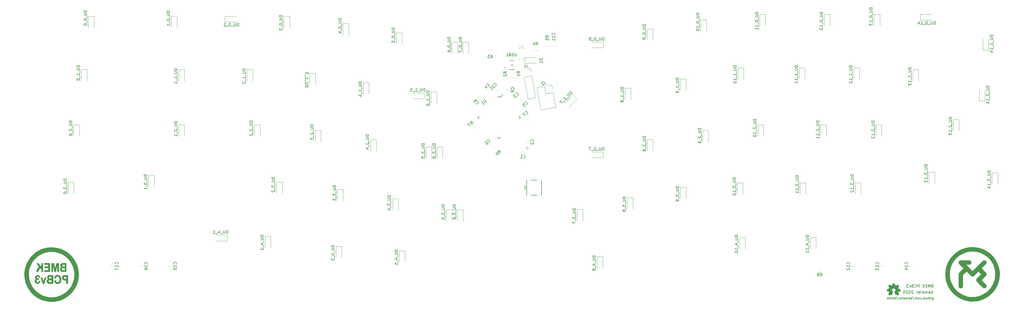
<source format=gbr>
G04 #@! TF.GenerationSoftware,KiCad,Pcbnew,(5.99.0-2612-g32a7d0025-dirty)*
G04 #@! TF.CreationDate,2020-11-22T16:41:39+01:00*
G04 #@! TF.ProjectId,BMEK_Solder,424d454b-5f53-46f6-9c64-65722e6b6963,1*
G04 #@! TF.SameCoordinates,Original*
G04 #@! TF.FileFunction,Legend,Bot*
G04 #@! TF.FilePolarity,Positive*
%FSLAX46Y46*%
G04 Gerber Fmt 4.6, Leading zero omitted, Abs format (unit mm)*
G04 Created by KiCad (PCBNEW (5.99.0-2612-g32a7d0025-dirty)) date 2020-11-22 16:41:39*
%MOMM*%
%LPD*%
G01*
G04 APERTURE LIST*
%ADD10C,0.150000*%
%ADD11C,0.152400*%
%ADD12C,0.120000*%
%ADD13C,0.015000*%
%ADD14C,0.010000*%
%ADD15C,0.200000*%
%ADD16C,0.127000*%
%ADD17C,3.987800*%
%ADD18C,1.750000*%
%ADD19C,2.250000*%
%ADD20C,4.287800*%
%ADD21C,3.348000*%
%ADD22C,9.000000*%
%ADD23C,6.500000*%
%ADD24C,5.350000*%
%ADD25C,3.800000*%
%ADD26R,1.200000X0.900000*%
%ADD27R,0.900000X1.200000*%
%ADD28R,0.750000X1.000000*%
%ADD29R,1.360000X0.600000*%
%ADD30C,0.650000*%
%ADD31R,0.600000X2.050000*%
%ADD32R,0.300000X2.050000*%
%ADD33O,1.000000X1.600000*%
%ADD34O,1.000000X2.100000*%
G04 APERTURE END LIST*
D10*
D11*
X335863676Y-110977371D02*
X335720819Y-111024990D01*
X335673200Y-111072609D01*
X335625580Y-111167847D01*
X335625580Y-111310704D01*
X335673200Y-111405942D01*
X335720819Y-111453561D01*
X335816057Y-111501180D01*
X336197009Y-111501180D01*
X336197009Y-110501180D01*
X335863676Y-110501180D01*
X335768438Y-110548800D01*
X335720819Y-110596419D01*
X335673200Y-110691657D01*
X335673200Y-110786895D01*
X335720819Y-110882133D01*
X335768438Y-110929752D01*
X335863676Y-110977371D01*
X336197009Y-110977371D01*
X335197009Y-111501180D02*
X335197009Y-110501180D01*
X334863676Y-111215466D01*
X334530342Y-110501180D01*
X334530342Y-111501180D01*
X334054152Y-110977371D02*
X333720819Y-110977371D01*
X333577961Y-111501180D02*
X334054152Y-111501180D01*
X334054152Y-110501180D01*
X333577961Y-110501180D01*
X333149390Y-111501180D02*
X333149390Y-110501180D01*
X332577961Y-111501180D02*
X333006533Y-110929752D01*
X332577961Y-110501180D02*
X333149390Y-111072609D01*
X331387485Y-111501180D02*
X331387485Y-110501180D01*
X331006533Y-110501180D01*
X330911295Y-110548800D01*
X330863676Y-110596419D01*
X330816057Y-110691657D01*
X330816057Y-110834514D01*
X330863676Y-110929752D01*
X330911295Y-110977371D01*
X331006533Y-111024990D01*
X331387485Y-111024990D01*
X329816057Y-111405942D02*
X329863676Y-111453561D01*
X330006533Y-111501180D01*
X330101771Y-111501180D01*
X330244628Y-111453561D01*
X330339866Y-111358323D01*
X330387485Y-111263085D01*
X330435104Y-111072609D01*
X330435104Y-110929752D01*
X330387485Y-110739276D01*
X330339866Y-110644038D01*
X330244628Y-110548800D01*
X330101771Y-110501180D01*
X330006533Y-110501180D01*
X329863676Y-110548800D01*
X329816057Y-110596419D01*
X329054152Y-110977371D02*
X328911295Y-111024990D01*
X328863676Y-111072609D01*
X328816057Y-111167847D01*
X328816057Y-111310704D01*
X328863676Y-111405942D01*
X328911295Y-111453561D01*
X329006533Y-111501180D01*
X329387485Y-111501180D01*
X329387485Y-110501180D01*
X329054152Y-110501180D01*
X328958914Y-110548800D01*
X328911295Y-110596419D01*
X328863676Y-110691657D01*
X328863676Y-110786895D01*
X328911295Y-110882133D01*
X328958914Y-110929752D01*
X329054152Y-110977371D01*
X329387485Y-110977371D01*
X328482723Y-110834514D02*
X328244628Y-111501180D01*
X328006533Y-110834514D01*
X327720819Y-110501180D02*
X327101771Y-110501180D01*
X327435104Y-110882133D01*
X327292247Y-110882133D01*
X327197009Y-110929752D01*
X327149390Y-110977371D01*
X327101771Y-111072609D01*
X327101771Y-111310704D01*
X327149390Y-111405942D01*
X327197009Y-111453561D01*
X327292247Y-111501180D01*
X327577961Y-111501180D01*
X327673200Y-111453561D01*
X327720819Y-111405942D01*
D10*
X335962000Y-113583980D02*
X335962000Y-112583980D01*
X335962000Y-112964933D02*
X335866761Y-112917314D01*
X335676285Y-112917314D01*
X335581047Y-112964933D01*
X335533428Y-113012552D01*
X335485809Y-113107790D01*
X335485809Y-113393504D01*
X335533428Y-113488742D01*
X335581047Y-113536361D01*
X335676285Y-113583980D01*
X335866761Y-113583980D01*
X335962000Y-113536361D01*
X334676285Y-113536361D02*
X334771523Y-113583980D01*
X334962000Y-113583980D01*
X335057238Y-113536361D01*
X335104857Y-113441123D01*
X335104857Y-113060171D01*
X335057238Y-112964933D01*
X334962000Y-112917314D01*
X334771523Y-112917314D01*
X334676285Y-112964933D01*
X334628666Y-113060171D01*
X334628666Y-113155409D01*
X335104857Y-113250647D01*
X334200095Y-113583980D02*
X334200095Y-112917314D01*
X334200095Y-113012552D02*
X334152476Y-112964933D01*
X334057238Y-112917314D01*
X333914380Y-112917314D01*
X333819142Y-112964933D01*
X333771523Y-113060171D01*
X333771523Y-113583980D01*
X333771523Y-113060171D02*
X333723904Y-112964933D01*
X333628666Y-112917314D01*
X333485809Y-112917314D01*
X333390571Y-112964933D01*
X333342952Y-113060171D01*
X333342952Y-113583980D01*
X332485809Y-113536361D02*
X332581047Y-113583980D01*
X332771523Y-113583980D01*
X332866761Y-113536361D01*
X332914380Y-113441123D01*
X332914380Y-113060171D01*
X332866761Y-112964933D01*
X332771523Y-112917314D01*
X332581047Y-112917314D01*
X332485809Y-112964933D01*
X332438190Y-113060171D01*
X332438190Y-113155409D01*
X332914380Y-113250647D01*
X332009619Y-113583980D02*
X332009619Y-112917314D01*
X332009619Y-112583980D02*
X332057238Y-112631600D01*
X332009619Y-112679219D01*
X331962000Y-112631600D01*
X332009619Y-112583980D01*
X332009619Y-112679219D01*
X331152476Y-113536361D02*
X331247714Y-113583980D01*
X331438190Y-113583980D01*
X331533428Y-113536361D01*
X331581047Y-113441123D01*
X331581047Y-113060171D01*
X331533428Y-112964933D01*
X331438190Y-112917314D01*
X331247714Y-112917314D01*
X331152476Y-112964933D01*
X331104857Y-113060171D01*
X331104857Y-113155409D01*
X331581047Y-113250647D01*
X330676285Y-113583980D02*
X330676285Y-112917314D01*
X330676285Y-113107790D02*
X330628666Y-113012552D01*
X330581047Y-112964933D01*
X330485809Y-112917314D01*
X330390571Y-112917314D01*
X329342952Y-112679219D02*
X329295333Y-112631600D01*
X329200095Y-112583980D01*
X328962000Y-112583980D01*
X328866761Y-112631600D01*
X328819142Y-112679219D01*
X328771523Y-112774457D01*
X328771523Y-112869695D01*
X328819142Y-113012552D01*
X329390571Y-113583980D01*
X328771523Y-113583980D01*
X328152476Y-112583980D02*
X328057238Y-112583980D01*
X327962000Y-112631600D01*
X327914380Y-112679219D01*
X327866761Y-112774457D01*
X327819142Y-112964933D01*
X327819142Y-113203028D01*
X327866761Y-113393504D01*
X327914380Y-113488742D01*
X327962000Y-113536361D01*
X328057238Y-113583980D01*
X328152476Y-113583980D01*
X328247714Y-113536361D01*
X328295333Y-113488742D01*
X328342952Y-113393504D01*
X328390571Y-113203028D01*
X328390571Y-112964933D01*
X328342952Y-112774457D01*
X328295333Y-112679219D01*
X328247714Y-112631600D01*
X328152476Y-112583980D01*
X327438190Y-112679219D02*
X327390571Y-112631600D01*
X327295333Y-112583980D01*
X327057238Y-112583980D01*
X326962000Y-112631600D01*
X326914380Y-112679219D01*
X326866761Y-112774457D01*
X326866761Y-112869695D01*
X326914380Y-113012552D01*
X327485809Y-113583980D01*
X326866761Y-113583980D01*
X326247714Y-112583980D02*
X326152476Y-112583980D01*
X326057238Y-112631600D01*
X326009619Y-112679219D01*
X325962000Y-112774457D01*
X325914380Y-112964933D01*
X325914380Y-113203028D01*
X325962000Y-113393504D01*
X326009619Y-113488742D01*
X326057238Y-113536361D01*
X326152476Y-113583980D01*
X326247714Y-113583980D01*
X326342952Y-113536361D01*
X326390571Y-113488742D01*
X326438190Y-113393504D01*
X326485809Y-113203028D01*
X326485809Y-112964933D01*
X326438190Y-112774457D01*
X326390571Y-112679219D01*
X326342952Y-112631600D01*
X326247714Y-112583980D01*
X335869609Y-115017571D02*
X335869609Y-115665190D01*
X335907704Y-115741380D01*
X335945800Y-115779476D01*
X336021990Y-115817571D01*
X336136276Y-115817571D01*
X336212466Y-115779476D01*
X335869609Y-115512809D02*
X335945800Y-115550904D01*
X336098180Y-115550904D01*
X336174371Y-115512809D01*
X336212466Y-115474714D01*
X336250561Y-115398523D01*
X336250561Y-115169952D01*
X336212466Y-115093761D01*
X336174371Y-115055666D01*
X336098180Y-115017571D01*
X335945800Y-115017571D01*
X335869609Y-115055666D01*
X335488657Y-115550904D02*
X335488657Y-115017571D01*
X335488657Y-114750904D02*
X335526752Y-114789000D01*
X335488657Y-114827095D01*
X335450561Y-114789000D01*
X335488657Y-114750904D01*
X335488657Y-114827095D01*
X335221990Y-115017571D02*
X334917228Y-115017571D01*
X335107704Y-114750904D02*
X335107704Y-115436619D01*
X335069609Y-115512809D01*
X334993419Y-115550904D01*
X334917228Y-115550904D01*
X334650561Y-115550904D02*
X334650561Y-114750904D01*
X334307704Y-115550904D02*
X334307704Y-115131857D01*
X334345800Y-115055666D01*
X334421990Y-115017571D01*
X334536276Y-115017571D01*
X334612466Y-115055666D01*
X334650561Y-115093761D01*
X333583895Y-115017571D02*
X333583895Y-115550904D01*
X333926752Y-115017571D02*
X333926752Y-115436619D01*
X333888657Y-115512809D01*
X333812466Y-115550904D01*
X333698180Y-115550904D01*
X333621990Y-115512809D01*
X333583895Y-115474714D01*
X333202942Y-115550904D02*
X333202942Y-114750904D01*
X333202942Y-115055666D02*
X333126752Y-115017571D01*
X332974371Y-115017571D01*
X332898180Y-115055666D01*
X332860085Y-115093761D01*
X332821990Y-115169952D01*
X332821990Y-115398523D01*
X332860085Y-115474714D01*
X332898180Y-115512809D01*
X332974371Y-115550904D01*
X333126752Y-115550904D01*
X333202942Y-115512809D01*
X332479133Y-115474714D02*
X332441038Y-115512809D01*
X332479133Y-115550904D01*
X332517228Y-115512809D01*
X332479133Y-115474714D01*
X332479133Y-115550904D01*
X331755323Y-115512809D02*
X331831514Y-115550904D01*
X331983895Y-115550904D01*
X332060085Y-115512809D01*
X332098180Y-115474714D01*
X332136276Y-115398523D01*
X332136276Y-115169952D01*
X332098180Y-115093761D01*
X332060085Y-115055666D01*
X331983895Y-115017571D01*
X331831514Y-115017571D01*
X331755323Y-115055666D01*
X331298180Y-115550904D02*
X331374371Y-115512809D01*
X331412466Y-115474714D01*
X331450561Y-115398523D01*
X331450561Y-115169952D01*
X331412466Y-115093761D01*
X331374371Y-115055666D01*
X331298180Y-115017571D01*
X331183895Y-115017571D01*
X331107704Y-115055666D01*
X331069609Y-115093761D01*
X331031514Y-115169952D01*
X331031514Y-115398523D01*
X331069609Y-115474714D01*
X331107704Y-115512809D01*
X331183895Y-115550904D01*
X331298180Y-115550904D01*
X330688657Y-115550904D02*
X330688657Y-115017571D01*
X330688657Y-115093761D02*
X330650561Y-115055666D01*
X330574371Y-115017571D01*
X330460085Y-115017571D01*
X330383895Y-115055666D01*
X330345800Y-115131857D01*
X330345800Y-115550904D01*
X330345800Y-115131857D02*
X330307704Y-115055666D01*
X330231514Y-115017571D01*
X330117228Y-115017571D01*
X330041038Y-115055666D01*
X330002942Y-115131857D01*
X330002942Y-115550904D01*
X329050561Y-114712809D02*
X329736276Y-115741380D01*
X328783895Y-115550904D02*
X328783895Y-114750904D01*
X328783895Y-115055666D02*
X328707704Y-115017571D01*
X328555323Y-115017571D01*
X328479133Y-115055666D01*
X328441038Y-115093761D01*
X328402942Y-115169952D01*
X328402942Y-115398523D01*
X328441038Y-115474714D01*
X328479133Y-115512809D01*
X328555323Y-115550904D01*
X328707704Y-115550904D01*
X328783895Y-115512809D01*
X327755323Y-115512809D02*
X327831514Y-115550904D01*
X327983895Y-115550904D01*
X328060085Y-115512809D01*
X328098180Y-115436619D01*
X328098180Y-115131857D01*
X328060085Y-115055666D01*
X327983895Y-115017571D01*
X327831514Y-115017571D01*
X327755323Y-115055666D01*
X327717228Y-115131857D01*
X327717228Y-115208047D01*
X328098180Y-115284238D01*
X327374371Y-115550904D02*
X327374371Y-115017571D01*
X327374371Y-115093761D02*
X327336276Y-115055666D01*
X327260085Y-115017571D01*
X327145800Y-115017571D01*
X327069609Y-115055666D01*
X327031514Y-115131857D01*
X327031514Y-115550904D01*
X327031514Y-115131857D02*
X326993419Y-115055666D01*
X326917228Y-115017571D01*
X326802942Y-115017571D01*
X326726752Y-115055666D01*
X326688657Y-115131857D01*
X326688657Y-115550904D01*
X326002942Y-115512809D02*
X326079133Y-115550904D01*
X326231514Y-115550904D01*
X326307704Y-115512809D01*
X326345800Y-115436619D01*
X326345800Y-115131857D01*
X326307704Y-115055666D01*
X326231514Y-115017571D01*
X326079133Y-115017571D01*
X326002942Y-115055666D01*
X325964847Y-115131857D01*
X325964847Y-115208047D01*
X326345800Y-115284238D01*
X325621990Y-115550904D02*
X325621990Y-115017571D01*
X325621990Y-114750904D02*
X325660085Y-114789000D01*
X325621990Y-114827095D01*
X325583895Y-114789000D01*
X325621990Y-114750904D01*
X325621990Y-114827095D01*
X324936276Y-115512809D02*
X325012466Y-115550904D01*
X325164847Y-115550904D01*
X325241038Y-115512809D01*
X325279133Y-115436619D01*
X325279133Y-115131857D01*
X325241038Y-115055666D01*
X325164847Y-115017571D01*
X325012466Y-115017571D01*
X324936276Y-115055666D01*
X324898180Y-115131857D01*
X324898180Y-115208047D01*
X325279133Y-115284238D01*
X324555323Y-115550904D02*
X324555323Y-115017571D01*
X324555323Y-115169952D02*
X324517228Y-115093761D01*
X324479133Y-115055666D01*
X324402942Y-115017571D01*
X324326752Y-115017571D01*
X323488657Y-114712809D02*
X324174371Y-115741380D01*
X323221990Y-115550904D02*
X323221990Y-114750904D01*
X323221990Y-115055666D02*
X323145800Y-115017571D01*
X322993419Y-115017571D01*
X322917228Y-115055666D01*
X322879133Y-115093761D01*
X322841038Y-115169952D01*
X322841038Y-115398523D01*
X322879133Y-115474714D01*
X322917228Y-115512809D01*
X322993419Y-115550904D01*
X323145800Y-115550904D01*
X323221990Y-115512809D01*
X322498180Y-115550904D02*
X322498180Y-115017571D01*
X322498180Y-115093761D02*
X322460085Y-115055666D01*
X322383895Y-115017571D01*
X322269609Y-115017571D01*
X322193419Y-115055666D01*
X322155323Y-115131857D01*
X322155323Y-115550904D01*
X322155323Y-115131857D02*
X322117228Y-115055666D01*
X322041038Y-115017571D01*
X321926752Y-115017571D01*
X321850561Y-115055666D01*
X321812466Y-115131857D01*
X321812466Y-115550904D01*
X321126752Y-115512809D02*
X321202942Y-115550904D01*
X321355323Y-115550904D01*
X321431514Y-115512809D01*
X321469609Y-115436619D01*
X321469609Y-115131857D01*
X321431514Y-115055666D01*
X321355323Y-115017571D01*
X321202942Y-115017571D01*
X321126752Y-115055666D01*
X321088657Y-115131857D01*
X321088657Y-115208047D01*
X321469609Y-115284238D01*
X320745800Y-115550904D02*
X320745800Y-114750904D01*
X320669609Y-115246142D02*
X320441038Y-115550904D01*
X320441038Y-115017571D02*
X320745800Y-115322333D01*
X289536380Y-35123809D02*
X288536380Y-35123809D01*
X288536380Y-35361904D01*
X288584000Y-35504761D01*
X288679238Y-35600000D01*
X288774476Y-35647619D01*
X288964952Y-35695238D01*
X289107809Y-35695238D01*
X289298285Y-35647619D01*
X289393523Y-35600000D01*
X289488761Y-35504761D01*
X289536380Y-35361904D01*
X289536380Y-35123809D01*
X288536380Y-36123809D02*
X289345904Y-36123809D01*
X289441142Y-36171428D01*
X289488761Y-36219047D01*
X289536380Y-36314285D01*
X289536380Y-36504761D01*
X289488761Y-36600000D01*
X289441142Y-36647619D01*
X289345904Y-36695238D01*
X288536380Y-36695238D01*
X289631619Y-36933333D02*
X289631619Y-37695238D01*
X289536380Y-38457142D02*
X289536380Y-37885714D01*
X289536380Y-38171428D02*
X288536380Y-38171428D01*
X288679238Y-38076190D01*
X288774476Y-37980952D01*
X288822095Y-37885714D01*
X289631619Y-38647619D02*
X289631619Y-39409523D01*
X289536380Y-40171428D02*
X289536380Y-39600000D01*
X289536380Y-39885714D02*
X288536380Y-39885714D01*
X288679238Y-39790476D01*
X288774476Y-39695238D01*
X288822095Y-39600000D01*
X289536380Y-41123809D02*
X289536380Y-40552380D01*
X289536380Y-40838095D02*
X288536380Y-40838095D01*
X288679238Y-40742857D01*
X288774476Y-40647619D01*
X288822095Y-40552380D01*
X268219180Y-73731809D02*
X267219180Y-73731809D01*
X267219180Y-73969904D01*
X267266800Y-74112761D01*
X267362038Y-74208000D01*
X267457276Y-74255619D01*
X267647752Y-74303238D01*
X267790609Y-74303238D01*
X267981085Y-74255619D01*
X268076323Y-74208000D01*
X268171561Y-74112761D01*
X268219180Y-73969904D01*
X268219180Y-73731809D01*
X267219180Y-74731809D02*
X268028704Y-74731809D01*
X268123942Y-74779428D01*
X268171561Y-74827047D01*
X268219180Y-74922285D01*
X268219180Y-75112761D01*
X268171561Y-75208000D01*
X268123942Y-75255619D01*
X268028704Y-75303238D01*
X267219180Y-75303238D01*
X268314419Y-75541333D02*
X268314419Y-76303238D01*
X267219180Y-76446095D02*
X267219180Y-77065142D01*
X267600133Y-76731809D01*
X267600133Y-76874666D01*
X267647752Y-76969904D01*
X267695371Y-77017523D01*
X267790609Y-77065142D01*
X268028704Y-77065142D01*
X268123942Y-77017523D01*
X268171561Y-76969904D01*
X268219180Y-76874666D01*
X268219180Y-76588952D01*
X268171561Y-76493714D01*
X268123942Y-76446095D01*
X268314419Y-77255619D02*
X268314419Y-78017523D01*
X268219180Y-78779428D02*
X268219180Y-78208000D01*
X268219180Y-78493714D02*
X267219180Y-78493714D01*
X267362038Y-78398476D01*
X267457276Y-78303238D01*
X267504895Y-78208000D01*
X267219180Y-79398476D02*
X267219180Y-79493714D01*
X267266800Y-79588952D01*
X267314419Y-79636571D01*
X267409657Y-79684190D01*
X267600133Y-79731809D01*
X267838228Y-79731809D01*
X268028704Y-79684190D01*
X268123942Y-79636571D01*
X268171561Y-79588952D01*
X268219180Y-79493714D01*
X268219180Y-79398476D01*
X268171561Y-79303238D01*
X268123942Y-79255619D01*
X268028704Y-79208000D01*
X267838228Y-79160380D01*
X267600133Y-79160380D01*
X267409657Y-79208000D01*
X267314419Y-79255619D01*
X267266800Y-79303238D01*
X267219180Y-79398476D01*
X177417069Y-55324867D02*
X177316054Y-54752447D01*
X177821130Y-54920806D02*
X177114024Y-54213699D01*
X176844649Y-54483073D01*
X176810978Y-54584088D01*
X176810978Y-54651432D01*
X176844649Y-54752447D01*
X176945665Y-54853462D01*
X177046680Y-54887134D01*
X177114024Y-54887134D01*
X177215039Y-54853462D01*
X177484413Y-54584088D01*
X176474260Y-54853462D02*
X176002856Y-55324867D01*
X177013008Y-55728928D01*
X189250580Y-37755533D02*
X188774390Y-37422200D01*
X189250580Y-37184104D02*
X188250580Y-37184104D01*
X188250580Y-37565057D01*
X188298200Y-37660295D01*
X188345819Y-37707914D01*
X188441057Y-37755533D01*
X188583914Y-37755533D01*
X188679152Y-37707914D01*
X188726771Y-37660295D01*
X188774390Y-37565057D01*
X188774390Y-37184104D01*
X188345819Y-38136485D02*
X188298200Y-38184104D01*
X188250580Y-38279342D01*
X188250580Y-38517438D01*
X188298200Y-38612676D01*
X188345819Y-38660295D01*
X188441057Y-38707914D01*
X188536295Y-38707914D01*
X188679152Y-38660295D01*
X189250580Y-38088866D01*
X189250580Y-38707914D01*
X193034226Y-45415024D02*
X193101569Y-45415024D01*
X193236256Y-45347680D01*
X193303600Y-45280337D01*
X193370943Y-45145649D01*
X193370943Y-45010962D01*
X193337272Y-44909947D01*
X193236256Y-44741588D01*
X193135241Y-44640573D01*
X192966882Y-44539558D01*
X192865867Y-44505886D01*
X192731180Y-44505886D01*
X192596493Y-44573230D01*
X192529149Y-44640573D01*
X192461806Y-44775260D01*
X192461806Y-44842604D01*
X192158760Y-45010962D02*
X191721027Y-45448695D01*
X192226104Y-45482367D01*
X192125088Y-45583382D01*
X192091417Y-45684398D01*
X192091417Y-45751741D01*
X192125088Y-45852756D01*
X192293447Y-46021115D01*
X192394462Y-46054787D01*
X192461806Y-46054787D01*
X192562821Y-46021115D01*
X192764852Y-45819085D01*
X192798524Y-45718069D01*
X192798524Y-45650726D01*
X211950634Y-44635900D02*
X211243527Y-43928793D01*
X211075169Y-44097152D01*
X211007825Y-44231839D01*
X211007825Y-44366526D01*
X211041497Y-44467541D01*
X211142512Y-44635900D01*
X211243527Y-44736915D01*
X211411886Y-44837931D01*
X211512901Y-44871602D01*
X211647588Y-44871602D01*
X211782275Y-44804259D01*
X211950634Y-44635900D01*
X210536421Y-44635900D02*
X211108840Y-45208320D01*
X211142512Y-45309335D01*
X211142512Y-45376679D01*
X211108840Y-45477694D01*
X210974153Y-45612381D01*
X210873138Y-45646053D01*
X210805795Y-45646053D01*
X210704779Y-45612381D01*
X210132360Y-45039961D01*
X210738451Y-45982770D02*
X210199703Y-46521518D01*
X209593611Y-46992923D02*
X209997673Y-46588862D01*
X209795642Y-46790892D02*
X209088535Y-46083786D01*
X209256894Y-46117457D01*
X209391581Y-46117457D01*
X209492596Y-46083785D01*
X209526268Y-47194953D02*
X208987520Y-47733701D01*
X208112054Y-47060266D02*
X207640650Y-47531671D01*
X208650802Y-47935732D01*
X112117380Y-17820000D02*
X111117380Y-17820000D01*
X111117380Y-18058095D01*
X111165000Y-18200952D01*
X111260238Y-18296190D01*
X111355476Y-18343809D01*
X111545952Y-18391428D01*
X111688809Y-18391428D01*
X111879285Y-18343809D01*
X111974523Y-18296190D01*
X112069761Y-18200952D01*
X112117380Y-18058095D01*
X112117380Y-17820000D01*
X111117380Y-18820000D02*
X111926904Y-18820000D01*
X112022142Y-18867619D01*
X112069761Y-18915238D01*
X112117380Y-19010476D01*
X112117380Y-19200952D01*
X112069761Y-19296190D01*
X112022142Y-19343809D01*
X111926904Y-19391428D01*
X111117380Y-19391428D01*
X112212619Y-19629523D02*
X112212619Y-20391428D01*
X111117380Y-20820000D02*
X111117380Y-20915238D01*
X111165000Y-21010476D01*
X111212619Y-21058095D01*
X111307857Y-21105714D01*
X111498333Y-21153333D01*
X111736428Y-21153333D01*
X111926904Y-21105714D01*
X112022142Y-21058095D01*
X112069761Y-21010476D01*
X112117380Y-20915238D01*
X112117380Y-20820000D01*
X112069761Y-20724761D01*
X112022142Y-20677142D01*
X111926904Y-20629523D01*
X111736428Y-20581904D01*
X111498333Y-20581904D01*
X111307857Y-20629523D01*
X111212619Y-20677142D01*
X111165000Y-20724761D01*
X111117380Y-20820000D01*
X112212619Y-21343809D02*
X112212619Y-22105714D01*
X111117380Y-22248571D02*
X111117380Y-22867619D01*
X111498333Y-22534285D01*
X111498333Y-22677142D01*
X111545952Y-22772380D01*
X111593571Y-22820000D01*
X111688809Y-22867619D01*
X111926904Y-22867619D01*
X112022142Y-22820000D01*
X112069761Y-22772380D01*
X112117380Y-22677142D01*
X112117380Y-22391428D01*
X112069761Y-22296190D01*
X112022142Y-22248571D01*
X178739975Y-48000226D02*
X178739975Y-48067569D01*
X178807319Y-48202256D01*
X178874663Y-48269600D01*
X179009350Y-48336943D01*
X179144037Y-48336943D01*
X179245052Y-48303272D01*
X179413411Y-48202256D01*
X179514426Y-48101241D01*
X179615441Y-47932882D01*
X179649113Y-47831867D01*
X179649113Y-47697180D01*
X179581769Y-47562493D01*
X179514426Y-47495149D01*
X179379739Y-47427806D01*
X179312395Y-47427806D01*
X178335914Y-47730852D02*
X178201227Y-47596165D01*
X178167556Y-47495149D01*
X178167556Y-47427806D01*
X178201227Y-47259447D01*
X178302243Y-47091088D01*
X178571617Y-46821714D01*
X178672632Y-46788043D01*
X178739975Y-46788043D01*
X178840991Y-46821714D01*
X178975678Y-46956401D01*
X179009350Y-47057417D01*
X179009350Y-47124760D01*
X178975678Y-47225775D01*
X178807319Y-47394134D01*
X178706304Y-47427806D01*
X178638960Y-47427806D01*
X178537945Y-47394134D01*
X178403258Y-47259447D01*
X178369586Y-47158432D01*
X178369586Y-47091088D01*
X178403258Y-46990073D01*
X97115000Y-21502380D02*
X97115000Y-20502380D01*
X96876904Y-20502380D01*
X96734047Y-20550000D01*
X96638809Y-20645238D01*
X96591190Y-20740476D01*
X96543571Y-20930952D01*
X96543571Y-21073809D01*
X96591190Y-21264285D01*
X96638809Y-21359523D01*
X96734047Y-21454761D01*
X96876904Y-21502380D01*
X97115000Y-21502380D01*
X96115000Y-20502380D02*
X96115000Y-21311904D01*
X96067380Y-21407142D01*
X96019761Y-21454761D01*
X95924523Y-21502380D01*
X95734047Y-21502380D01*
X95638809Y-21454761D01*
X95591190Y-21407142D01*
X95543571Y-21311904D01*
X95543571Y-20502380D01*
X95305476Y-21597619D02*
X94543571Y-21597619D01*
X94115000Y-20502380D02*
X94019761Y-20502380D01*
X93924523Y-20550000D01*
X93876904Y-20597619D01*
X93829285Y-20692857D01*
X93781666Y-20883333D01*
X93781666Y-21121428D01*
X93829285Y-21311904D01*
X93876904Y-21407142D01*
X93924523Y-21454761D01*
X94019761Y-21502380D01*
X94115000Y-21502380D01*
X94210238Y-21454761D01*
X94257857Y-21407142D01*
X94305476Y-21311904D01*
X94353095Y-21121428D01*
X94353095Y-20883333D01*
X94305476Y-20692857D01*
X94257857Y-20597619D01*
X94210238Y-20550000D01*
X94115000Y-20502380D01*
X93591190Y-21597619D02*
X92829285Y-21597619D01*
X92638809Y-20597619D02*
X92591190Y-20550000D01*
X92495952Y-20502380D01*
X92257857Y-20502380D01*
X92162619Y-20550000D01*
X92115000Y-20597619D01*
X92067380Y-20692857D01*
X92067380Y-20788095D01*
X92115000Y-20930952D01*
X92686428Y-21502380D01*
X92067380Y-21502380D01*
X298172380Y-16708809D02*
X297172380Y-16708809D01*
X297172380Y-16946904D01*
X297220000Y-17089761D01*
X297315238Y-17185000D01*
X297410476Y-17232619D01*
X297600952Y-17280238D01*
X297743809Y-17280238D01*
X297934285Y-17232619D01*
X298029523Y-17185000D01*
X298124761Y-17089761D01*
X298172380Y-16946904D01*
X298172380Y-16708809D01*
X297172380Y-17708809D02*
X297981904Y-17708809D01*
X298077142Y-17756428D01*
X298124761Y-17804047D01*
X298172380Y-17899285D01*
X298172380Y-18089761D01*
X298124761Y-18185000D01*
X298077142Y-18232619D01*
X297981904Y-18280238D01*
X297172380Y-18280238D01*
X298267619Y-18518333D02*
X298267619Y-19280238D01*
X297172380Y-19708809D02*
X297172380Y-19804047D01*
X297220000Y-19899285D01*
X297267619Y-19946904D01*
X297362857Y-19994523D01*
X297553333Y-20042142D01*
X297791428Y-20042142D01*
X297981904Y-19994523D01*
X298077142Y-19946904D01*
X298124761Y-19899285D01*
X298172380Y-19804047D01*
X298172380Y-19708809D01*
X298124761Y-19613571D01*
X298077142Y-19565952D01*
X297981904Y-19518333D01*
X297791428Y-19470714D01*
X297553333Y-19470714D01*
X297362857Y-19518333D01*
X297267619Y-19565952D01*
X297220000Y-19613571D01*
X297172380Y-19708809D01*
X298267619Y-20232619D02*
X298267619Y-20994523D01*
X298172380Y-21756428D02*
X298172380Y-21185000D01*
X298172380Y-21470714D02*
X297172380Y-21470714D01*
X297315238Y-21375476D01*
X297410476Y-21280238D01*
X297458095Y-21185000D01*
X297267619Y-22137380D02*
X297220000Y-22185000D01*
X297172380Y-22280238D01*
X297172380Y-22518333D01*
X297220000Y-22613571D01*
X297267619Y-22661190D01*
X297362857Y-22708809D01*
X297458095Y-22708809D01*
X297600952Y-22661190D01*
X298172380Y-22089761D01*
X298172380Y-22708809D01*
X201679574Y-32664115D02*
X200679574Y-32664115D01*
X200679574Y-32902211D01*
X200727194Y-33045068D01*
X200822432Y-33140306D01*
X200917670Y-33187925D01*
X201108146Y-33235544D01*
X201251003Y-33235544D01*
X201441479Y-33187925D01*
X201536717Y-33140306D01*
X201631955Y-33045068D01*
X201679574Y-32902211D01*
X201679574Y-32664115D01*
X201679574Y-34187925D02*
X201679574Y-33616496D01*
X201679574Y-33902211D02*
X200679574Y-33902211D01*
X200822432Y-33806972D01*
X200917670Y-33711734D01*
X200965289Y-33616496D01*
X75922380Y-36235000D02*
X74922380Y-36235000D01*
X74922380Y-36473095D01*
X74970000Y-36615952D01*
X75065238Y-36711190D01*
X75160476Y-36758809D01*
X75350952Y-36806428D01*
X75493809Y-36806428D01*
X75684285Y-36758809D01*
X75779523Y-36711190D01*
X75874761Y-36615952D01*
X75922380Y-36473095D01*
X75922380Y-36235000D01*
X74922380Y-37235000D02*
X75731904Y-37235000D01*
X75827142Y-37282619D01*
X75874761Y-37330238D01*
X75922380Y-37425476D01*
X75922380Y-37615952D01*
X75874761Y-37711190D01*
X75827142Y-37758809D01*
X75731904Y-37806428D01*
X74922380Y-37806428D01*
X76017619Y-38044523D02*
X76017619Y-38806428D01*
X75922380Y-39568333D02*
X75922380Y-38996904D01*
X75922380Y-39282619D02*
X74922380Y-39282619D01*
X75065238Y-39187380D01*
X75160476Y-39092142D01*
X75208095Y-38996904D01*
X76017619Y-39758809D02*
X76017619Y-40520714D01*
X75922380Y-41282619D02*
X75922380Y-40711190D01*
X75922380Y-40996904D02*
X74922380Y-40996904D01*
X75065238Y-40901666D01*
X75160476Y-40806428D01*
X75208095Y-40711190D01*
X93382200Y-92889580D02*
X93382200Y-91889580D01*
X93144104Y-91889580D01*
X93001247Y-91937200D01*
X92906009Y-92032438D01*
X92858390Y-92127676D01*
X92810771Y-92318152D01*
X92810771Y-92461009D01*
X92858390Y-92651485D01*
X92906009Y-92746723D01*
X93001247Y-92841961D01*
X93144104Y-92889580D01*
X93382200Y-92889580D01*
X92382200Y-91889580D02*
X92382200Y-92699104D01*
X92334580Y-92794342D01*
X92286961Y-92841961D01*
X92191723Y-92889580D01*
X92001247Y-92889580D01*
X91906009Y-92841961D01*
X91858390Y-92794342D01*
X91810771Y-92699104D01*
X91810771Y-91889580D01*
X91572676Y-92984819D02*
X90810771Y-92984819D01*
X90144104Y-92222914D02*
X90144104Y-92889580D01*
X90382200Y-91841961D02*
X90620295Y-92556247D01*
X90001247Y-92556247D01*
X89858390Y-92984819D02*
X89096485Y-92984819D01*
X88334580Y-92889580D02*
X88906009Y-92889580D01*
X88620295Y-92889580D02*
X88620295Y-91889580D01*
X88715533Y-92032438D01*
X88810771Y-92127676D01*
X88906009Y-92175295D01*
X151868380Y-98592000D02*
X150868380Y-98592000D01*
X150868380Y-98830095D01*
X150916000Y-98972952D01*
X151011238Y-99068190D01*
X151106476Y-99115809D01*
X151296952Y-99163428D01*
X151439809Y-99163428D01*
X151630285Y-99115809D01*
X151725523Y-99068190D01*
X151820761Y-98972952D01*
X151868380Y-98830095D01*
X151868380Y-98592000D01*
X150868380Y-99592000D02*
X151677904Y-99592000D01*
X151773142Y-99639619D01*
X151820761Y-99687238D01*
X151868380Y-99782476D01*
X151868380Y-99972952D01*
X151820761Y-100068190D01*
X151773142Y-100115809D01*
X151677904Y-100163428D01*
X150868380Y-100163428D01*
X151963619Y-100401523D02*
X151963619Y-101163428D01*
X151201714Y-101830095D02*
X151868380Y-101830095D01*
X150820761Y-101592000D02*
X151535047Y-101353904D01*
X151535047Y-101972952D01*
X151963619Y-102115809D02*
X151963619Y-102877714D01*
X150868380Y-103592000D02*
X150868380Y-103115809D01*
X151344571Y-103068190D01*
X151296952Y-103115809D01*
X151249333Y-103211047D01*
X151249333Y-103449142D01*
X151296952Y-103544380D01*
X151344571Y-103592000D01*
X151439809Y-103639619D01*
X151677904Y-103639619D01*
X151773142Y-103592000D01*
X151820761Y-103544380D01*
X151868380Y-103449142D01*
X151868380Y-103211047D01*
X151820761Y-103115809D01*
X151773142Y-103068190D01*
X130551180Y-76392400D02*
X129551180Y-76392400D01*
X129551180Y-76630495D01*
X129598800Y-76773352D01*
X129694038Y-76868590D01*
X129789276Y-76916209D01*
X129979752Y-76963828D01*
X130122609Y-76963828D01*
X130313085Y-76916209D01*
X130408323Y-76868590D01*
X130503561Y-76773352D01*
X130551180Y-76630495D01*
X130551180Y-76392400D01*
X129551180Y-77392400D02*
X130360704Y-77392400D01*
X130455942Y-77440019D01*
X130503561Y-77487638D01*
X130551180Y-77582876D01*
X130551180Y-77773352D01*
X130503561Y-77868590D01*
X130455942Y-77916209D01*
X130360704Y-77963828D01*
X129551180Y-77963828D01*
X130646419Y-78201923D02*
X130646419Y-78963828D01*
X129551180Y-79106685D02*
X129551180Y-79725733D01*
X129932133Y-79392400D01*
X129932133Y-79535257D01*
X129979752Y-79630495D01*
X130027371Y-79678114D01*
X130122609Y-79725733D01*
X130360704Y-79725733D01*
X130455942Y-79678114D01*
X130503561Y-79630495D01*
X130551180Y-79535257D01*
X130551180Y-79249542D01*
X130503561Y-79154304D01*
X130455942Y-79106685D01*
X130646419Y-79916209D02*
X130646419Y-80678114D01*
X129551180Y-80820971D02*
X129551180Y-81440019D01*
X129932133Y-81106685D01*
X129932133Y-81249542D01*
X129979752Y-81344780D01*
X130027371Y-81392400D01*
X130122609Y-81440019D01*
X130360704Y-81440019D01*
X130455942Y-81392400D01*
X130503561Y-81344780D01*
X130551180Y-81249542D01*
X130551180Y-80963828D01*
X130503561Y-80868590D01*
X130455942Y-80820971D01*
X198560942Y-61225133D02*
X198608561Y-61177514D01*
X198656180Y-61034657D01*
X198656180Y-60939419D01*
X198608561Y-60796561D01*
X198513323Y-60701323D01*
X198418085Y-60653704D01*
X198227609Y-60606085D01*
X198084752Y-60606085D01*
X197894276Y-60653704D01*
X197799038Y-60701323D01*
X197703800Y-60796561D01*
X197656180Y-60939419D01*
X197656180Y-61034657D01*
X197703800Y-61177514D01*
X197751419Y-61225133D01*
X197751419Y-61606085D02*
X197703800Y-61653704D01*
X197656180Y-61748942D01*
X197656180Y-61987038D01*
X197703800Y-62082276D01*
X197751419Y-62129895D01*
X197846657Y-62177514D01*
X197941895Y-62177514D01*
X198084752Y-62129895D01*
X198656180Y-61558466D01*
X198656180Y-62177514D01*
X161250000Y-43918380D02*
X161250000Y-42918380D01*
X161011904Y-42918380D01*
X160869047Y-42966000D01*
X160773809Y-43061238D01*
X160726190Y-43156476D01*
X160678571Y-43346952D01*
X160678571Y-43489809D01*
X160726190Y-43680285D01*
X160773809Y-43775523D01*
X160869047Y-43870761D01*
X161011904Y-43918380D01*
X161250000Y-43918380D01*
X160250000Y-42918380D02*
X160250000Y-43727904D01*
X160202380Y-43823142D01*
X160154761Y-43870761D01*
X160059523Y-43918380D01*
X159869047Y-43918380D01*
X159773809Y-43870761D01*
X159726190Y-43823142D01*
X159678571Y-43727904D01*
X159678571Y-42918380D01*
X159440476Y-44013619D02*
X158678571Y-44013619D01*
X157916666Y-43918380D02*
X158488095Y-43918380D01*
X158202380Y-43918380D02*
X158202380Y-42918380D01*
X158297619Y-43061238D01*
X158392857Y-43156476D01*
X158488095Y-43204095D01*
X157726190Y-44013619D02*
X156964285Y-44013619D01*
X156250000Y-42918380D02*
X156726190Y-42918380D01*
X156773809Y-43394571D01*
X156726190Y-43346952D01*
X156630952Y-43299333D01*
X156392857Y-43299333D01*
X156297619Y-43346952D01*
X156250000Y-43394571D01*
X156202380Y-43489809D01*
X156202380Y-43727904D01*
X156250000Y-43823142D01*
X156297619Y-43870761D01*
X156392857Y-43918380D01*
X156630952Y-43918380D01*
X156726190Y-43870761D01*
X156773809Y-43823142D01*
D12*
X195895980Y-76441133D02*
X195919790Y-76512561D01*
X195919790Y-76631609D01*
X195895980Y-76679228D01*
X195872171Y-76703038D01*
X195824552Y-76726847D01*
X195776933Y-76726847D01*
X195729314Y-76703038D01*
X195705504Y-76679228D01*
X195681695Y-76631609D01*
X195657885Y-76536371D01*
X195634076Y-76488752D01*
X195610266Y-76464942D01*
X195562647Y-76441133D01*
X195515028Y-76441133D01*
X195467409Y-76464942D01*
X195443600Y-76488752D01*
X195419790Y-76536371D01*
X195419790Y-76655419D01*
X195443600Y-76726847D01*
X195419790Y-76893514D02*
X195919790Y-77012561D01*
X195562647Y-77107800D01*
X195919790Y-77203038D01*
X195419790Y-77322085D01*
X195919790Y-77774466D02*
X195919790Y-77488752D01*
X195919790Y-77631609D02*
X195419790Y-77631609D01*
X195491219Y-77583990D01*
X195538838Y-77536371D01*
X195562647Y-77488752D01*
D10*
X205893942Y-24579342D02*
X205941561Y-24531723D01*
X205989180Y-24388866D01*
X205989180Y-24293628D01*
X205941561Y-24150771D01*
X205846323Y-24055533D01*
X205751085Y-24007914D01*
X205560609Y-23960295D01*
X205417752Y-23960295D01*
X205227276Y-24007914D01*
X205132038Y-24055533D01*
X205036800Y-24150771D01*
X204989180Y-24293628D01*
X204989180Y-24388866D01*
X205036800Y-24531723D01*
X205084419Y-24579342D01*
X205989180Y-25531723D02*
X205989180Y-24960295D01*
X205989180Y-25246009D02*
X204989180Y-25246009D01*
X205132038Y-25150771D01*
X205227276Y-25055533D01*
X205274895Y-24960295D01*
X205989180Y-26484104D02*
X205989180Y-25912676D01*
X205989180Y-26198390D02*
X204989180Y-26198390D01*
X205132038Y-26103152D01*
X205227276Y-26007914D01*
X205274895Y-25912676D01*
X55587142Y-103497142D02*
X55634761Y-103449523D01*
X55682380Y-103306666D01*
X55682380Y-103211428D01*
X55634761Y-103068571D01*
X55539523Y-102973333D01*
X55444285Y-102925714D01*
X55253809Y-102878095D01*
X55110952Y-102878095D01*
X54920476Y-102925714D01*
X54825238Y-102973333D01*
X54730000Y-103068571D01*
X54682380Y-103211428D01*
X54682380Y-103306666D01*
X54730000Y-103449523D01*
X54777619Y-103497142D01*
X55682380Y-104449523D02*
X55682380Y-103878095D01*
X55682380Y-104163809D02*
X54682380Y-104163809D01*
X54825238Y-104068571D01*
X54920476Y-103973333D01*
X54968095Y-103878095D01*
X54682380Y-104782857D02*
X54682380Y-105449523D01*
X55682380Y-105020952D01*
X181683576Y-46746080D02*
X182255996Y-47318500D01*
X182289668Y-47419515D01*
X182289668Y-47486859D01*
X182255996Y-47587874D01*
X182121309Y-47722561D01*
X182020294Y-47756233D01*
X181952950Y-47756233D01*
X181851935Y-47722561D01*
X181279515Y-47150141D01*
X181279515Y-48564355D02*
X181683576Y-48160294D01*
X181481546Y-48362324D02*
X180774439Y-47655218D01*
X180942798Y-47688889D01*
X181077485Y-47688889D01*
X181178500Y-47655218D01*
X229592380Y-42585000D02*
X228592380Y-42585000D01*
X228592380Y-42823095D01*
X228640000Y-42965952D01*
X228735238Y-43061190D01*
X228830476Y-43108809D01*
X229020952Y-43156428D01*
X229163809Y-43156428D01*
X229354285Y-43108809D01*
X229449523Y-43061190D01*
X229544761Y-42965952D01*
X229592380Y-42823095D01*
X229592380Y-42585000D01*
X228592380Y-43585000D02*
X229401904Y-43585000D01*
X229497142Y-43632619D01*
X229544761Y-43680238D01*
X229592380Y-43775476D01*
X229592380Y-43965952D01*
X229544761Y-44061190D01*
X229497142Y-44108809D01*
X229401904Y-44156428D01*
X228592380Y-44156428D01*
X229687619Y-44394523D02*
X229687619Y-45156428D01*
X229592380Y-45918333D02*
X229592380Y-45346904D01*
X229592380Y-45632619D02*
X228592380Y-45632619D01*
X228735238Y-45537380D01*
X228830476Y-45442142D01*
X228878095Y-45346904D01*
X229687619Y-46108809D02*
X229687619Y-46870714D01*
X229020952Y-47251666D02*
X228973333Y-47156428D01*
X228925714Y-47108809D01*
X228830476Y-47061190D01*
X228782857Y-47061190D01*
X228687619Y-47108809D01*
X228640000Y-47156428D01*
X228592380Y-47251666D01*
X228592380Y-47442142D01*
X228640000Y-47537380D01*
X228687619Y-47585000D01*
X228782857Y-47632619D01*
X228830476Y-47632619D01*
X228925714Y-47585000D01*
X228973333Y-47537380D01*
X229020952Y-47442142D01*
X229020952Y-47251666D01*
X229068571Y-47156428D01*
X229116190Y-47108809D01*
X229211428Y-47061190D01*
X229401904Y-47061190D01*
X229497142Y-47108809D01*
X229544761Y-47156428D01*
X229592380Y-47251666D01*
X229592380Y-47442142D01*
X229544761Y-47537380D01*
X229497142Y-47585000D01*
X229401904Y-47632619D01*
X229211428Y-47632619D01*
X229116190Y-47585000D01*
X229068571Y-47537380D01*
X229020952Y-47442142D01*
X355957380Y-71318809D02*
X354957380Y-71318809D01*
X354957380Y-71556904D01*
X355005000Y-71699761D01*
X355100238Y-71795000D01*
X355195476Y-71842619D01*
X355385952Y-71890238D01*
X355528809Y-71890238D01*
X355719285Y-71842619D01*
X355814523Y-71795000D01*
X355909761Y-71699761D01*
X355957380Y-71556904D01*
X355957380Y-71318809D01*
X354957380Y-72318809D02*
X355766904Y-72318809D01*
X355862142Y-72366428D01*
X355909761Y-72414047D01*
X355957380Y-72509285D01*
X355957380Y-72699761D01*
X355909761Y-72795000D01*
X355862142Y-72842619D01*
X355766904Y-72890238D01*
X354957380Y-72890238D01*
X356052619Y-73128333D02*
X356052619Y-73890238D01*
X354957380Y-74033095D02*
X354957380Y-74652142D01*
X355338333Y-74318809D01*
X355338333Y-74461666D01*
X355385952Y-74556904D01*
X355433571Y-74604523D01*
X355528809Y-74652142D01*
X355766904Y-74652142D01*
X355862142Y-74604523D01*
X355909761Y-74556904D01*
X355957380Y-74461666D01*
X355957380Y-74175952D01*
X355909761Y-74080714D01*
X355862142Y-74033095D01*
X356052619Y-74842619D02*
X356052619Y-75604523D01*
X355957380Y-76366428D02*
X355957380Y-75795000D01*
X355957380Y-76080714D02*
X354957380Y-76080714D01*
X355100238Y-75985476D01*
X355195476Y-75890238D01*
X355243095Y-75795000D01*
X355290714Y-77223571D02*
X355957380Y-77223571D01*
X354909761Y-76985476D02*
X355624047Y-76747380D01*
X355624047Y-77366428D01*
X105640380Y-93512000D02*
X104640380Y-93512000D01*
X104640380Y-93750095D01*
X104688000Y-93892952D01*
X104783238Y-93988190D01*
X104878476Y-94035809D01*
X105068952Y-94083428D01*
X105211809Y-94083428D01*
X105402285Y-94035809D01*
X105497523Y-93988190D01*
X105592761Y-93892952D01*
X105640380Y-93750095D01*
X105640380Y-93512000D01*
X104640380Y-94512000D02*
X105449904Y-94512000D01*
X105545142Y-94559619D01*
X105592761Y-94607238D01*
X105640380Y-94702476D01*
X105640380Y-94892952D01*
X105592761Y-94988190D01*
X105545142Y-95035809D01*
X105449904Y-95083428D01*
X104640380Y-95083428D01*
X105735619Y-95321523D02*
X105735619Y-96083428D01*
X104973714Y-96750095D02*
X105640380Y-96750095D01*
X104592761Y-96512000D02*
X105307047Y-96273904D01*
X105307047Y-96892952D01*
X105735619Y-97035809D02*
X105735619Y-97797714D01*
X104735619Y-97988190D02*
X104688000Y-98035809D01*
X104640380Y-98131047D01*
X104640380Y-98369142D01*
X104688000Y-98464380D01*
X104735619Y-98512000D01*
X104830857Y-98559619D01*
X104926095Y-98559619D01*
X105068952Y-98512000D01*
X105640380Y-97940571D01*
X105640380Y-98559619D01*
D13*
X196377561Y-63246038D02*
X196682323Y-63246038D01*
X196042323Y-63032704D02*
X196377561Y-63246038D01*
X196042323Y-63459371D01*
X196682323Y-64007942D02*
X196682323Y-63642228D01*
X196682323Y-63825085D02*
X196042323Y-63825085D01*
X196133752Y-63764133D01*
X196194704Y-63703180D01*
X196225180Y-63642228D01*
D10*
X342622380Y-52903809D02*
X341622380Y-52903809D01*
X341622380Y-53141904D01*
X341670000Y-53284761D01*
X341765238Y-53380000D01*
X341860476Y-53427619D01*
X342050952Y-53475238D01*
X342193809Y-53475238D01*
X342384285Y-53427619D01*
X342479523Y-53380000D01*
X342574761Y-53284761D01*
X342622380Y-53141904D01*
X342622380Y-52903809D01*
X341622380Y-53903809D02*
X342431904Y-53903809D01*
X342527142Y-53951428D01*
X342574761Y-53999047D01*
X342622380Y-54094285D01*
X342622380Y-54284761D01*
X342574761Y-54380000D01*
X342527142Y-54427619D01*
X342431904Y-54475238D01*
X341622380Y-54475238D01*
X342717619Y-54713333D02*
X342717619Y-55475238D01*
X341717619Y-55665714D02*
X341670000Y-55713333D01*
X341622380Y-55808571D01*
X341622380Y-56046666D01*
X341670000Y-56141904D01*
X341717619Y-56189523D01*
X341812857Y-56237142D01*
X341908095Y-56237142D01*
X342050952Y-56189523D01*
X342622380Y-55618095D01*
X342622380Y-56237142D01*
X342717619Y-56427619D02*
X342717619Y-57189523D01*
X342622380Y-57951428D02*
X342622380Y-57380000D01*
X342622380Y-57665714D02*
X341622380Y-57665714D01*
X341765238Y-57570476D01*
X341860476Y-57475238D01*
X341908095Y-57380000D01*
X341622380Y-58284761D02*
X341622380Y-58903809D01*
X342003333Y-58570476D01*
X342003333Y-58713333D01*
X342050952Y-58808571D01*
X342098571Y-58856190D01*
X342193809Y-58903809D01*
X342431904Y-58903809D01*
X342527142Y-58856190D01*
X342574761Y-58808571D01*
X342622380Y-58713333D01*
X342622380Y-58427619D01*
X342574761Y-58332380D01*
X342527142Y-58284761D01*
X37891980Y-74157200D02*
X36891980Y-74157200D01*
X36891980Y-74395295D01*
X36939600Y-74538152D01*
X37034838Y-74633390D01*
X37130076Y-74681009D01*
X37320552Y-74728628D01*
X37463409Y-74728628D01*
X37653885Y-74681009D01*
X37749123Y-74633390D01*
X37844361Y-74538152D01*
X37891980Y-74395295D01*
X37891980Y-74157200D01*
X36891980Y-75157200D02*
X37701504Y-75157200D01*
X37796742Y-75204819D01*
X37844361Y-75252438D01*
X37891980Y-75347676D01*
X37891980Y-75538152D01*
X37844361Y-75633390D01*
X37796742Y-75681009D01*
X37701504Y-75728628D01*
X36891980Y-75728628D01*
X37987219Y-75966723D02*
X37987219Y-76728628D01*
X36891980Y-76871485D02*
X36891980Y-77490533D01*
X37272933Y-77157200D01*
X37272933Y-77300057D01*
X37320552Y-77395295D01*
X37368171Y-77442914D01*
X37463409Y-77490533D01*
X37701504Y-77490533D01*
X37796742Y-77442914D01*
X37844361Y-77395295D01*
X37891980Y-77300057D01*
X37891980Y-77014342D01*
X37844361Y-76919104D01*
X37796742Y-76871485D01*
X37987219Y-77681009D02*
X37987219Y-78442914D01*
X36891980Y-78871485D02*
X36891980Y-78966723D01*
X36939600Y-79061961D01*
X36987219Y-79109580D01*
X37082457Y-79157200D01*
X37272933Y-79204819D01*
X37511028Y-79204819D01*
X37701504Y-79157200D01*
X37796742Y-79109580D01*
X37844361Y-79061961D01*
X37891980Y-78966723D01*
X37891980Y-78871485D01*
X37844361Y-78776247D01*
X37796742Y-78728628D01*
X37701504Y-78681009D01*
X37511028Y-78633390D01*
X37272933Y-78633390D01*
X37082457Y-78681009D01*
X36987219Y-78728628D01*
X36939600Y-78776247D01*
X36891980Y-78871485D01*
X237205780Y-20995000D02*
X236205780Y-20995000D01*
X236205780Y-21233095D01*
X236253400Y-21375952D01*
X236348638Y-21471190D01*
X236443876Y-21518809D01*
X236634352Y-21566428D01*
X236777209Y-21566428D01*
X236967685Y-21518809D01*
X237062923Y-21471190D01*
X237158161Y-21375952D01*
X237205780Y-21233095D01*
X237205780Y-20995000D01*
X236205780Y-21995000D02*
X237015304Y-21995000D01*
X237110542Y-22042619D01*
X237158161Y-22090238D01*
X237205780Y-22185476D01*
X237205780Y-22375952D01*
X237158161Y-22471190D01*
X237110542Y-22518809D01*
X237015304Y-22566428D01*
X236205780Y-22566428D01*
X237301019Y-22804523D02*
X237301019Y-23566428D01*
X236205780Y-23995000D02*
X236205780Y-24090238D01*
X236253400Y-24185476D01*
X236301019Y-24233095D01*
X236396257Y-24280714D01*
X236586733Y-24328333D01*
X236824828Y-24328333D01*
X237015304Y-24280714D01*
X237110542Y-24233095D01*
X237158161Y-24185476D01*
X237205780Y-24090238D01*
X237205780Y-23995000D01*
X237158161Y-23899761D01*
X237110542Y-23852142D01*
X237015304Y-23804523D01*
X236824828Y-23756904D01*
X236586733Y-23756904D01*
X236396257Y-23804523D01*
X236301019Y-23852142D01*
X236253400Y-23899761D01*
X236205780Y-23995000D01*
X237301019Y-24518809D02*
X237301019Y-25280714D01*
X237205780Y-25566428D02*
X237205780Y-25756904D01*
X237158161Y-25852142D01*
X237110542Y-25899761D01*
X236967685Y-25995000D01*
X236777209Y-26042619D01*
X236396257Y-26042619D01*
X236301019Y-25995000D01*
X236253400Y-25947380D01*
X236205780Y-25852142D01*
X236205780Y-25661666D01*
X236253400Y-25566428D01*
X236301019Y-25518809D01*
X236396257Y-25471190D01*
X236634352Y-25471190D01*
X236729590Y-25518809D01*
X236777209Y-25566428D01*
X236824828Y-25661666D01*
X236824828Y-25852142D01*
X236777209Y-25947380D01*
X236729590Y-25995000D01*
X236634352Y-26042619D01*
X356782380Y-24583809D02*
X355782380Y-24583809D01*
X355782380Y-24821904D01*
X355830000Y-24964761D01*
X355925238Y-25060000D01*
X356020476Y-25107619D01*
X356210952Y-25155238D01*
X356353809Y-25155238D01*
X356544285Y-25107619D01*
X356639523Y-25060000D01*
X356734761Y-24964761D01*
X356782380Y-24821904D01*
X356782380Y-24583809D01*
X355782380Y-25583809D02*
X356591904Y-25583809D01*
X356687142Y-25631428D01*
X356734761Y-25679047D01*
X356782380Y-25774285D01*
X356782380Y-25964761D01*
X356734761Y-26060000D01*
X356687142Y-26107619D01*
X356591904Y-26155238D01*
X355782380Y-26155238D01*
X356877619Y-26393333D02*
X356877619Y-27155238D01*
X356782380Y-27917142D02*
X356782380Y-27345714D01*
X356782380Y-27631428D02*
X355782380Y-27631428D01*
X355925238Y-27536190D01*
X356020476Y-27440952D01*
X356068095Y-27345714D01*
X356877619Y-28107619D02*
X356877619Y-28869523D01*
X356782380Y-29631428D02*
X356782380Y-29060000D01*
X356782380Y-29345714D02*
X355782380Y-29345714D01*
X355925238Y-29250476D01*
X356020476Y-29155238D01*
X356068095Y-29060000D01*
X356115714Y-30488571D02*
X356782380Y-30488571D01*
X355734761Y-30250476D02*
X356449047Y-30012380D01*
X356449047Y-30631428D01*
X307327142Y-103497142D02*
X307374761Y-103449523D01*
X307422380Y-103306666D01*
X307422380Y-103211428D01*
X307374761Y-103068571D01*
X307279523Y-102973333D01*
X307184285Y-102925714D01*
X306993809Y-102878095D01*
X306850952Y-102878095D01*
X306660476Y-102925714D01*
X306565238Y-102973333D01*
X306470000Y-103068571D01*
X306422380Y-103211428D01*
X306422380Y-103306666D01*
X306470000Y-103449523D01*
X306517619Y-103497142D01*
X307422380Y-104449523D02*
X307422380Y-103878095D01*
X307422380Y-104163809D02*
X306422380Y-104163809D01*
X306565238Y-104068571D01*
X306660476Y-103973333D01*
X306708095Y-103878095D01*
X306517619Y-104830476D02*
X306470000Y-104878095D01*
X306422380Y-104973333D01*
X306422380Y-105211428D01*
X306470000Y-105306666D01*
X306517619Y-105354285D01*
X306612857Y-105401904D01*
X306708095Y-105401904D01*
X306850952Y-105354285D01*
X307422380Y-104782857D01*
X307422380Y-105401904D01*
X101899980Y-54192800D02*
X100899980Y-54192800D01*
X100899980Y-54430895D01*
X100947600Y-54573752D01*
X101042838Y-54668990D01*
X101138076Y-54716609D01*
X101328552Y-54764228D01*
X101471409Y-54764228D01*
X101661885Y-54716609D01*
X101757123Y-54668990D01*
X101852361Y-54573752D01*
X101899980Y-54430895D01*
X101899980Y-54192800D01*
X100899980Y-55192800D02*
X101709504Y-55192800D01*
X101804742Y-55240419D01*
X101852361Y-55288038D01*
X101899980Y-55383276D01*
X101899980Y-55573752D01*
X101852361Y-55668990D01*
X101804742Y-55716609D01*
X101709504Y-55764228D01*
X100899980Y-55764228D01*
X101995219Y-56002323D02*
X101995219Y-56764228D01*
X100995219Y-56954704D02*
X100947600Y-57002323D01*
X100899980Y-57097561D01*
X100899980Y-57335657D01*
X100947600Y-57430895D01*
X100995219Y-57478514D01*
X101090457Y-57526133D01*
X101185695Y-57526133D01*
X101328552Y-57478514D01*
X101899980Y-56907085D01*
X101899980Y-57526133D01*
X101995219Y-57716609D02*
X101995219Y-58478514D01*
X100995219Y-58668990D02*
X100947600Y-58716609D01*
X100899980Y-58811847D01*
X100899980Y-59049942D01*
X100947600Y-59145180D01*
X100995219Y-59192800D01*
X101090457Y-59240419D01*
X101185695Y-59240419D01*
X101328552Y-59192800D01*
X101899980Y-58621371D01*
X101899980Y-59240419D01*
X44800780Y-16194400D02*
X43800780Y-16194400D01*
X43800780Y-16432495D01*
X43848400Y-16575352D01*
X43943638Y-16670590D01*
X44038876Y-16718209D01*
X44229352Y-16765828D01*
X44372209Y-16765828D01*
X44562685Y-16718209D01*
X44657923Y-16670590D01*
X44753161Y-16575352D01*
X44800780Y-16432495D01*
X44800780Y-16194400D01*
X43800780Y-17194400D02*
X44610304Y-17194400D01*
X44705542Y-17242019D01*
X44753161Y-17289638D01*
X44800780Y-17384876D01*
X44800780Y-17575352D01*
X44753161Y-17670590D01*
X44705542Y-17718209D01*
X44610304Y-17765828D01*
X43800780Y-17765828D01*
X44896019Y-18003923D02*
X44896019Y-18765828D01*
X43800780Y-19194400D02*
X43800780Y-19289638D01*
X43848400Y-19384876D01*
X43896019Y-19432495D01*
X43991257Y-19480114D01*
X44181733Y-19527733D01*
X44419828Y-19527733D01*
X44610304Y-19480114D01*
X44705542Y-19432495D01*
X44753161Y-19384876D01*
X44800780Y-19289638D01*
X44800780Y-19194400D01*
X44753161Y-19099161D01*
X44705542Y-19051542D01*
X44610304Y-19003923D01*
X44419828Y-18956304D01*
X44181733Y-18956304D01*
X43991257Y-19003923D01*
X43896019Y-19051542D01*
X43848400Y-19099161D01*
X43800780Y-19194400D01*
X44896019Y-19718209D02*
X44896019Y-20480114D01*
X43800780Y-20908685D02*
X43800780Y-21003923D01*
X43848400Y-21099161D01*
X43896019Y-21146780D01*
X43991257Y-21194400D01*
X44181733Y-21242019D01*
X44419828Y-21242019D01*
X44610304Y-21194400D01*
X44705542Y-21146780D01*
X44753161Y-21099161D01*
X44800780Y-21003923D01*
X44800780Y-20908685D01*
X44753161Y-20813447D01*
X44705542Y-20765828D01*
X44610304Y-20718209D01*
X44419828Y-20670590D01*
X44181733Y-20670590D01*
X43991257Y-20718209D01*
X43896019Y-20765828D01*
X43848400Y-20813447D01*
X43800780Y-20908685D01*
X183857741Y-32495797D02*
X184191075Y-32019607D01*
X184429170Y-32495797D02*
X184429170Y-31495797D01*
X184048217Y-31495797D01*
X183952979Y-31543417D01*
X183905360Y-31591036D01*
X183857741Y-31686274D01*
X183857741Y-31829131D01*
X183905360Y-31924369D01*
X183952979Y-31971988D01*
X184048217Y-32019607D01*
X184429170Y-32019607D01*
X183524408Y-31495797D02*
X182905360Y-31495797D01*
X183238694Y-31876750D01*
X183095836Y-31876750D01*
X183000598Y-31924369D01*
X182952979Y-31971988D01*
X182905360Y-32067226D01*
X182905360Y-32305321D01*
X182952979Y-32400559D01*
X183000598Y-32448178D01*
X183095836Y-32495797D01*
X183381551Y-32495797D01*
X183476789Y-32448178D01*
X183524408Y-32400559D01*
X171807380Y-82996400D02*
X170807380Y-82996400D01*
X170807380Y-83234495D01*
X170855000Y-83377352D01*
X170950238Y-83472590D01*
X171045476Y-83520209D01*
X171235952Y-83567828D01*
X171378809Y-83567828D01*
X171569285Y-83520209D01*
X171664523Y-83472590D01*
X171759761Y-83377352D01*
X171807380Y-83234495D01*
X171807380Y-82996400D01*
X170807380Y-83996400D02*
X171616904Y-83996400D01*
X171712142Y-84044019D01*
X171759761Y-84091638D01*
X171807380Y-84186876D01*
X171807380Y-84377352D01*
X171759761Y-84472590D01*
X171712142Y-84520209D01*
X171616904Y-84567828D01*
X170807380Y-84567828D01*
X171902619Y-84805923D02*
X171902619Y-85567828D01*
X170807380Y-85710685D02*
X170807380Y-86329733D01*
X171188333Y-85996400D01*
X171188333Y-86139257D01*
X171235952Y-86234495D01*
X171283571Y-86282114D01*
X171378809Y-86329733D01*
X171616904Y-86329733D01*
X171712142Y-86282114D01*
X171759761Y-86234495D01*
X171807380Y-86139257D01*
X171807380Y-85853542D01*
X171759761Y-85758304D01*
X171712142Y-85710685D01*
X171902619Y-86520209D02*
X171902619Y-87282114D01*
X170807380Y-87948780D02*
X170807380Y-87758304D01*
X170855000Y-87663066D01*
X170902619Y-87615447D01*
X171045476Y-87520209D01*
X171235952Y-87472590D01*
X171616904Y-87472590D01*
X171712142Y-87520209D01*
X171759761Y-87567828D01*
X171807380Y-87663066D01*
X171807380Y-87853542D01*
X171759761Y-87948780D01*
X171712142Y-87996400D01*
X171616904Y-88044019D01*
X171378809Y-88044019D01*
X171283571Y-87996400D01*
X171235952Y-87948780D01*
X171188333Y-87853542D01*
X171188333Y-87663066D01*
X171235952Y-87567828D01*
X171283571Y-87520209D01*
X171378809Y-87472590D01*
X230354380Y-80304000D02*
X229354380Y-80304000D01*
X229354380Y-80542095D01*
X229402000Y-80684952D01*
X229497238Y-80780190D01*
X229592476Y-80827809D01*
X229782952Y-80875428D01*
X229925809Y-80875428D01*
X230116285Y-80827809D01*
X230211523Y-80780190D01*
X230306761Y-80684952D01*
X230354380Y-80542095D01*
X230354380Y-80304000D01*
X229354380Y-81304000D02*
X230163904Y-81304000D01*
X230259142Y-81351619D01*
X230306761Y-81399238D01*
X230354380Y-81494476D01*
X230354380Y-81684952D01*
X230306761Y-81780190D01*
X230259142Y-81827809D01*
X230163904Y-81875428D01*
X229354380Y-81875428D01*
X230449619Y-82113523D02*
X230449619Y-82875428D01*
X229354380Y-83018285D02*
X229354380Y-83637333D01*
X229735333Y-83304000D01*
X229735333Y-83446857D01*
X229782952Y-83542095D01*
X229830571Y-83589714D01*
X229925809Y-83637333D01*
X230163904Y-83637333D01*
X230259142Y-83589714D01*
X230306761Y-83542095D01*
X230354380Y-83446857D01*
X230354380Y-83161142D01*
X230306761Y-83065904D01*
X230259142Y-83018285D01*
X230449619Y-83827809D02*
X230449619Y-84589714D01*
X229782952Y-84970666D02*
X229735333Y-84875428D01*
X229687714Y-84827809D01*
X229592476Y-84780190D01*
X229544857Y-84780190D01*
X229449619Y-84827809D01*
X229402000Y-84875428D01*
X229354380Y-84970666D01*
X229354380Y-85161142D01*
X229402000Y-85256380D01*
X229449619Y-85304000D01*
X229544857Y-85351619D01*
X229592476Y-85351619D01*
X229687714Y-85304000D01*
X229735333Y-85256380D01*
X229782952Y-85161142D01*
X229782952Y-84970666D01*
X229830571Y-84875428D01*
X229878190Y-84827809D01*
X229973428Y-84780190D01*
X230163904Y-84780190D01*
X230259142Y-84827809D01*
X230306761Y-84875428D01*
X230354380Y-84970666D01*
X230354380Y-85161142D01*
X230306761Y-85256380D01*
X230259142Y-85304000D01*
X230163904Y-85351619D01*
X229973428Y-85351619D01*
X229878190Y-85304000D01*
X229830571Y-85256380D01*
X229782952Y-85161142D01*
X296971980Y-54173809D02*
X295971980Y-54173809D01*
X295971980Y-54411904D01*
X296019600Y-54554761D01*
X296114838Y-54650000D01*
X296210076Y-54697619D01*
X296400552Y-54745238D01*
X296543409Y-54745238D01*
X296733885Y-54697619D01*
X296829123Y-54650000D01*
X296924361Y-54554761D01*
X296971980Y-54411904D01*
X296971980Y-54173809D01*
X295971980Y-55173809D02*
X296781504Y-55173809D01*
X296876742Y-55221428D01*
X296924361Y-55269047D01*
X296971980Y-55364285D01*
X296971980Y-55554761D01*
X296924361Y-55650000D01*
X296876742Y-55697619D01*
X296781504Y-55745238D01*
X295971980Y-55745238D01*
X297067219Y-55983333D02*
X297067219Y-56745238D01*
X296067219Y-56935714D02*
X296019600Y-56983333D01*
X295971980Y-57078571D01*
X295971980Y-57316666D01*
X296019600Y-57411904D01*
X296067219Y-57459523D01*
X296162457Y-57507142D01*
X296257695Y-57507142D01*
X296400552Y-57459523D01*
X296971980Y-56888095D01*
X296971980Y-57507142D01*
X297067219Y-57697619D02*
X297067219Y-58459523D01*
X296971980Y-59221428D02*
X296971980Y-58650000D01*
X296971980Y-58935714D02*
X295971980Y-58935714D01*
X296114838Y-58840476D01*
X296210076Y-58745238D01*
X296257695Y-58650000D01*
X296971980Y-60173809D02*
X296971980Y-59602380D01*
X296971980Y-59888095D02*
X295971980Y-59888095D01*
X296114838Y-59792857D01*
X296210076Y-59697619D01*
X296257695Y-59602380D01*
X237231180Y-59476000D02*
X236231180Y-59476000D01*
X236231180Y-59714095D01*
X236278800Y-59856952D01*
X236374038Y-59952190D01*
X236469276Y-59999809D01*
X236659752Y-60047428D01*
X236802609Y-60047428D01*
X236993085Y-59999809D01*
X237088323Y-59952190D01*
X237183561Y-59856952D01*
X237231180Y-59714095D01*
X237231180Y-59476000D01*
X236231180Y-60476000D02*
X237040704Y-60476000D01*
X237135942Y-60523619D01*
X237183561Y-60571238D01*
X237231180Y-60666476D01*
X237231180Y-60856952D01*
X237183561Y-60952190D01*
X237135942Y-60999809D01*
X237040704Y-61047428D01*
X236231180Y-61047428D01*
X237326419Y-61285523D02*
X237326419Y-62047428D01*
X236326419Y-62237904D02*
X236278800Y-62285523D01*
X236231180Y-62380761D01*
X236231180Y-62618857D01*
X236278800Y-62714095D01*
X236326419Y-62761714D01*
X236421657Y-62809333D01*
X236516895Y-62809333D01*
X236659752Y-62761714D01*
X237231180Y-62190285D01*
X237231180Y-62809333D01*
X237326419Y-62999809D02*
X237326419Y-63761714D01*
X236659752Y-64142666D02*
X236612133Y-64047428D01*
X236564514Y-63999809D01*
X236469276Y-63952190D01*
X236421657Y-63952190D01*
X236326419Y-63999809D01*
X236278800Y-64047428D01*
X236231180Y-64142666D01*
X236231180Y-64333142D01*
X236278800Y-64428380D01*
X236326419Y-64476000D01*
X236421657Y-64523619D01*
X236469276Y-64523619D01*
X236564514Y-64476000D01*
X236612133Y-64428380D01*
X236659752Y-64333142D01*
X236659752Y-64142666D01*
X236707371Y-64047428D01*
X236754990Y-63999809D01*
X236850228Y-63952190D01*
X237040704Y-63952190D01*
X237135942Y-63999809D01*
X237183561Y-64047428D01*
X237231180Y-64142666D01*
X237231180Y-64333142D01*
X237183561Y-64428380D01*
X237135942Y-64476000D01*
X237040704Y-64523619D01*
X236850228Y-64523619D01*
X236754990Y-64476000D01*
X236707371Y-64428380D01*
X236659752Y-64333142D01*
X139422380Y-40680000D02*
X138422380Y-40680000D01*
X138422380Y-40918095D01*
X138470000Y-41060952D01*
X138565238Y-41156190D01*
X138660476Y-41203809D01*
X138850952Y-41251428D01*
X138993809Y-41251428D01*
X139184285Y-41203809D01*
X139279523Y-41156190D01*
X139374761Y-41060952D01*
X139422380Y-40918095D01*
X139422380Y-40680000D01*
X138422380Y-41680000D02*
X139231904Y-41680000D01*
X139327142Y-41727619D01*
X139374761Y-41775238D01*
X139422380Y-41870476D01*
X139422380Y-42060952D01*
X139374761Y-42156190D01*
X139327142Y-42203809D01*
X139231904Y-42251428D01*
X138422380Y-42251428D01*
X139517619Y-42489523D02*
X139517619Y-43251428D01*
X139422380Y-44013333D02*
X139422380Y-43441904D01*
X139422380Y-43727619D02*
X138422380Y-43727619D01*
X138565238Y-43632380D01*
X138660476Y-43537142D01*
X138708095Y-43441904D01*
X139517619Y-44203809D02*
X139517619Y-44965714D01*
X138755714Y-45632380D02*
X139422380Y-45632380D01*
X138374761Y-45394285D02*
X139089047Y-45156190D01*
X139089047Y-45775238D01*
X193898780Y-37730033D02*
X193422590Y-37396700D01*
X193898780Y-37158604D02*
X192898780Y-37158604D01*
X192898780Y-37539557D01*
X192946400Y-37634795D01*
X192994019Y-37682414D01*
X193089257Y-37730033D01*
X193232114Y-37730033D01*
X193327352Y-37682414D01*
X193374971Y-37634795D01*
X193422590Y-37539557D01*
X193422590Y-37158604D01*
X193898780Y-38682414D02*
X193898780Y-38110985D01*
X193898780Y-38396700D02*
X192898780Y-38396700D01*
X193041638Y-38301461D01*
X193136876Y-38206223D01*
X193184495Y-38110985D01*
X39727380Y-54142000D02*
X38727380Y-54142000D01*
X38727380Y-54380095D01*
X38775000Y-54522952D01*
X38870238Y-54618190D01*
X38965476Y-54665809D01*
X39155952Y-54713428D01*
X39298809Y-54713428D01*
X39489285Y-54665809D01*
X39584523Y-54618190D01*
X39679761Y-54522952D01*
X39727380Y-54380095D01*
X39727380Y-54142000D01*
X38727380Y-55142000D02*
X39536904Y-55142000D01*
X39632142Y-55189619D01*
X39679761Y-55237238D01*
X39727380Y-55332476D01*
X39727380Y-55522952D01*
X39679761Y-55618190D01*
X39632142Y-55665809D01*
X39536904Y-55713428D01*
X38727380Y-55713428D01*
X39822619Y-55951523D02*
X39822619Y-56713428D01*
X38822619Y-56903904D02*
X38775000Y-56951523D01*
X38727380Y-57046761D01*
X38727380Y-57284857D01*
X38775000Y-57380095D01*
X38822619Y-57427714D01*
X38917857Y-57475333D01*
X39013095Y-57475333D01*
X39155952Y-57427714D01*
X39727380Y-56856285D01*
X39727380Y-57475333D01*
X39822619Y-57665809D02*
X39822619Y-58427714D01*
X38727380Y-58856285D02*
X38727380Y-58951523D01*
X38775000Y-59046761D01*
X38822619Y-59094380D01*
X38917857Y-59142000D01*
X39108333Y-59189619D01*
X39346428Y-59189619D01*
X39536904Y-59142000D01*
X39632142Y-59094380D01*
X39679761Y-59046761D01*
X39727380Y-58951523D01*
X39727380Y-58856285D01*
X39679761Y-58761047D01*
X39632142Y-58713428D01*
X39536904Y-58665809D01*
X39346428Y-58618190D01*
X39108333Y-58618190D01*
X38917857Y-58665809D01*
X38822619Y-58713428D01*
X38775000Y-58761047D01*
X38727380Y-58856285D01*
X167997380Y-82996400D02*
X166997380Y-82996400D01*
X166997380Y-83234495D01*
X167045000Y-83377352D01*
X167140238Y-83472590D01*
X167235476Y-83520209D01*
X167425952Y-83567828D01*
X167568809Y-83567828D01*
X167759285Y-83520209D01*
X167854523Y-83472590D01*
X167949761Y-83377352D01*
X167997380Y-83234495D01*
X167997380Y-82996400D01*
X166997380Y-83996400D02*
X167806904Y-83996400D01*
X167902142Y-84044019D01*
X167949761Y-84091638D01*
X167997380Y-84186876D01*
X167997380Y-84377352D01*
X167949761Y-84472590D01*
X167902142Y-84520209D01*
X167806904Y-84567828D01*
X166997380Y-84567828D01*
X168092619Y-84805923D02*
X168092619Y-85567828D01*
X166997380Y-85710685D02*
X166997380Y-86329733D01*
X167378333Y-85996400D01*
X167378333Y-86139257D01*
X167425952Y-86234495D01*
X167473571Y-86282114D01*
X167568809Y-86329733D01*
X167806904Y-86329733D01*
X167902142Y-86282114D01*
X167949761Y-86234495D01*
X167997380Y-86139257D01*
X167997380Y-85853542D01*
X167949761Y-85758304D01*
X167902142Y-85710685D01*
X168092619Y-86520209D02*
X168092619Y-87282114D01*
X166997380Y-87996400D02*
X166997380Y-87520209D01*
X167473571Y-87472590D01*
X167425952Y-87520209D01*
X167378333Y-87615447D01*
X167378333Y-87853542D01*
X167425952Y-87948780D01*
X167473571Y-87996400D01*
X167568809Y-88044019D01*
X167806904Y-88044019D01*
X167902142Y-87996400D01*
X167949761Y-87948780D01*
X167997380Y-87853542D01*
X167997380Y-87615447D01*
X167949761Y-87520209D01*
X167902142Y-87472590D01*
X327327142Y-103497142D02*
X327374761Y-103449523D01*
X327422380Y-103306666D01*
X327422380Y-103211428D01*
X327374761Y-103068571D01*
X327279523Y-102973333D01*
X327184285Y-102925714D01*
X326993809Y-102878095D01*
X326850952Y-102878095D01*
X326660476Y-102925714D01*
X326565238Y-102973333D01*
X326470000Y-103068571D01*
X326422380Y-103211428D01*
X326422380Y-103306666D01*
X326470000Y-103449523D01*
X326517619Y-103497142D01*
X327422380Y-104449523D02*
X327422380Y-103878095D01*
X327422380Y-104163809D02*
X326422380Y-104163809D01*
X326565238Y-104068571D01*
X326660476Y-103973333D01*
X326708095Y-103878095D01*
X326755714Y-105306666D02*
X327422380Y-105306666D01*
X326374761Y-105068571D02*
X327089047Y-104830476D01*
X327089047Y-105449523D01*
X196301010Y-34675303D02*
X196425044Y-35378737D01*
X196496747Y-35511155D01*
X196607076Y-35588409D01*
X196756032Y-35610497D01*
X196849823Y-35593959D01*
X195489850Y-35833759D02*
X196052597Y-35734532D01*
X195771224Y-35784145D02*
X195597576Y-34799338D01*
X195716174Y-34923487D01*
X195826503Y-35000740D01*
X195928563Y-35031098D01*
X149397980Y-79846800D02*
X148397980Y-79846800D01*
X148397980Y-80084895D01*
X148445600Y-80227752D01*
X148540838Y-80322990D01*
X148636076Y-80370609D01*
X148826552Y-80418228D01*
X148969409Y-80418228D01*
X149159885Y-80370609D01*
X149255123Y-80322990D01*
X149350361Y-80227752D01*
X149397980Y-80084895D01*
X149397980Y-79846800D01*
X148397980Y-80846800D02*
X149207504Y-80846800D01*
X149302742Y-80894419D01*
X149350361Y-80942038D01*
X149397980Y-81037276D01*
X149397980Y-81227752D01*
X149350361Y-81322990D01*
X149302742Y-81370609D01*
X149207504Y-81418228D01*
X148397980Y-81418228D01*
X149493219Y-81656323D02*
X149493219Y-82418228D01*
X148397980Y-82561085D02*
X148397980Y-83180133D01*
X148778933Y-82846800D01*
X148778933Y-82989657D01*
X148826552Y-83084895D01*
X148874171Y-83132514D01*
X148969409Y-83180133D01*
X149207504Y-83180133D01*
X149302742Y-83132514D01*
X149350361Y-83084895D01*
X149397980Y-82989657D01*
X149397980Y-82703942D01*
X149350361Y-82608704D01*
X149302742Y-82561085D01*
X149493219Y-83370609D02*
X149493219Y-84132514D01*
X148731314Y-84799180D02*
X149397980Y-84799180D01*
X148350361Y-84561085D02*
X149064647Y-84322990D01*
X149064647Y-84942038D01*
X248642380Y-76748000D02*
X247642380Y-76748000D01*
X247642380Y-76986095D01*
X247690000Y-77128952D01*
X247785238Y-77224190D01*
X247880476Y-77271809D01*
X248070952Y-77319428D01*
X248213809Y-77319428D01*
X248404285Y-77271809D01*
X248499523Y-77224190D01*
X248594761Y-77128952D01*
X248642380Y-76986095D01*
X248642380Y-76748000D01*
X247642380Y-77748000D02*
X248451904Y-77748000D01*
X248547142Y-77795619D01*
X248594761Y-77843238D01*
X248642380Y-77938476D01*
X248642380Y-78128952D01*
X248594761Y-78224190D01*
X248547142Y-78271809D01*
X248451904Y-78319428D01*
X247642380Y-78319428D01*
X248737619Y-78557523D02*
X248737619Y-79319428D01*
X247642380Y-79462285D02*
X247642380Y-80081333D01*
X248023333Y-79748000D01*
X248023333Y-79890857D01*
X248070952Y-79986095D01*
X248118571Y-80033714D01*
X248213809Y-80081333D01*
X248451904Y-80081333D01*
X248547142Y-80033714D01*
X248594761Y-79986095D01*
X248642380Y-79890857D01*
X248642380Y-79605142D01*
X248594761Y-79509904D01*
X248547142Y-79462285D01*
X248737619Y-80271809D02*
X248737619Y-81033714D01*
X248642380Y-81319428D02*
X248642380Y-81509904D01*
X248594761Y-81605142D01*
X248547142Y-81652761D01*
X248404285Y-81748000D01*
X248213809Y-81795619D01*
X247832857Y-81795619D01*
X247737619Y-81748000D01*
X247690000Y-81700380D01*
X247642380Y-81605142D01*
X247642380Y-81414666D01*
X247690000Y-81319428D01*
X247737619Y-81271809D01*
X247832857Y-81224190D01*
X248070952Y-81224190D01*
X248166190Y-81271809D01*
X248213809Y-81319428D01*
X248261428Y-81414666D01*
X248261428Y-81605142D01*
X248213809Y-81700380D01*
X248166190Y-81748000D01*
X248070952Y-81795619D01*
X182996389Y-42298687D02*
X183063732Y-42298687D01*
X183198419Y-42231343D01*
X183265763Y-42164000D01*
X183333106Y-42029312D01*
X183333106Y-41894625D01*
X183299435Y-41793610D01*
X183198419Y-41625251D01*
X183097404Y-41524236D01*
X182929045Y-41423221D01*
X182828030Y-41389549D01*
X182693343Y-41389549D01*
X182558656Y-41456893D01*
X182491312Y-41524236D01*
X182423969Y-41658923D01*
X182423969Y-41726267D01*
X181986236Y-42500717D02*
X182457641Y-42972122D01*
X181885221Y-42062984D02*
X182558656Y-42399702D01*
X182120923Y-42837435D01*
D13*
X191551692Y-34674714D02*
X191551692Y-35063475D01*
X191528824Y-35109212D01*
X191505956Y-35132080D01*
X191460219Y-35154948D01*
X191368746Y-35154948D01*
X191323009Y-35132080D01*
X191300141Y-35109212D01*
X191277273Y-35063475D01*
X191277273Y-34674714D01*
X191071458Y-34720451D02*
X191048590Y-34697583D01*
X191002853Y-34674714D01*
X190888512Y-34674714D01*
X190842775Y-34697583D01*
X190819907Y-34720451D01*
X190797039Y-34766187D01*
X190797039Y-34811924D01*
X190819907Y-34880529D01*
X191094326Y-35154948D01*
X190797039Y-35154948D01*
D10*
X196267889Y-51772887D02*
X196335232Y-51772887D01*
X196469919Y-51705543D01*
X196537263Y-51638200D01*
X196604606Y-51503512D01*
X196604606Y-51368825D01*
X196570935Y-51267810D01*
X196469919Y-51099451D01*
X196368904Y-50998436D01*
X196200545Y-50897421D01*
X196099530Y-50863749D01*
X195964843Y-50863749D01*
X195830156Y-50931093D01*
X195762812Y-50998436D01*
X195695469Y-51133123D01*
X195695469Y-51200467D01*
X195392423Y-51368825D02*
X194921019Y-51840230D01*
X195931171Y-52244291D01*
X268454380Y-35123809D02*
X267454380Y-35123809D01*
X267454380Y-35361904D01*
X267502000Y-35504761D01*
X267597238Y-35600000D01*
X267692476Y-35647619D01*
X267882952Y-35695238D01*
X268025809Y-35695238D01*
X268216285Y-35647619D01*
X268311523Y-35600000D01*
X268406761Y-35504761D01*
X268454380Y-35361904D01*
X268454380Y-35123809D01*
X267454380Y-36123809D02*
X268263904Y-36123809D01*
X268359142Y-36171428D01*
X268406761Y-36219047D01*
X268454380Y-36314285D01*
X268454380Y-36504761D01*
X268406761Y-36600000D01*
X268359142Y-36647619D01*
X268263904Y-36695238D01*
X267454380Y-36695238D01*
X268549619Y-36933333D02*
X268549619Y-37695238D01*
X268454380Y-38457142D02*
X268454380Y-37885714D01*
X268454380Y-38171428D02*
X267454380Y-38171428D01*
X267597238Y-38076190D01*
X267692476Y-37980952D01*
X267740095Y-37885714D01*
X268549619Y-38647619D02*
X268549619Y-39409523D01*
X268454380Y-40171428D02*
X268454380Y-39600000D01*
X268454380Y-39885714D02*
X267454380Y-39885714D01*
X267597238Y-39790476D01*
X267692476Y-39695238D01*
X267740095Y-39600000D01*
X267454380Y-40790476D02*
X267454380Y-40885714D01*
X267502000Y-40980952D01*
X267549619Y-41028571D01*
X267644857Y-41076190D01*
X267835333Y-41123809D01*
X268073428Y-41123809D01*
X268263904Y-41076190D01*
X268359142Y-41028571D01*
X268406761Y-40980952D01*
X268454380Y-40885714D01*
X268454380Y-40790476D01*
X268406761Y-40695238D01*
X268359142Y-40647619D01*
X268263904Y-40600000D01*
X268073428Y-40552380D01*
X267835333Y-40552380D01*
X267644857Y-40600000D01*
X267549619Y-40647619D01*
X267502000Y-40695238D01*
X267454380Y-40790476D01*
X316021980Y-54173809D02*
X315021980Y-54173809D01*
X315021980Y-54411904D01*
X315069600Y-54554761D01*
X315164838Y-54650000D01*
X315260076Y-54697619D01*
X315450552Y-54745238D01*
X315593409Y-54745238D01*
X315783885Y-54697619D01*
X315879123Y-54650000D01*
X315974361Y-54554761D01*
X316021980Y-54411904D01*
X316021980Y-54173809D01*
X315021980Y-55173809D02*
X315831504Y-55173809D01*
X315926742Y-55221428D01*
X315974361Y-55269047D01*
X316021980Y-55364285D01*
X316021980Y-55554761D01*
X315974361Y-55650000D01*
X315926742Y-55697619D01*
X315831504Y-55745238D01*
X315021980Y-55745238D01*
X316117219Y-55983333D02*
X316117219Y-56745238D01*
X315117219Y-56935714D02*
X315069600Y-56983333D01*
X315021980Y-57078571D01*
X315021980Y-57316666D01*
X315069600Y-57411904D01*
X315117219Y-57459523D01*
X315212457Y-57507142D01*
X315307695Y-57507142D01*
X315450552Y-57459523D01*
X316021980Y-56888095D01*
X316021980Y-57507142D01*
X316117219Y-57697619D02*
X316117219Y-58459523D01*
X316021980Y-59221428D02*
X316021980Y-58650000D01*
X316021980Y-58935714D02*
X315021980Y-58935714D01*
X315164838Y-58840476D01*
X315260076Y-58745238D01*
X315307695Y-58650000D01*
X315117219Y-59602380D02*
X315069600Y-59650000D01*
X315021980Y-59745238D01*
X315021980Y-59983333D01*
X315069600Y-60078571D01*
X315117219Y-60126190D01*
X315212457Y-60173809D01*
X315307695Y-60173809D01*
X315450552Y-60126190D01*
X316021980Y-59554761D01*
X316021980Y-60173809D01*
X99417380Y-36235000D02*
X98417380Y-36235000D01*
X98417380Y-36473095D01*
X98465000Y-36615952D01*
X98560238Y-36711190D01*
X98655476Y-36758809D01*
X98845952Y-36806428D01*
X98988809Y-36806428D01*
X99179285Y-36758809D01*
X99274523Y-36711190D01*
X99369761Y-36615952D01*
X99417380Y-36473095D01*
X99417380Y-36235000D01*
X98417380Y-37235000D02*
X99226904Y-37235000D01*
X99322142Y-37282619D01*
X99369761Y-37330238D01*
X99417380Y-37425476D01*
X99417380Y-37615952D01*
X99369761Y-37711190D01*
X99322142Y-37758809D01*
X99226904Y-37806428D01*
X98417380Y-37806428D01*
X99512619Y-38044523D02*
X99512619Y-38806428D01*
X99417380Y-39568333D02*
X99417380Y-38996904D01*
X99417380Y-39282619D02*
X98417380Y-39282619D01*
X98560238Y-39187380D01*
X98655476Y-39092142D01*
X98703095Y-38996904D01*
X99512619Y-39758809D02*
X99512619Y-40520714D01*
X98512619Y-40711190D02*
X98465000Y-40758809D01*
X98417380Y-40854047D01*
X98417380Y-41092142D01*
X98465000Y-41187380D01*
X98512619Y-41235000D01*
X98607857Y-41282619D01*
X98703095Y-41282619D01*
X98845952Y-41235000D01*
X99417380Y-40663571D01*
X99417380Y-41282619D01*
X213082380Y-84368000D02*
X212082380Y-84368000D01*
X212082380Y-84606095D01*
X212130000Y-84748952D01*
X212225238Y-84844190D01*
X212320476Y-84891809D01*
X212510952Y-84939428D01*
X212653809Y-84939428D01*
X212844285Y-84891809D01*
X212939523Y-84844190D01*
X213034761Y-84748952D01*
X213082380Y-84606095D01*
X213082380Y-84368000D01*
X212082380Y-85368000D02*
X212891904Y-85368000D01*
X212987142Y-85415619D01*
X213034761Y-85463238D01*
X213082380Y-85558476D01*
X213082380Y-85748952D01*
X213034761Y-85844190D01*
X212987142Y-85891809D01*
X212891904Y-85939428D01*
X212082380Y-85939428D01*
X213177619Y-86177523D02*
X213177619Y-86939428D01*
X212082380Y-87082285D02*
X212082380Y-87701333D01*
X212463333Y-87368000D01*
X212463333Y-87510857D01*
X212510952Y-87606095D01*
X212558571Y-87653714D01*
X212653809Y-87701333D01*
X212891904Y-87701333D01*
X212987142Y-87653714D01*
X213034761Y-87606095D01*
X213082380Y-87510857D01*
X213082380Y-87225142D01*
X213034761Y-87129904D01*
X212987142Y-87082285D01*
X213177619Y-87891809D02*
X213177619Y-88653714D01*
X212082380Y-88796571D02*
X212082380Y-89463238D01*
X213082380Y-89034666D01*
X162726880Y-43855000D02*
X161726880Y-43855000D01*
X161726880Y-44093095D01*
X161774500Y-44235952D01*
X161869738Y-44331190D01*
X161964976Y-44378809D01*
X162155452Y-44426428D01*
X162298309Y-44426428D01*
X162488785Y-44378809D01*
X162584023Y-44331190D01*
X162679261Y-44235952D01*
X162726880Y-44093095D01*
X162726880Y-43855000D01*
X161726880Y-44855000D02*
X162536404Y-44855000D01*
X162631642Y-44902619D01*
X162679261Y-44950238D01*
X162726880Y-45045476D01*
X162726880Y-45235952D01*
X162679261Y-45331190D01*
X162631642Y-45378809D01*
X162536404Y-45426428D01*
X161726880Y-45426428D01*
X162822119Y-45664523D02*
X162822119Y-46426428D01*
X162726880Y-47188333D02*
X162726880Y-46616904D01*
X162726880Y-46902619D02*
X161726880Y-46902619D01*
X161869738Y-46807380D01*
X161964976Y-46712142D01*
X162012595Y-46616904D01*
X162822119Y-47378809D02*
X162822119Y-48140714D01*
X161726880Y-48807380D02*
X161726880Y-48616904D01*
X161774500Y-48521666D01*
X161822119Y-48474047D01*
X161964976Y-48378809D01*
X162155452Y-48331190D01*
X162536404Y-48331190D01*
X162631642Y-48378809D01*
X162679261Y-48426428D01*
X162726880Y-48521666D01*
X162726880Y-48712142D01*
X162679261Y-48807380D01*
X162631642Y-48855000D01*
X162536404Y-48902619D01*
X162298309Y-48902619D01*
X162203071Y-48855000D01*
X162155452Y-48807380D01*
X162107833Y-48712142D01*
X162107833Y-48521666D01*
X162155452Y-48426428D01*
X162203071Y-48378809D01*
X162298309Y-48331190D01*
X122829580Y-55462800D02*
X121829580Y-55462800D01*
X121829580Y-55700895D01*
X121877200Y-55843752D01*
X121972438Y-55938990D01*
X122067676Y-55986609D01*
X122258152Y-56034228D01*
X122401009Y-56034228D01*
X122591485Y-55986609D01*
X122686723Y-55938990D01*
X122781961Y-55843752D01*
X122829580Y-55700895D01*
X122829580Y-55462800D01*
X121829580Y-56462800D02*
X122639104Y-56462800D01*
X122734342Y-56510419D01*
X122781961Y-56558038D01*
X122829580Y-56653276D01*
X122829580Y-56843752D01*
X122781961Y-56938990D01*
X122734342Y-56986609D01*
X122639104Y-57034228D01*
X121829580Y-57034228D01*
X122924819Y-57272323D02*
X122924819Y-58034228D01*
X121924819Y-58224704D02*
X121877200Y-58272323D01*
X121829580Y-58367561D01*
X121829580Y-58605657D01*
X121877200Y-58700895D01*
X121924819Y-58748514D01*
X122020057Y-58796133D01*
X122115295Y-58796133D01*
X122258152Y-58748514D01*
X122829580Y-58177085D01*
X122829580Y-58796133D01*
X122924819Y-58986609D02*
X122924819Y-59748514D01*
X121829580Y-59891371D02*
X121829580Y-60510419D01*
X122210533Y-60177085D01*
X122210533Y-60319942D01*
X122258152Y-60415180D01*
X122305771Y-60462800D01*
X122401009Y-60510419D01*
X122639104Y-60510419D01*
X122734342Y-60462800D01*
X122781961Y-60415180D01*
X122829580Y-60319942D01*
X122829580Y-60034228D01*
X122781961Y-59938990D01*
X122734342Y-59891371D01*
X268962380Y-93543809D02*
X267962380Y-93543809D01*
X267962380Y-93781904D01*
X268010000Y-93924761D01*
X268105238Y-94020000D01*
X268200476Y-94067619D01*
X268390952Y-94115238D01*
X268533809Y-94115238D01*
X268724285Y-94067619D01*
X268819523Y-94020000D01*
X268914761Y-93924761D01*
X268962380Y-93781904D01*
X268962380Y-93543809D01*
X267962380Y-94543809D02*
X268771904Y-94543809D01*
X268867142Y-94591428D01*
X268914761Y-94639047D01*
X268962380Y-94734285D01*
X268962380Y-94924761D01*
X268914761Y-95020000D01*
X268867142Y-95067619D01*
X268771904Y-95115238D01*
X267962380Y-95115238D01*
X269057619Y-95353333D02*
X269057619Y-96115238D01*
X268295714Y-96781904D02*
X268962380Y-96781904D01*
X267914761Y-96543809D02*
X268629047Y-96305714D01*
X268629047Y-96924761D01*
X269057619Y-97067619D02*
X269057619Y-97829523D01*
X268962380Y-98591428D02*
X268962380Y-98020000D01*
X268962380Y-98305714D02*
X267962380Y-98305714D01*
X268105238Y-98210476D01*
X268200476Y-98115238D01*
X268248095Y-98020000D01*
X267962380Y-99210476D02*
X267962380Y-99305714D01*
X268010000Y-99400952D01*
X268057619Y-99448571D01*
X268152857Y-99496190D01*
X268343333Y-99543809D01*
X268581428Y-99543809D01*
X268771904Y-99496190D01*
X268867142Y-99448571D01*
X268914761Y-99400952D01*
X268962380Y-99305714D01*
X268962380Y-99210476D01*
X268914761Y-99115238D01*
X268867142Y-99067619D01*
X268771904Y-99020000D01*
X268581428Y-98972380D01*
X268343333Y-98972380D01*
X268152857Y-99020000D01*
X268057619Y-99067619D01*
X268010000Y-99115238D01*
X267962380Y-99210476D01*
X336986190Y-20867380D02*
X336986190Y-19867380D01*
X336748095Y-19867380D01*
X336605238Y-19915000D01*
X336510000Y-20010238D01*
X336462380Y-20105476D01*
X336414761Y-20295952D01*
X336414761Y-20438809D01*
X336462380Y-20629285D01*
X336510000Y-20724523D01*
X336605238Y-20819761D01*
X336748095Y-20867380D01*
X336986190Y-20867380D01*
X335986190Y-19867380D02*
X335986190Y-20676904D01*
X335938571Y-20772142D01*
X335890952Y-20819761D01*
X335795714Y-20867380D01*
X335605238Y-20867380D01*
X335510000Y-20819761D01*
X335462380Y-20772142D01*
X335414761Y-20676904D01*
X335414761Y-19867380D01*
X335176666Y-20962619D02*
X334414761Y-20962619D01*
X333986190Y-19867380D02*
X333890952Y-19867380D01*
X333795714Y-19915000D01*
X333748095Y-19962619D01*
X333700476Y-20057857D01*
X333652857Y-20248333D01*
X333652857Y-20486428D01*
X333700476Y-20676904D01*
X333748095Y-20772142D01*
X333795714Y-20819761D01*
X333890952Y-20867380D01*
X333986190Y-20867380D01*
X334081428Y-20819761D01*
X334129047Y-20772142D01*
X334176666Y-20676904D01*
X334224285Y-20486428D01*
X334224285Y-20248333D01*
X334176666Y-20057857D01*
X334129047Y-19962619D01*
X334081428Y-19915000D01*
X333986190Y-19867380D01*
X333462380Y-20962619D02*
X332700476Y-20962619D01*
X331938571Y-20867380D02*
X332510000Y-20867380D01*
X332224285Y-20867380D02*
X332224285Y-19867380D01*
X332319523Y-20010238D01*
X332414761Y-20105476D01*
X332510000Y-20153095D01*
X331081428Y-20200714D02*
X331081428Y-20867380D01*
X331319523Y-19819761D02*
X331557619Y-20534047D01*
X330938571Y-20534047D01*
X222845000Y-26392380D02*
X222845000Y-25392380D01*
X222606904Y-25392380D01*
X222464047Y-25440000D01*
X222368809Y-25535238D01*
X222321190Y-25630476D01*
X222273571Y-25820952D01*
X222273571Y-25963809D01*
X222321190Y-26154285D01*
X222368809Y-26249523D01*
X222464047Y-26344761D01*
X222606904Y-26392380D01*
X222845000Y-26392380D01*
X221845000Y-25392380D02*
X221845000Y-26201904D01*
X221797380Y-26297142D01*
X221749761Y-26344761D01*
X221654523Y-26392380D01*
X221464047Y-26392380D01*
X221368809Y-26344761D01*
X221321190Y-26297142D01*
X221273571Y-26201904D01*
X221273571Y-25392380D01*
X221035476Y-26487619D02*
X220273571Y-26487619D01*
X219845000Y-25392380D02*
X219749761Y-25392380D01*
X219654523Y-25440000D01*
X219606904Y-25487619D01*
X219559285Y-25582857D01*
X219511666Y-25773333D01*
X219511666Y-26011428D01*
X219559285Y-26201904D01*
X219606904Y-26297142D01*
X219654523Y-26344761D01*
X219749761Y-26392380D01*
X219845000Y-26392380D01*
X219940238Y-26344761D01*
X219987857Y-26297142D01*
X220035476Y-26201904D01*
X220083095Y-26011428D01*
X220083095Y-25773333D01*
X220035476Y-25582857D01*
X219987857Y-25487619D01*
X219940238Y-25440000D01*
X219845000Y-25392380D01*
X219321190Y-26487619D02*
X218559285Y-26487619D01*
X218178333Y-25820952D02*
X218273571Y-25773333D01*
X218321190Y-25725714D01*
X218368809Y-25630476D01*
X218368809Y-25582857D01*
X218321190Y-25487619D01*
X218273571Y-25440000D01*
X218178333Y-25392380D01*
X217987857Y-25392380D01*
X217892619Y-25440000D01*
X217845000Y-25487619D01*
X217797380Y-25582857D01*
X217797380Y-25630476D01*
X217845000Y-25725714D01*
X217892619Y-25773333D01*
X217987857Y-25820952D01*
X218178333Y-25820952D01*
X218273571Y-25868571D01*
X218321190Y-25916190D01*
X218368809Y-26011428D01*
X218368809Y-26201904D01*
X218321190Y-26297142D01*
X218273571Y-26344761D01*
X218178333Y-26392380D01*
X217987857Y-26392380D01*
X217892619Y-26344761D01*
X217845000Y-26297142D01*
X217797380Y-26201904D01*
X217797380Y-26011428D01*
X217845000Y-25916190D01*
X217892619Y-25868571D01*
X217987857Y-25820952D01*
X355512380Y-42108809D02*
X354512380Y-42108809D01*
X354512380Y-42346904D01*
X354560000Y-42489761D01*
X354655238Y-42585000D01*
X354750476Y-42632619D01*
X354940952Y-42680238D01*
X355083809Y-42680238D01*
X355274285Y-42632619D01*
X355369523Y-42585000D01*
X355464761Y-42489761D01*
X355512380Y-42346904D01*
X355512380Y-42108809D01*
X354512380Y-43108809D02*
X355321904Y-43108809D01*
X355417142Y-43156428D01*
X355464761Y-43204047D01*
X355512380Y-43299285D01*
X355512380Y-43489761D01*
X355464761Y-43585000D01*
X355417142Y-43632619D01*
X355321904Y-43680238D01*
X354512380Y-43680238D01*
X355607619Y-43918333D02*
X355607619Y-44680238D01*
X354607619Y-44870714D02*
X354560000Y-44918333D01*
X354512380Y-45013571D01*
X354512380Y-45251666D01*
X354560000Y-45346904D01*
X354607619Y-45394523D01*
X354702857Y-45442142D01*
X354798095Y-45442142D01*
X354940952Y-45394523D01*
X355512380Y-44823095D01*
X355512380Y-45442142D01*
X355607619Y-45632619D02*
X355607619Y-46394523D01*
X355512380Y-47156428D02*
X355512380Y-46585000D01*
X355512380Y-46870714D02*
X354512380Y-46870714D01*
X354655238Y-46775476D01*
X354750476Y-46680238D01*
X354798095Y-46585000D01*
X354845714Y-48013571D02*
X355512380Y-48013571D01*
X354464761Y-47775476D02*
X355179047Y-47537380D01*
X355179047Y-48156428D01*
X275280380Y-53538809D02*
X274280380Y-53538809D01*
X274280380Y-53776904D01*
X274328000Y-53919761D01*
X274423238Y-54015000D01*
X274518476Y-54062619D01*
X274708952Y-54110238D01*
X274851809Y-54110238D01*
X275042285Y-54062619D01*
X275137523Y-54015000D01*
X275232761Y-53919761D01*
X275280380Y-53776904D01*
X275280380Y-53538809D01*
X274280380Y-54538809D02*
X275089904Y-54538809D01*
X275185142Y-54586428D01*
X275232761Y-54634047D01*
X275280380Y-54729285D01*
X275280380Y-54919761D01*
X275232761Y-55015000D01*
X275185142Y-55062619D01*
X275089904Y-55110238D01*
X274280380Y-55110238D01*
X275375619Y-55348333D02*
X275375619Y-56110238D01*
X274375619Y-56300714D02*
X274328000Y-56348333D01*
X274280380Y-56443571D01*
X274280380Y-56681666D01*
X274328000Y-56776904D01*
X274375619Y-56824523D01*
X274470857Y-56872142D01*
X274566095Y-56872142D01*
X274708952Y-56824523D01*
X275280380Y-56253095D01*
X275280380Y-56872142D01*
X275375619Y-57062619D02*
X275375619Y-57824523D01*
X275280380Y-58586428D02*
X275280380Y-58015000D01*
X275280380Y-58300714D02*
X274280380Y-58300714D01*
X274423238Y-58205476D01*
X274518476Y-58110238D01*
X274566095Y-58015000D01*
X274280380Y-59205476D02*
X274280380Y-59300714D01*
X274328000Y-59395952D01*
X274375619Y-59443571D01*
X274470857Y-59491190D01*
X274661333Y-59538809D01*
X274899428Y-59538809D01*
X275089904Y-59491190D01*
X275185142Y-59443571D01*
X275232761Y-59395952D01*
X275280380Y-59300714D01*
X275280380Y-59205476D01*
X275232761Y-59110238D01*
X275185142Y-59062619D01*
X275089904Y-59015000D01*
X274899428Y-58967380D01*
X274661333Y-58967380D01*
X274470857Y-59015000D01*
X274375619Y-59062619D01*
X274328000Y-59110238D01*
X274280380Y-59205476D01*
X199455066Y-28036780D02*
X199788400Y-27560590D01*
X200026495Y-28036780D02*
X200026495Y-27036780D01*
X199645542Y-27036780D01*
X199550304Y-27084400D01*
X199502685Y-27132019D01*
X199455066Y-27227257D01*
X199455066Y-27370114D01*
X199502685Y-27465352D01*
X199550304Y-27512971D01*
X199645542Y-27560590D01*
X200026495Y-27560590D01*
X198597923Y-27370114D02*
X198597923Y-28036780D01*
X198836019Y-26989161D02*
X199074114Y-27703447D01*
X198455066Y-27703447D01*
X132481580Y-18886800D02*
X131481580Y-18886800D01*
X131481580Y-19124895D01*
X131529200Y-19267752D01*
X131624438Y-19362990D01*
X131719676Y-19410609D01*
X131910152Y-19458228D01*
X132053009Y-19458228D01*
X132243485Y-19410609D01*
X132338723Y-19362990D01*
X132433961Y-19267752D01*
X132481580Y-19124895D01*
X132481580Y-18886800D01*
X131481580Y-19886800D02*
X132291104Y-19886800D01*
X132386342Y-19934419D01*
X132433961Y-19982038D01*
X132481580Y-20077276D01*
X132481580Y-20267752D01*
X132433961Y-20362990D01*
X132386342Y-20410609D01*
X132291104Y-20458228D01*
X131481580Y-20458228D01*
X132576819Y-20696323D02*
X132576819Y-21458228D01*
X131481580Y-21886800D02*
X131481580Y-21982038D01*
X131529200Y-22077276D01*
X131576819Y-22124895D01*
X131672057Y-22172514D01*
X131862533Y-22220133D01*
X132100628Y-22220133D01*
X132291104Y-22172514D01*
X132386342Y-22124895D01*
X132433961Y-22077276D01*
X132481580Y-21982038D01*
X132481580Y-21886800D01*
X132433961Y-21791561D01*
X132386342Y-21743942D01*
X132291104Y-21696323D01*
X132100628Y-21648704D01*
X131862533Y-21648704D01*
X131672057Y-21696323D01*
X131576819Y-21743942D01*
X131529200Y-21791561D01*
X131481580Y-21886800D01*
X132576819Y-22410609D02*
X132576819Y-23172514D01*
X131814914Y-23839180D02*
X132481580Y-23839180D01*
X131433961Y-23601085D02*
X132148247Y-23362990D01*
X132148247Y-23982038D01*
X164841180Y-61965200D02*
X163841180Y-61965200D01*
X163841180Y-62203295D01*
X163888800Y-62346152D01*
X163984038Y-62441390D01*
X164079276Y-62489009D01*
X164269752Y-62536628D01*
X164412609Y-62536628D01*
X164603085Y-62489009D01*
X164698323Y-62441390D01*
X164793561Y-62346152D01*
X164841180Y-62203295D01*
X164841180Y-61965200D01*
X163841180Y-62965200D02*
X164650704Y-62965200D01*
X164745942Y-63012819D01*
X164793561Y-63060438D01*
X164841180Y-63155676D01*
X164841180Y-63346152D01*
X164793561Y-63441390D01*
X164745942Y-63489009D01*
X164650704Y-63536628D01*
X163841180Y-63536628D01*
X164936419Y-63774723D02*
X164936419Y-64536628D01*
X163936419Y-64727104D02*
X163888800Y-64774723D01*
X163841180Y-64869961D01*
X163841180Y-65108057D01*
X163888800Y-65203295D01*
X163936419Y-65250914D01*
X164031657Y-65298533D01*
X164126895Y-65298533D01*
X164269752Y-65250914D01*
X164841180Y-64679485D01*
X164841180Y-65298533D01*
X164936419Y-65489009D02*
X164936419Y-66250914D01*
X163841180Y-66917580D02*
X163841180Y-66727104D01*
X163888800Y-66631866D01*
X163936419Y-66584247D01*
X164079276Y-66489009D01*
X164269752Y-66441390D01*
X164650704Y-66441390D01*
X164745942Y-66489009D01*
X164793561Y-66536628D01*
X164841180Y-66631866D01*
X164841180Y-66822342D01*
X164793561Y-66917580D01*
X164745942Y-66965200D01*
X164650704Y-67012819D01*
X164412609Y-67012819D01*
X164317371Y-66965200D01*
X164269752Y-66917580D01*
X164222133Y-66822342D01*
X164222133Y-66631866D01*
X164269752Y-66536628D01*
X164317371Y-66489009D01*
X164412609Y-66441390D01*
X255620780Y-17089809D02*
X254620780Y-17089809D01*
X254620780Y-17327904D01*
X254668400Y-17470761D01*
X254763638Y-17566000D01*
X254858876Y-17613619D01*
X255049352Y-17661238D01*
X255192209Y-17661238D01*
X255382685Y-17613619D01*
X255477923Y-17566000D01*
X255573161Y-17470761D01*
X255620780Y-17327904D01*
X255620780Y-17089809D01*
X254620780Y-18089809D02*
X255430304Y-18089809D01*
X255525542Y-18137428D01*
X255573161Y-18185047D01*
X255620780Y-18280285D01*
X255620780Y-18470761D01*
X255573161Y-18566000D01*
X255525542Y-18613619D01*
X255430304Y-18661238D01*
X254620780Y-18661238D01*
X255716019Y-18899333D02*
X255716019Y-19661238D01*
X254620780Y-20089809D02*
X254620780Y-20185047D01*
X254668400Y-20280285D01*
X254716019Y-20327904D01*
X254811257Y-20375523D01*
X255001733Y-20423142D01*
X255239828Y-20423142D01*
X255430304Y-20375523D01*
X255525542Y-20327904D01*
X255573161Y-20280285D01*
X255620780Y-20185047D01*
X255620780Y-20089809D01*
X255573161Y-19994571D01*
X255525542Y-19946952D01*
X255430304Y-19899333D01*
X255239828Y-19851714D01*
X255001733Y-19851714D01*
X254811257Y-19899333D01*
X254716019Y-19946952D01*
X254668400Y-19994571D01*
X254620780Y-20089809D01*
X255716019Y-20613619D02*
X255716019Y-21375523D01*
X255620780Y-22137428D02*
X255620780Y-21566000D01*
X255620780Y-21851714D02*
X254620780Y-21851714D01*
X254763638Y-21756476D01*
X254858876Y-21661238D01*
X254906495Y-21566000D01*
X254620780Y-22756476D02*
X254620780Y-22851714D01*
X254668400Y-22946952D01*
X254716019Y-22994571D01*
X254811257Y-23042190D01*
X255001733Y-23089809D01*
X255239828Y-23089809D01*
X255430304Y-23042190D01*
X255525542Y-22994571D01*
X255573161Y-22946952D01*
X255620780Y-22851714D01*
X255620780Y-22756476D01*
X255573161Y-22661238D01*
X255525542Y-22613619D01*
X255430304Y-22566000D01*
X255239828Y-22518380D01*
X255001733Y-22518380D01*
X254811257Y-22566000D01*
X254716019Y-22613619D01*
X254668400Y-22661238D01*
X254620780Y-22756476D01*
X328652380Y-35758809D02*
X327652380Y-35758809D01*
X327652380Y-35996904D01*
X327700000Y-36139761D01*
X327795238Y-36235000D01*
X327890476Y-36282619D01*
X328080952Y-36330238D01*
X328223809Y-36330238D01*
X328414285Y-36282619D01*
X328509523Y-36235000D01*
X328604761Y-36139761D01*
X328652380Y-35996904D01*
X328652380Y-35758809D01*
X327652380Y-36758809D02*
X328461904Y-36758809D01*
X328557142Y-36806428D01*
X328604761Y-36854047D01*
X328652380Y-36949285D01*
X328652380Y-37139761D01*
X328604761Y-37235000D01*
X328557142Y-37282619D01*
X328461904Y-37330238D01*
X327652380Y-37330238D01*
X328747619Y-37568333D02*
X328747619Y-38330238D01*
X328652380Y-39092142D02*
X328652380Y-38520714D01*
X328652380Y-38806428D02*
X327652380Y-38806428D01*
X327795238Y-38711190D01*
X327890476Y-38615952D01*
X327938095Y-38520714D01*
X328747619Y-39282619D02*
X328747619Y-40044523D01*
X328652380Y-40806428D02*
X328652380Y-40235000D01*
X328652380Y-40520714D02*
X327652380Y-40520714D01*
X327795238Y-40425476D01*
X327890476Y-40330238D01*
X327938095Y-40235000D01*
X327652380Y-41139761D02*
X327652380Y-41758809D01*
X328033333Y-41425476D01*
X328033333Y-41568333D01*
X328080952Y-41663571D01*
X328128571Y-41711190D01*
X328223809Y-41758809D01*
X328461904Y-41758809D01*
X328557142Y-41711190D01*
X328604761Y-41663571D01*
X328652380Y-41568333D01*
X328652380Y-41282619D01*
X328604761Y-41187380D01*
X328557142Y-41139761D01*
X297346666Y-107597180D02*
X297680000Y-107120990D01*
X297918095Y-107597180D02*
X297918095Y-106597180D01*
X297537142Y-106597180D01*
X297441904Y-106644800D01*
X297394285Y-106692419D01*
X297346666Y-106787657D01*
X297346666Y-106930514D01*
X297394285Y-107025752D01*
X297441904Y-107073371D01*
X297537142Y-107120990D01*
X297918095Y-107120990D01*
X296775238Y-107025752D02*
X296870476Y-106978133D01*
X296918095Y-106930514D01*
X296965714Y-106835276D01*
X296965714Y-106787657D01*
X296918095Y-106692419D01*
X296870476Y-106644800D01*
X296775238Y-106597180D01*
X296584761Y-106597180D01*
X296489523Y-106644800D01*
X296441904Y-106692419D01*
X296394285Y-106787657D01*
X296394285Y-106835276D01*
X296441904Y-106930514D01*
X296489523Y-106978133D01*
X296584761Y-107025752D01*
X296775238Y-107025752D01*
X296870476Y-107073371D01*
X296918095Y-107120990D01*
X296965714Y-107216228D01*
X296965714Y-107406704D01*
X296918095Y-107501942D01*
X296870476Y-107549561D01*
X296775238Y-107597180D01*
X296584761Y-107597180D01*
X296489523Y-107549561D01*
X296441904Y-107501942D01*
X296394285Y-107406704D01*
X296394285Y-107216228D01*
X296441904Y-107120990D01*
X296489523Y-107073371D01*
X296584761Y-107025752D01*
X75587142Y-103497142D02*
X75634761Y-103449523D01*
X75682380Y-103306666D01*
X75682380Y-103211428D01*
X75634761Y-103068571D01*
X75539523Y-102973333D01*
X75444285Y-102925714D01*
X75253809Y-102878095D01*
X75110952Y-102878095D01*
X74920476Y-102925714D01*
X74825238Y-102973333D01*
X74730000Y-103068571D01*
X74682380Y-103211428D01*
X74682380Y-103306666D01*
X74730000Y-103449523D01*
X74777619Y-103497142D01*
X75682380Y-104449523D02*
X75682380Y-103878095D01*
X75682380Y-104163809D02*
X74682380Y-104163809D01*
X74825238Y-104068571D01*
X74920476Y-103973333D01*
X74968095Y-103878095D01*
X74682380Y-105354285D02*
X74682380Y-104878095D01*
X75158571Y-104830476D01*
X75110952Y-104878095D01*
X75063333Y-104973333D01*
X75063333Y-105211428D01*
X75110952Y-105306666D01*
X75158571Y-105354285D01*
X75253809Y-105401904D01*
X75491904Y-105401904D01*
X75587142Y-105354285D01*
X75634761Y-105306666D01*
X75682380Y-105211428D01*
X75682380Y-104973333D01*
X75634761Y-104878095D01*
X75587142Y-104830476D01*
X173883580Y-25389200D02*
X172883580Y-25389200D01*
X172883580Y-25627295D01*
X172931200Y-25770152D01*
X173026438Y-25865390D01*
X173121676Y-25913009D01*
X173312152Y-25960628D01*
X173455009Y-25960628D01*
X173645485Y-25913009D01*
X173740723Y-25865390D01*
X173835961Y-25770152D01*
X173883580Y-25627295D01*
X173883580Y-25389200D01*
X172883580Y-26389200D02*
X173693104Y-26389200D01*
X173788342Y-26436819D01*
X173835961Y-26484438D01*
X173883580Y-26579676D01*
X173883580Y-26770152D01*
X173835961Y-26865390D01*
X173788342Y-26913009D01*
X173693104Y-26960628D01*
X172883580Y-26960628D01*
X173978819Y-27198723D02*
X173978819Y-27960628D01*
X172883580Y-28389200D02*
X172883580Y-28484438D01*
X172931200Y-28579676D01*
X172978819Y-28627295D01*
X173074057Y-28674914D01*
X173264533Y-28722533D01*
X173502628Y-28722533D01*
X173693104Y-28674914D01*
X173788342Y-28627295D01*
X173835961Y-28579676D01*
X173883580Y-28484438D01*
X173883580Y-28389200D01*
X173835961Y-28293961D01*
X173788342Y-28246342D01*
X173693104Y-28198723D01*
X173502628Y-28151104D01*
X173264533Y-28151104D01*
X173074057Y-28198723D01*
X172978819Y-28246342D01*
X172931200Y-28293961D01*
X172883580Y-28389200D01*
X173978819Y-28913009D02*
X173978819Y-29674914D01*
X172883580Y-29817771D02*
X172883580Y-30484438D01*
X173883580Y-30055866D01*
X222845000Y-64244766D02*
X222845000Y-63244766D01*
X222606904Y-63244766D01*
X222464047Y-63292386D01*
X222368809Y-63387624D01*
X222321190Y-63482862D01*
X222273571Y-63673338D01*
X222273571Y-63816195D01*
X222321190Y-64006671D01*
X222368809Y-64101909D01*
X222464047Y-64197147D01*
X222606904Y-64244766D01*
X222845000Y-64244766D01*
X221845000Y-63244766D02*
X221845000Y-64054290D01*
X221797380Y-64149528D01*
X221749761Y-64197147D01*
X221654523Y-64244766D01*
X221464047Y-64244766D01*
X221368809Y-64197147D01*
X221321190Y-64149528D01*
X221273571Y-64054290D01*
X221273571Y-63244766D01*
X221035476Y-64340005D02*
X220273571Y-64340005D01*
X220083095Y-63340005D02*
X220035476Y-63292386D01*
X219940238Y-63244766D01*
X219702142Y-63244766D01*
X219606904Y-63292386D01*
X219559285Y-63340005D01*
X219511666Y-63435243D01*
X219511666Y-63530481D01*
X219559285Y-63673338D01*
X220130714Y-64244766D01*
X219511666Y-64244766D01*
X219321190Y-64340005D02*
X218559285Y-64340005D01*
X218416428Y-63244766D02*
X217749761Y-63244766D01*
X218178333Y-64244766D01*
X141879580Y-58917200D02*
X140879580Y-58917200D01*
X140879580Y-59155295D01*
X140927200Y-59298152D01*
X141022438Y-59393390D01*
X141117676Y-59441009D01*
X141308152Y-59488628D01*
X141451009Y-59488628D01*
X141641485Y-59441009D01*
X141736723Y-59393390D01*
X141831961Y-59298152D01*
X141879580Y-59155295D01*
X141879580Y-58917200D01*
X140879580Y-59917200D02*
X141689104Y-59917200D01*
X141784342Y-59964819D01*
X141831961Y-60012438D01*
X141879580Y-60107676D01*
X141879580Y-60298152D01*
X141831961Y-60393390D01*
X141784342Y-60441009D01*
X141689104Y-60488628D01*
X140879580Y-60488628D01*
X141974819Y-60726723D02*
X141974819Y-61488628D01*
X140974819Y-61679104D02*
X140927200Y-61726723D01*
X140879580Y-61821961D01*
X140879580Y-62060057D01*
X140927200Y-62155295D01*
X140974819Y-62202914D01*
X141070057Y-62250533D01*
X141165295Y-62250533D01*
X141308152Y-62202914D01*
X141879580Y-61631485D01*
X141879580Y-62250533D01*
X141974819Y-62441009D02*
X141974819Y-63202914D01*
X141212914Y-63869580D02*
X141879580Y-63869580D01*
X140831961Y-63631485D02*
X141546247Y-63393390D01*
X141546247Y-64012438D01*
X308808380Y-72715809D02*
X307808380Y-72715809D01*
X307808380Y-72953904D01*
X307856000Y-73096761D01*
X307951238Y-73192000D01*
X308046476Y-73239619D01*
X308236952Y-73287238D01*
X308379809Y-73287238D01*
X308570285Y-73239619D01*
X308665523Y-73192000D01*
X308760761Y-73096761D01*
X308808380Y-72953904D01*
X308808380Y-72715809D01*
X307808380Y-73715809D02*
X308617904Y-73715809D01*
X308713142Y-73763428D01*
X308760761Y-73811047D01*
X308808380Y-73906285D01*
X308808380Y-74096761D01*
X308760761Y-74192000D01*
X308713142Y-74239619D01*
X308617904Y-74287238D01*
X307808380Y-74287238D01*
X308903619Y-74525333D02*
X308903619Y-75287238D01*
X307808380Y-75430095D02*
X307808380Y-76049142D01*
X308189333Y-75715809D01*
X308189333Y-75858666D01*
X308236952Y-75953904D01*
X308284571Y-76001523D01*
X308379809Y-76049142D01*
X308617904Y-76049142D01*
X308713142Y-76001523D01*
X308760761Y-75953904D01*
X308808380Y-75858666D01*
X308808380Y-75572952D01*
X308760761Y-75477714D01*
X308713142Y-75430095D01*
X308903619Y-76239619D02*
X308903619Y-77001523D01*
X308808380Y-77763428D02*
X308808380Y-77192000D01*
X308808380Y-77477714D02*
X307808380Y-77477714D01*
X307951238Y-77382476D01*
X308046476Y-77287238D01*
X308094095Y-77192000D01*
X307903619Y-78144380D02*
X307856000Y-78192000D01*
X307808380Y-78287238D01*
X307808380Y-78525333D01*
X307856000Y-78620571D01*
X307903619Y-78668190D01*
X307998857Y-78715809D01*
X308094095Y-78715809D01*
X308236952Y-78668190D01*
X308808380Y-78096761D01*
X308808380Y-78715809D01*
X186924532Y-65327630D02*
X186823517Y-64755210D01*
X187328593Y-64923569D02*
X186621487Y-64216462D01*
X186352112Y-64485836D01*
X186318441Y-64586851D01*
X186318441Y-64654195D01*
X186352112Y-64755210D01*
X186453128Y-64856225D01*
X186554143Y-64889897D01*
X186621487Y-64889897D01*
X186722502Y-64856225D01*
X186991876Y-64586851D01*
X185611334Y-65226615D02*
X185746021Y-65091928D01*
X185847036Y-65058256D01*
X185914380Y-65058256D01*
X186082738Y-65091928D01*
X186251097Y-65192943D01*
X186520471Y-65462317D01*
X186554143Y-65563332D01*
X186554143Y-65630676D01*
X186520471Y-65731691D01*
X186385784Y-65866378D01*
X186284769Y-65900050D01*
X186217425Y-65900050D01*
X186116410Y-65866378D01*
X185948051Y-65698019D01*
X185914380Y-65597004D01*
X185914380Y-65529661D01*
X185948051Y-65428645D01*
X186082738Y-65293958D01*
X186183754Y-65260287D01*
X186251097Y-65260287D01*
X186352112Y-65293958D01*
X195162466Y-66854342D02*
X195210085Y-66901961D01*
X195352942Y-66949580D01*
X195448180Y-66949580D01*
X195591038Y-66901961D01*
X195686276Y-66806723D01*
X195733895Y-66711485D01*
X195781514Y-66521009D01*
X195781514Y-66378152D01*
X195733895Y-66187676D01*
X195686276Y-66092438D01*
X195591038Y-65997200D01*
X195448180Y-65949580D01*
X195352942Y-65949580D01*
X195210085Y-65997200D01*
X195162466Y-66044819D01*
X194210085Y-66949580D02*
X194781514Y-66949580D01*
X194495800Y-66949580D02*
X194495800Y-65949580D01*
X194591038Y-66092438D01*
X194686276Y-66187676D01*
X194781514Y-66235295D01*
X275947380Y-16708809D02*
X274947380Y-16708809D01*
X274947380Y-16946904D01*
X274995000Y-17089761D01*
X275090238Y-17185000D01*
X275185476Y-17232619D01*
X275375952Y-17280238D01*
X275518809Y-17280238D01*
X275709285Y-17232619D01*
X275804523Y-17185000D01*
X275899761Y-17089761D01*
X275947380Y-16946904D01*
X275947380Y-16708809D01*
X274947380Y-17708809D02*
X275756904Y-17708809D01*
X275852142Y-17756428D01*
X275899761Y-17804047D01*
X275947380Y-17899285D01*
X275947380Y-18089761D01*
X275899761Y-18185000D01*
X275852142Y-18232619D01*
X275756904Y-18280238D01*
X274947380Y-18280238D01*
X276042619Y-18518333D02*
X276042619Y-19280238D01*
X274947380Y-19708809D02*
X274947380Y-19804047D01*
X274995000Y-19899285D01*
X275042619Y-19946904D01*
X275137857Y-19994523D01*
X275328333Y-20042142D01*
X275566428Y-20042142D01*
X275756904Y-19994523D01*
X275852142Y-19946904D01*
X275899761Y-19899285D01*
X275947380Y-19804047D01*
X275947380Y-19708809D01*
X275899761Y-19613571D01*
X275852142Y-19565952D01*
X275756904Y-19518333D01*
X275566428Y-19470714D01*
X275328333Y-19470714D01*
X275137857Y-19518333D01*
X275042619Y-19565952D01*
X274995000Y-19613571D01*
X274947380Y-19708809D01*
X276042619Y-20232619D02*
X276042619Y-20994523D01*
X275947380Y-21756428D02*
X275947380Y-21185000D01*
X275947380Y-21470714D02*
X274947380Y-21470714D01*
X275090238Y-21375476D01*
X275185476Y-21280238D01*
X275233095Y-21185000D01*
X275947380Y-22708809D02*
X275947380Y-22137380D01*
X275947380Y-22423095D02*
X274947380Y-22423095D01*
X275090238Y-22327857D01*
X275185476Y-22232619D01*
X275233095Y-22137380D01*
X308332380Y-35123809D02*
X307332380Y-35123809D01*
X307332380Y-35361904D01*
X307380000Y-35504761D01*
X307475238Y-35600000D01*
X307570476Y-35647619D01*
X307760952Y-35695238D01*
X307903809Y-35695238D01*
X308094285Y-35647619D01*
X308189523Y-35600000D01*
X308284761Y-35504761D01*
X308332380Y-35361904D01*
X308332380Y-35123809D01*
X307332380Y-36123809D02*
X308141904Y-36123809D01*
X308237142Y-36171428D01*
X308284761Y-36219047D01*
X308332380Y-36314285D01*
X308332380Y-36504761D01*
X308284761Y-36600000D01*
X308237142Y-36647619D01*
X308141904Y-36695238D01*
X307332380Y-36695238D01*
X308427619Y-36933333D02*
X308427619Y-37695238D01*
X308332380Y-38457142D02*
X308332380Y-37885714D01*
X308332380Y-38171428D02*
X307332380Y-38171428D01*
X307475238Y-38076190D01*
X307570476Y-37980952D01*
X307618095Y-37885714D01*
X308427619Y-38647619D02*
X308427619Y-39409523D01*
X308332380Y-40171428D02*
X308332380Y-39600000D01*
X308332380Y-39885714D02*
X307332380Y-39885714D01*
X307475238Y-39790476D01*
X307570476Y-39695238D01*
X307618095Y-39600000D01*
X307427619Y-40552380D02*
X307380000Y-40600000D01*
X307332380Y-40695238D01*
X307332380Y-40933333D01*
X307380000Y-41028571D01*
X307427619Y-41076190D01*
X307522857Y-41123809D01*
X307618095Y-41123809D01*
X307760952Y-41076190D01*
X308332380Y-40504761D01*
X308332380Y-41123809D01*
X334189580Y-69185209D02*
X333189580Y-69185209D01*
X333189580Y-69423304D01*
X333237200Y-69566161D01*
X333332438Y-69661400D01*
X333427676Y-69709019D01*
X333618152Y-69756638D01*
X333761009Y-69756638D01*
X333951485Y-69709019D01*
X334046723Y-69661400D01*
X334141961Y-69566161D01*
X334189580Y-69423304D01*
X334189580Y-69185209D01*
X333189580Y-70185209D02*
X333999104Y-70185209D01*
X334094342Y-70232828D01*
X334141961Y-70280447D01*
X334189580Y-70375685D01*
X334189580Y-70566161D01*
X334141961Y-70661400D01*
X334094342Y-70709019D01*
X333999104Y-70756638D01*
X333189580Y-70756638D01*
X334284819Y-70994733D02*
X334284819Y-71756638D01*
X333189580Y-71899495D02*
X333189580Y-72518542D01*
X333570533Y-72185209D01*
X333570533Y-72328066D01*
X333618152Y-72423304D01*
X333665771Y-72470923D01*
X333761009Y-72518542D01*
X333999104Y-72518542D01*
X334094342Y-72470923D01*
X334141961Y-72423304D01*
X334189580Y-72328066D01*
X334189580Y-72042352D01*
X334141961Y-71947114D01*
X334094342Y-71899495D01*
X334284819Y-72709019D02*
X334284819Y-73470923D01*
X334189580Y-74232828D02*
X334189580Y-73661400D01*
X334189580Y-73947114D02*
X333189580Y-73947114D01*
X333332438Y-73851876D01*
X333427676Y-73756638D01*
X333475295Y-73661400D01*
X333189580Y-74566161D02*
X333189580Y-75185209D01*
X333570533Y-74851876D01*
X333570533Y-74994733D01*
X333618152Y-75089971D01*
X333665771Y-75137590D01*
X333761009Y-75185209D01*
X333999104Y-75185209D01*
X334094342Y-75137590D01*
X334141961Y-75089971D01*
X334189580Y-74994733D01*
X334189580Y-74709019D01*
X334141961Y-74613780D01*
X334094342Y-74566161D01*
X161031180Y-61965200D02*
X160031180Y-61965200D01*
X160031180Y-62203295D01*
X160078800Y-62346152D01*
X160174038Y-62441390D01*
X160269276Y-62489009D01*
X160459752Y-62536628D01*
X160602609Y-62536628D01*
X160793085Y-62489009D01*
X160888323Y-62441390D01*
X160983561Y-62346152D01*
X161031180Y-62203295D01*
X161031180Y-61965200D01*
X160031180Y-62965200D02*
X160840704Y-62965200D01*
X160935942Y-63012819D01*
X160983561Y-63060438D01*
X161031180Y-63155676D01*
X161031180Y-63346152D01*
X160983561Y-63441390D01*
X160935942Y-63489009D01*
X160840704Y-63536628D01*
X160031180Y-63536628D01*
X161126419Y-63774723D02*
X161126419Y-64536628D01*
X160126419Y-64727104D02*
X160078800Y-64774723D01*
X160031180Y-64869961D01*
X160031180Y-65108057D01*
X160078800Y-65203295D01*
X160126419Y-65250914D01*
X160221657Y-65298533D01*
X160316895Y-65298533D01*
X160459752Y-65250914D01*
X161031180Y-64679485D01*
X161031180Y-65298533D01*
X161126419Y-65489009D02*
X161126419Y-66250914D01*
X160031180Y-66965200D02*
X160031180Y-66489009D01*
X160507371Y-66441390D01*
X160459752Y-66489009D01*
X160412133Y-66584247D01*
X160412133Y-66822342D01*
X160459752Y-66917580D01*
X160507371Y-66965200D01*
X160602609Y-67012819D01*
X160840704Y-67012819D01*
X160935942Y-66965200D01*
X160983561Y-66917580D01*
X161031180Y-66822342D01*
X161031180Y-66584247D01*
X160983561Y-66489009D01*
X160935942Y-66441390D01*
X293346380Y-93543809D02*
X292346380Y-93543809D01*
X292346380Y-93781904D01*
X292394000Y-93924761D01*
X292489238Y-94020000D01*
X292584476Y-94067619D01*
X292774952Y-94115238D01*
X292917809Y-94115238D01*
X293108285Y-94067619D01*
X293203523Y-94020000D01*
X293298761Y-93924761D01*
X293346380Y-93781904D01*
X293346380Y-93543809D01*
X292346380Y-94543809D02*
X293155904Y-94543809D01*
X293251142Y-94591428D01*
X293298761Y-94639047D01*
X293346380Y-94734285D01*
X293346380Y-94924761D01*
X293298761Y-95020000D01*
X293251142Y-95067619D01*
X293155904Y-95115238D01*
X292346380Y-95115238D01*
X293441619Y-95353333D02*
X293441619Y-96115238D01*
X292679714Y-96781904D02*
X293346380Y-96781904D01*
X292298761Y-96543809D02*
X293013047Y-96305714D01*
X293013047Y-96924761D01*
X293441619Y-97067619D02*
X293441619Y-97829523D01*
X293346380Y-98591428D02*
X293346380Y-98020000D01*
X293346380Y-98305714D02*
X292346380Y-98305714D01*
X292489238Y-98210476D01*
X292584476Y-98115238D01*
X292632095Y-98020000D01*
X293346380Y-99543809D02*
X293346380Y-98972380D01*
X293346380Y-99258095D02*
X292346380Y-99258095D01*
X292489238Y-99162857D01*
X292584476Y-99067619D01*
X292632095Y-98972380D01*
X65587142Y-103497142D02*
X65634761Y-103449523D01*
X65682380Y-103306666D01*
X65682380Y-103211428D01*
X65634761Y-103068571D01*
X65539523Y-102973333D01*
X65444285Y-102925714D01*
X65253809Y-102878095D01*
X65110952Y-102878095D01*
X64920476Y-102925714D01*
X64825238Y-102973333D01*
X64730000Y-103068571D01*
X64682380Y-103211428D01*
X64682380Y-103306666D01*
X64730000Y-103449523D01*
X64777619Y-103497142D01*
X65682380Y-104449523D02*
X65682380Y-103878095D01*
X65682380Y-104163809D02*
X64682380Y-104163809D01*
X64825238Y-104068571D01*
X64920476Y-103973333D01*
X64968095Y-103878095D01*
X64682380Y-105306666D02*
X64682380Y-105116190D01*
X64730000Y-105020952D01*
X64777619Y-104973333D01*
X64920476Y-104878095D01*
X65110952Y-104830476D01*
X65491904Y-104830476D01*
X65587142Y-104878095D01*
X65634761Y-104925714D01*
X65682380Y-105020952D01*
X65682380Y-105211428D01*
X65634761Y-105306666D01*
X65587142Y-105354285D01*
X65491904Y-105401904D01*
X65253809Y-105401904D01*
X65158571Y-105354285D01*
X65110952Y-105306666D01*
X65063333Y-105211428D01*
X65063333Y-105020952D01*
X65110952Y-104925714D01*
X65158571Y-104878095D01*
X65253809Y-104830476D01*
X191779142Y-43216533D02*
X191826761Y-43168914D01*
X191874380Y-43026057D01*
X191874380Y-42930819D01*
X191826761Y-42787961D01*
X191731523Y-42692723D01*
X191636285Y-42645104D01*
X191445809Y-42597485D01*
X191302952Y-42597485D01*
X191112476Y-42645104D01*
X191017238Y-42692723D01*
X190922000Y-42787961D01*
X190874380Y-42930819D01*
X190874380Y-43026057D01*
X190922000Y-43168914D01*
X190969619Y-43216533D01*
X191302952Y-43787961D02*
X191255333Y-43692723D01*
X191207714Y-43645104D01*
X191112476Y-43597485D01*
X191064857Y-43597485D01*
X190969619Y-43645104D01*
X190922000Y-43692723D01*
X190874380Y-43787961D01*
X190874380Y-43978438D01*
X190922000Y-44073676D01*
X190969619Y-44121295D01*
X191064857Y-44168914D01*
X191112476Y-44168914D01*
X191207714Y-44121295D01*
X191255333Y-44073676D01*
X191302952Y-43978438D01*
X191302952Y-43787961D01*
X191350571Y-43692723D01*
X191398190Y-43645104D01*
X191493428Y-43597485D01*
X191683904Y-43597485D01*
X191779142Y-43645104D01*
X191826761Y-43692723D01*
X191874380Y-43787961D01*
X191874380Y-43978438D01*
X191826761Y-44073676D01*
X191779142Y-44121295D01*
X191683904Y-44168914D01*
X191493428Y-44168914D01*
X191398190Y-44121295D01*
X191350571Y-44073676D01*
X191302952Y-43978438D01*
X130024380Y-97068000D02*
X129024380Y-97068000D01*
X129024380Y-97306095D01*
X129072000Y-97448952D01*
X129167238Y-97544190D01*
X129262476Y-97591809D01*
X129452952Y-97639428D01*
X129595809Y-97639428D01*
X129786285Y-97591809D01*
X129881523Y-97544190D01*
X129976761Y-97448952D01*
X130024380Y-97306095D01*
X130024380Y-97068000D01*
X129024380Y-98068000D02*
X129833904Y-98068000D01*
X129929142Y-98115619D01*
X129976761Y-98163238D01*
X130024380Y-98258476D01*
X130024380Y-98448952D01*
X129976761Y-98544190D01*
X129929142Y-98591809D01*
X129833904Y-98639428D01*
X129024380Y-98639428D01*
X130119619Y-98877523D02*
X130119619Y-99639428D01*
X129357714Y-100306095D02*
X130024380Y-100306095D01*
X128976761Y-100068000D02*
X129691047Y-99829904D01*
X129691047Y-100448952D01*
X130119619Y-100591809D02*
X130119619Y-101353714D01*
X129024380Y-101496571D02*
X129024380Y-102115619D01*
X129405333Y-101782285D01*
X129405333Y-101925142D01*
X129452952Y-102020380D01*
X129500571Y-102068000D01*
X129595809Y-102115619D01*
X129833904Y-102115619D01*
X129929142Y-102068000D01*
X129976761Y-102020380D01*
X130024380Y-101925142D01*
X130024380Y-101639428D01*
X129976761Y-101544190D01*
X129929142Y-101496571D01*
X289859980Y-72969809D02*
X288859980Y-72969809D01*
X288859980Y-73207904D01*
X288907600Y-73350761D01*
X289002838Y-73446000D01*
X289098076Y-73493619D01*
X289288552Y-73541238D01*
X289431409Y-73541238D01*
X289621885Y-73493619D01*
X289717123Y-73446000D01*
X289812361Y-73350761D01*
X289859980Y-73207904D01*
X289859980Y-72969809D01*
X288859980Y-73969809D02*
X289669504Y-73969809D01*
X289764742Y-74017428D01*
X289812361Y-74065047D01*
X289859980Y-74160285D01*
X289859980Y-74350761D01*
X289812361Y-74446000D01*
X289764742Y-74493619D01*
X289669504Y-74541238D01*
X288859980Y-74541238D01*
X289955219Y-74779333D02*
X289955219Y-75541238D01*
X288859980Y-75684095D02*
X288859980Y-76303142D01*
X289240933Y-75969809D01*
X289240933Y-76112666D01*
X289288552Y-76207904D01*
X289336171Y-76255523D01*
X289431409Y-76303142D01*
X289669504Y-76303142D01*
X289764742Y-76255523D01*
X289812361Y-76207904D01*
X289859980Y-76112666D01*
X289859980Y-75826952D01*
X289812361Y-75731714D01*
X289764742Y-75684095D01*
X289955219Y-76493619D02*
X289955219Y-77255523D01*
X289859980Y-78017428D02*
X289859980Y-77446000D01*
X289859980Y-77731714D02*
X288859980Y-77731714D01*
X289002838Y-77636476D01*
X289098076Y-77541238D01*
X289145695Y-77446000D01*
X289859980Y-78969809D02*
X289859980Y-78398380D01*
X289859980Y-78684095D02*
X288859980Y-78684095D01*
X289002838Y-78588857D01*
X289098076Y-78493619D01*
X289145695Y-78398380D01*
X120102619Y-42505000D02*
X121102619Y-42505000D01*
X121102619Y-42266904D01*
X121055000Y-42124047D01*
X120959761Y-42028809D01*
X120864523Y-41981190D01*
X120674047Y-41933571D01*
X120531190Y-41933571D01*
X120340714Y-41981190D01*
X120245476Y-42028809D01*
X120150238Y-42124047D01*
X120102619Y-42266904D01*
X120102619Y-42505000D01*
X121102619Y-41505000D02*
X120293095Y-41505000D01*
X120197857Y-41457380D01*
X120150238Y-41409761D01*
X120102619Y-41314523D01*
X120102619Y-41124047D01*
X120150238Y-41028809D01*
X120197857Y-40981190D01*
X120293095Y-40933571D01*
X121102619Y-40933571D01*
X120007380Y-40695476D02*
X120007380Y-39933571D01*
X120102619Y-39171666D02*
X120102619Y-39743095D01*
X120102619Y-39457380D02*
X121102619Y-39457380D01*
X120959761Y-39552619D01*
X120864523Y-39647857D01*
X120816904Y-39743095D01*
X120007380Y-38981190D02*
X120007380Y-38219285D01*
X121102619Y-38076428D02*
X121102619Y-37457380D01*
X120721666Y-37790714D01*
X120721666Y-37647857D01*
X120674047Y-37552619D01*
X120626428Y-37505000D01*
X120531190Y-37457380D01*
X120293095Y-37457380D01*
X120197857Y-37505000D01*
X120150238Y-37552619D01*
X120102619Y-37647857D01*
X120102619Y-37933571D01*
X120150238Y-38028809D01*
X120197857Y-38076428D01*
X109519980Y-73598400D02*
X108519980Y-73598400D01*
X108519980Y-73836495D01*
X108567600Y-73979352D01*
X108662838Y-74074590D01*
X108758076Y-74122209D01*
X108948552Y-74169828D01*
X109091409Y-74169828D01*
X109281885Y-74122209D01*
X109377123Y-74074590D01*
X109472361Y-73979352D01*
X109519980Y-73836495D01*
X109519980Y-73598400D01*
X108519980Y-74598400D02*
X109329504Y-74598400D01*
X109424742Y-74646019D01*
X109472361Y-74693638D01*
X109519980Y-74788876D01*
X109519980Y-74979352D01*
X109472361Y-75074590D01*
X109424742Y-75122209D01*
X109329504Y-75169828D01*
X108519980Y-75169828D01*
X109615219Y-75407923D02*
X109615219Y-76169828D01*
X108519980Y-76312685D02*
X108519980Y-76931733D01*
X108900933Y-76598400D01*
X108900933Y-76741257D01*
X108948552Y-76836495D01*
X108996171Y-76884114D01*
X109091409Y-76931733D01*
X109329504Y-76931733D01*
X109424742Y-76884114D01*
X109472361Y-76836495D01*
X109519980Y-76741257D01*
X109519980Y-76455542D01*
X109472361Y-76360304D01*
X109424742Y-76312685D01*
X109615219Y-77122209D02*
X109615219Y-77884114D01*
X108615219Y-78074590D02*
X108567600Y-78122209D01*
X108519980Y-78217447D01*
X108519980Y-78455542D01*
X108567600Y-78550780D01*
X108615219Y-78598400D01*
X108710457Y-78646019D01*
X108805695Y-78646019D01*
X108948552Y-78598400D01*
X109519980Y-78026971D01*
X109519980Y-78646019D01*
X75922380Y-54345200D02*
X74922380Y-54345200D01*
X74922380Y-54583295D01*
X74970000Y-54726152D01*
X75065238Y-54821390D01*
X75160476Y-54869009D01*
X75350952Y-54916628D01*
X75493809Y-54916628D01*
X75684285Y-54869009D01*
X75779523Y-54821390D01*
X75874761Y-54726152D01*
X75922380Y-54583295D01*
X75922380Y-54345200D01*
X74922380Y-55345200D02*
X75731904Y-55345200D01*
X75827142Y-55392819D01*
X75874761Y-55440438D01*
X75922380Y-55535676D01*
X75922380Y-55726152D01*
X75874761Y-55821390D01*
X75827142Y-55869009D01*
X75731904Y-55916628D01*
X74922380Y-55916628D01*
X76017619Y-56154723D02*
X76017619Y-56916628D01*
X75017619Y-57107104D02*
X74970000Y-57154723D01*
X74922380Y-57249961D01*
X74922380Y-57488057D01*
X74970000Y-57583295D01*
X75017619Y-57630914D01*
X75112857Y-57678533D01*
X75208095Y-57678533D01*
X75350952Y-57630914D01*
X75922380Y-57059485D01*
X75922380Y-57678533D01*
X76017619Y-57869009D02*
X76017619Y-58630914D01*
X75922380Y-59392819D02*
X75922380Y-58821390D01*
X75922380Y-59107104D02*
X74922380Y-59107104D01*
X75065238Y-59011866D01*
X75160476Y-58916628D01*
X75208095Y-58821390D01*
X317327142Y-103497142D02*
X317374761Y-103449523D01*
X317422380Y-103306666D01*
X317422380Y-103211428D01*
X317374761Y-103068571D01*
X317279523Y-102973333D01*
X317184285Y-102925714D01*
X316993809Y-102878095D01*
X316850952Y-102878095D01*
X316660476Y-102925714D01*
X316565238Y-102973333D01*
X316470000Y-103068571D01*
X316422380Y-103211428D01*
X316422380Y-103306666D01*
X316470000Y-103449523D01*
X316517619Y-103497142D01*
X317422380Y-104449523D02*
X317422380Y-103878095D01*
X317422380Y-104163809D02*
X316422380Y-104163809D01*
X316565238Y-104068571D01*
X316660476Y-103973333D01*
X316708095Y-103878095D01*
X316422380Y-104782857D02*
X316422380Y-105401904D01*
X316803333Y-105068571D01*
X316803333Y-105211428D01*
X316850952Y-105306666D01*
X316898571Y-105354285D01*
X316993809Y-105401904D01*
X317231904Y-105401904D01*
X317327142Y-105354285D01*
X317374761Y-105306666D01*
X317422380Y-105211428D01*
X317422380Y-104925714D01*
X317374761Y-104830476D01*
X317327142Y-104782857D01*
X192806595Y-30842380D02*
X192806595Y-31651904D01*
X192758976Y-31747142D01*
X192711357Y-31794761D01*
X192616119Y-31842380D01*
X192425642Y-31842380D01*
X192330404Y-31794761D01*
X192282785Y-31747142D01*
X192235166Y-31651904D01*
X192235166Y-30842380D01*
X191806595Y-31794761D02*
X191663738Y-31842380D01*
X191425642Y-31842380D01*
X191330404Y-31794761D01*
X191282785Y-31747142D01*
X191235166Y-31651904D01*
X191235166Y-31556666D01*
X191282785Y-31461428D01*
X191330404Y-31413809D01*
X191425642Y-31366190D01*
X191616119Y-31318571D01*
X191711357Y-31270952D01*
X191758976Y-31223333D01*
X191806595Y-31128095D01*
X191806595Y-31032857D01*
X191758976Y-30937619D01*
X191711357Y-30890000D01*
X191616119Y-30842380D01*
X191378023Y-30842380D01*
X191235166Y-30890000D01*
X190473261Y-31318571D02*
X190330404Y-31366190D01*
X190282785Y-31413809D01*
X190235166Y-31509047D01*
X190235166Y-31651904D01*
X190282785Y-31747142D01*
X190330404Y-31794761D01*
X190425642Y-31842380D01*
X190806595Y-31842380D01*
X190806595Y-30842380D01*
X190473261Y-30842380D01*
X190378023Y-30890000D01*
X190330404Y-30937619D01*
X190282785Y-31032857D01*
X190282785Y-31128095D01*
X190330404Y-31223333D01*
X190378023Y-31270952D01*
X190473261Y-31318571D01*
X190806595Y-31318571D01*
X189282785Y-31842380D02*
X189854214Y-31842380D01*
X189568500Y-31842380D02*
X189568500Y-30842380D01*
X189663738Y-30985238D01*
X189758976Y-31080476D01*
X189854214Y-31128095D01*
X185466706Y-42088970D02*
X185534050Y-42088970D01*
X185668737Y-42021626D01*
X185736080Y-41954283D01*
X185803424Y-41819596D01*
X185803424Y-41684909D01*
X185769752Y-41583894D01*
X185668737Y-41415535D01*
X185567722Y-41314520D01*
X185399363Y-41213504D01*
X185298348Y-41179833D01*
X185163661Y-41179833D01*
X185028974Y-41247176D01*
X184961630Y-41314520D01*
X184894287Y-41449207D01*
X184894287Y-41516550D01*
X184860615Y-42829749D02*
X185264676Y-42425688D01*
X185062645Y-42627718D02*
X184355538Y-41920611D01*
X184523897Y-41954283D01*
X184658584Y-41954283D01*
X184759600Y-41920611D01*
X183715775Y-42560375D02*
X183648432Y-42627718D01*
X183614760Y-42728733D01*
X183614760Y-42796077D01*
X183648432Y-42897092D01*
X183749447Y-43065451D01*
X183917806Y-43233810D01*
X184086164Y-43334825D01*
X184187180Y-43368497D01*
X184254523Y-43368497D01*
X184355538Y-43334825D01*
X184422882Y-43267481D01*
X184456554Y-43166466D01*
X184456554Y-43099123D01*
X184422882Y-42998107D01*
X184321867Y-42829749D01*
X184153508Y-42661390D01*
X183985149Y-42560375D01*
X183884134Y-42526703D01*
X183816790Y-42526703D01*
X183715775Y-42560375D01*
X196136052Y-48516850D02*
X196203395Y-48516850D01*
X196338082Y-48449506D01*
X196405426Y-48382163D01*
X196472769Y-48247475D01*
X196472769Y-48112788D01*
X196439098Y-48011773D01*
X196338082Y-47843414D01*
X196237067Y-47742399D01*
X196068708Y-47641384D01*
X195967693Y-47607712D01*
X195833006Y-47607712D01*
X195698319Y-47675056D01*
X195630975Y-47742399D01*
X195563632Y-47877086D01*
X195563632Y-47944430D01*
X194856525Y-48516850D02*
X195193243Y-48180132D01*
X195563632Y-48483178D01*
X195496288Y-48483178D01*
X195395273Y-48516850D01*
X195226914Y-48685208D01*
X195193243Y-48786224D01*
X195193243Y-48853567D01*
X195226914Y-48954582D01*
X195395273Y-49122941D01*
X195496288Y-49156613D01*
X195563632Y-49156613D01*
X195664647Y-49122941D01*
X195833006Y-48954582D01*
X195866678Y-48853567D01*
X195866678Y-48786224D01*
X256331980Y-56682000D02*
X255331980Y-56682000D01*
X255331980Y-56920095D01*
X255379600Y-57062952D01*
X255474838Y-57158190D01*
X255570076Y-57205809D01*
X255760552Y-57253428D01*
X255903409Y-57253428D01*
X256093885Y-57205809D01*
X256189123Y-57158190D01*
X256284361Y-57062952D01*
X256331980Y-56920095D01*
X256331980Y-56682000D01*
X255331980Y-57682000D02*
X256141504Y-57682000D01*
X256236742Y-57729619D01*
X256284361Y-57777238D01*
X256331980Y-57872476D01*
X256331980Y-58062952D01*
X256284361Y-58158190D01*
X256236742Y-58205809D01*
X256141504Y-58253428D01*
X255331980Y-58253428D01*
X256427219Y-58491523D02*
X256427219Y-59253428D01*
X255427219Y-59443904D02*
X255379600Y-59491523D01*
X255331980Y-59586761D01*
X255331980Y-59824857D01*
X255379600Y-59920095D01*
X255427219Y-59967714D01*
X255522457Y-60015333D01*
X255617695Y-60015333D01*
X255760552Y-59967714D01*
X256331980Y-59396285D01*
X256331980Y-60015333D01*
X256427219Y-60205809D02*
X256427219Y-60967714D01*
X256331980Y-61253428D02*
X256331980Y-61443904D01*
X256284361Y-61539142D01*
X256236742Y-61586761D01*
X256093885Y-61682000D01*
X255903409Y-61729619D01*
X255522457Y-61729619D01*
X255427219Y-61682000D01*
X255379600Y-61634380D01*
X255331980Y-61539142D01*
X255331980Y-61348666D01*
X255379600Y-61253428D01*
X255427219Y-61205809D01*
X255522457Y-61158190D01*
X255760552Y-61158190D01*
X255855790Y-61205809D01*
X255903409Y-61253428D01*
X255951028Y-61348666D01*
X255951028Y-61539142D01*
X255903409Y-61634380D01*
X255855790Y-61682000D01*
X255760552Y-61729619D01*
X73382380Y-16346800D02*
X72382380Y-16346800D01*
X72382380Y-16584895D01*
X72430000Y-16727752D01*
X72525238Y-16822990D01*
X72620476Y-16870609D01*
X72810952Y-16918228D01*
X72953809Y-16918228D01*
X73144285Y-16870609D01*
X73239523Y-16822990D01*
X73334761Y-16727752D01*
X73382380Y-16584895D01*
X73382380Y-16346800D01*
X72382380Y-17346800D02*
X73191904Y-17346800D01*
X73287142Y-17394419D01*
X73334761Y-17442038D01*
X73382380Y-17537276D01*
X73382380Y-17727752D01*
X73334761Y-17822990D01*
X73287142Y-17870609D01*
X73191904Y-17918228D01*
X72382380Y-17918228D01*
X73477619Y-18156323D02*
X73477619Y-18918228D01*
X72382380Y-19346800D02*
X72382380Y-19442038D01*
X72430000Y-19537276D01*
X72477619Y-19584895D01*
X72572857Y-19632514D01*
X72763333Y-19680133D01*
X73001428Y-19680133D01*
X73191904Y-19632514D01*
X73287142Y-19584895D01*
X73334761Y-19537276D01*
X73382380Y-19442038D01*
X73382380Y-19346800D01*
X73334761Y-19251561D01*
X73287142Y-19203942D01*
X73191904Y-19156323D01*
X73001428Y-19108704D01*
X72763333Y-19108704D01*
X72572857Y-19156323D01*
X72477619Y-19203942D01*
X72430000Y-19251561D01*
X72382380Y-19346800D01*
X73477619Y-19870609D02*
X73477619Y-20632514D01*
X73382380Y-21394419D02*
X73382380Y-20822990D01*
X73382380Y-21108704D02*
X72382380Y-21108704D01*
X72525238Y-21013466D01*
X72620476Y-20918228D01*
X72668095Y-20822990D01*
X202412870Y-40635748D02*
X202536904Y-41339182D01*
X202608607Y-41471600D01*
X202718936Y-41548854D01*
X202867892Y-41570942D01*
X202961683Y-41554404D01*
X202007347Y-40803960D02*
X201952183Y-40765334D01*
X201850122Y-40734976D01*
X201615644Y-40776321D01*
X201530122Y-40839754D01*
X201491495Y-40894919D01*
X201461138Y-40996979D01*
X201477676Y-41090770D01*
X201549378Y-41223188D01*
X202211353Y-41686708D01*
X201601710Y-41794204D01*
X315285380Y-15134009D02*
X314285380Y-15134009D01*
X314285380Y-15372104D01*
X314333000Y-15514961D01*
X314428238Y-15610200D01*
X314523476Y-15657819D01*
X314713952Y-15705438D01*
X314856809Y-15705438D01*
X315047285Y-15657819D01*
X315142523Y-15610200D01*
X315237761Y-15514961D01*
X315285380Y-15372104D01*
X315285380Y-15134009D01*
X314285380Y-16134009D02*
X315094904Y-16134009D01*
X315190142Y-16181628D01*
X315237761Y-16229247D01*
X315285380Y-16324485D01*
X315285380Y-16514961D01*
X315237761Y-16610200D01*
X315190142Y-16657819D01*
X315094904Y-16705438D01*
X314285380Y-16705438D01*
X315380619Y-16943533D02*
X315380619Y-17705438D01*
X314285380Y-18134009D02*
X314285380Y-18229247D01*
X314333000Y-18324485D01*
X314380619Y-18372104D01*
X314475857Y-18419723D01*
X314666333Y-18467342D01*
X314904428Y-18467342D01*
X315094904Y-18419723D01*
X315190142Y-18372104D01*
X315237761Y-18324485D01*
X315285380Y-18229247D01*
X315285380Y-18134009D01*
X315237761Y-18038771D01*
X315190142Y-17991152D01*
X315094904Y-17943533D01*
X314904428Y-17895914D01*
X314666333Y-17895914D01*
X314475857Y-17943533D01*
X314380619Y-17991152D01*
X314333000Y-18038771D01*
X314285380Y-18134009D01*
X315380619Y-18657819D02*
X315380619Y-19419723D01*
X315285380Y-20181628D02*
X315285380Y-19610200D01*
X315285380Y-19895914D02*
X314285380Y-19895914D01*
X314428238Y-19800676D01*
X314523476Y-19705438D01*
X314571095Y-19610200D01*
X314285380Y-20514961D02*
X314285380Y-21134009D01*
X314666333Y-20800676D01*
X314666333Y-20943533D01*
X314713952Y-21038771D01*
X314761571Y-21086390D01*
X314856809Y-21134009D01*
X315094904Y-21134009D01*
X315190142Y-21086390D01*
X315237761Y-21038771D01*
X315285380Y-20943533D01*
X315285380Y-20657819D01*
X315237761Y-20562580D01*
X315190142Y-20514961D01*
X183202473Y-61558677D02*
X183269816Y-61558677D01*
X183404503Y-61491333D01*
X183471847Y-61423990D01*
X183539190Y-61289302D01*
X183539190Y-61154615D01*
X183505519Y-61053600D01*
X183404503Y-60885241D01*
X183303488Y-60784226D01*
X183135129Y-60683211D01*
X183034114Y-60649539D01*
X182899427Y-60649539D01*
X182764740Y-60716883D01*
X182697396Y-60784226D01*
X182630053Y-60918913D01*
X182630053Y-60986257D01*
X181956618Y-61525005D02*
X182091305Y-61390318D01*
X182192320Y-61356646D01*
X182259664Y-61356646D01*
X182428022Y-61390318D01*
X182596381Y-61491333D01*
X182865755Y-61760707D01*
X182899427Y-61861722D01*
X182899427Y-61929066D01*
X182865755Y-62030081D01*
X182731068Y-62164768D01*
X182630053Y-62198440D01*
X182562709Y-62198440D01*
X182461694Y-62164768D01*
X182293335Y-61996409D01*
X182259664Y-61895394D01*
X182259664Y-61828051D01*
X182293335Y-61727035D01*
X182428022Y-61592348D01*
X182529038Y-61558677D01*
X182596381Y-61558677D01*
X182697396Y-61592348D01*
X194792204Y-28770891D02*
X195125537Y-28770891D01*
X195125537Y-29294700D02*
X195125537Y-28294700D01*
X194649347Y-28294700D01*
X193744585Y-29294700D02*
X194316013Y-29294700D01*
X194030299Y-29294700D02*
X194030299Y-28294700D01*
X194125537Y-28437558D01*
X194220775Y-28532796D01*
X194316013Y-28580415D01*
X150820380Y-22138000D02*
X149820380Y-22138000D01*
X149820380Y-22376095D01*
X149868000Y-22518952D01*
X149963238Y-22614190D01*
X150058476Y-22661809D01*
X150248952Y-22709428D01*
X150391809Y-22709428D01*
X150582285Y-22661809D01*
X150677523Y-22614190D01*
X150772761Y-22518952D01*
X150820380Y-22376095D01*
X150820380Y-22138000D01*
X149820380Y-23138000D02*
X150629904Y-23138000D01*
X150725142Y-23185619D01*
X150772761Y-23233238D01*
X150820380Y-23328476D01*
X150820380Y-23518952D01*
X150772761Y-23614190D01*
X150725142Y-23661809D01*
X150629904Y-23709428D01*
X149820380Y-23709428D01*
X150915619Y-23947523D02*
X150915619Y-24709428D01*
X149820380Y-25138000D02*
X149820380Y-25233238D01*
X149868000Y-25328476D01*
X149915619Y-25376095D01*
X150010857Y-25423714D01*
X150201333Y-25471333D01*
X150439428Y-25471333D01*
X150629904Y-25423714D01*
X150725142Y-25376095D01*
X150772761Y-25328476D01*
X150820380Y-25233238D01*
X150820380Y-25138000D01*
X150772761Y-25042761D01*
X150725142Y-24995142D01*
X150629904Y-24947523D01*
X150439428Y-24899904D01*
X150201333Y-24899904D01*
X150010857Y-24947523D01*
X149915619Y-24995142D01*
X149868000Y-25042761D01*
X149820380Y-25138000D01*
X150915619Y-25661809D02*
X150915619Y-26423714D01*
X149820380Y-27138000D02*
X149820380Y-26661809D01*
X150296571Y-26614190D01*
X150248952Y-26661809D01*
X150201333Y-26757047D01*
X150201333Y-26995142D01*
X150248952Y-27090380D01*
X150296571Y-27138000D01*
X150391809Y-27185619D01*
X150629904Y-27185619D01*
X150725142Y-27138000D01*
X150772761Y-27090380D01*
X150820380Y-26995142D01*
X150820380Y-26757047D01*
X150772761Y-26661809D01*
X150725142Y-26614190D01*
X219940380Y-100624000D02*
X218940380Y-100624000D01*
X218940380Y-100862095D01*
X218988000Y-101004952D01*
X219083238Y-101100190D01*
X219178476Y-101147809D01*
X219368952Y-101195428D01*
X219511809Y-101195428D01*
X219702285Y-101147809D01*
X219797523Y-101100190D01*
X219892761Y-101004952D01*
X219940380Y-100862095D01*
X219940380Y-100624000D01*
X218940380Y-101624000D02*
X219749904Y-101624000D01*
X219845142Y-101671619D01*
X219892761Y-101719238D01*
X219940380Y-101814476D01*
X219940380Y-102004952D01*
X219892761Y-102100190D01*
X219845142Y-102147809D01*
X219749904Y-102195428D01*
X218940380Y-102195428D01*
X220035619Y-102433523D02*
X220035619Y-103195428D01*
X219273714Y-103862095D02*
X219940380Y-103862095D01*
X218892761Y-103624000D02*
X219607047Y-103385904D01*
X219607047Y-104004952D01*
X220035619Y-104147809D02*
X220035619Y-104909714D01*
X219368952Y-105290666D02*
X219321333Y-105195428D01*
X219273714Y-105147809D01*
X219178476Y-105100190D01*
X219130857Y-105100190D01*
X219035619Y-105147809D01*
X218988000Y-105195428D01*
X218940380Y-105290666D01*
X218940380Y-105481142D01*
X218988000Y-105576380D01*
X219035619Y-105624000D01*
X219130857Y-105671619D01*
X219178476Y-105671619D01*
X219273714Y-105624000D01*
X219321333Y-105576380D01*
X219368952Y-105481142D01*
X219368952Y-105290666D01*
X219416571Y-105195428D01*
X219464190Y-105147809D01*
X219559428Y-105100190D01*
X219749904Y-105100190D01*
X219845142Y-105147809D01*
X219892761Y-105195428D01*
X219940380Y-105290666D01*
X219940380Y-105481142D01*
X219892761Y-105576380D01*
X219845142Y-105624000D01*
X219749904Y-105671619D01*
X219559428Y-105671619D01*
X219464190Y-105624000D01*
X219416571Y-105576380D01*
X219368952Y-105481142D01*
X203804780Y-25334933D02*
X203328590Y-25001600D01*
X203804780Y-24763504D02*
X202804780Y-24763504D01*
X202804780Y-25144457D01*
X202852400Y-25239695D01*
X202900019Y-25287314D01*
X202995257Y-25334933D01*
X203138114Y-25334933D01*
X203233352Y-25287314D01*
X203280971Y-25239695D01*
X203328590Y-25144457D01*
X203328590Y-24763504D01*
X202804780Y-26239695D02*
X202804780Y-25763504D01*
X203280971Y-25715885D01*
X203233352Y-25763504D01*
X203185733Y-25858742D01*
X203185733Y-26096838D01*
X203233352Y-26192076D01*
X203280971Y-26239695D01*
X203376209Y-26287314D01*
X203614304Y-26287314D01*
X203709542Y-26239695D01*
X203757161Y-26192076D01*
X203804780Y-26096838D01*
X203804780Y-25858742D01*
X203757161Y-25763504D01*
X203709542Y-25715885D01*
X65508380Y-72684000D02*
X64508380Y-72684000D01*
X64508380Y-72922095D01*
X64556000Y-73064952D01*
X64651238Y-73160190D01*
X64746476Y-73207809D01*
X64936952Y-73255428D01*
X65079809Y-73255428D01*
X65270285Y-73207809D01*
X65365523Y-73160190D01*
X65460761Y-73064952D01*
X65508380Y-72922095D01*
X65508380Y-72684000D01*
X64508380Y-73684000D02*
X65317904Y-73684000D01*
X65413142Y-73731619D01*
X65460761Y-73779238D01*
X65508380Y-73874476D01*
X65508380Y-74064952D01*
X65460761Y-74160190D01*
X65413142Y-74207809D01*
X65317904Y-74255428D01*
X64508380Y-74255428D01*
X65603619Y-74493523D02*
X65603619Y-75255428D01*
X64508380Y-75398285D02*
X64508380Y-76017333D01*
X64889333Y-75684000D01*
X64889333Y-75826857D01*
X64936952Y-75922095D01*
X64984571Y-75969714D01*
X65079809Y-76017333D01*
X65317904Y-76017333D01*
X65413142Y-75969714D01*
X65460761Y-75922095D01*
X65508380Y-75826857D01*
X65508380Y-75541142D01*
X65460761Y-75445904D01*
X65413142Y-75398285D01*
X65603619Y-76207809D02*
X65603619Y-76969714D01*
X65508380Y-77731619D02*
X65508380Y-77160190D01*
X65508380Y-77445904D02*
X64508380Y-77445904D01*
X64651238Y-77350666D01*
X64746476Y-77255428D01*
X64794095Y-77160190D01*
X42362380Y-35092000D02*
X41362380Y-35092000D01*
X41362380Y-35330095D01*
X41410000Y-35472952D01*
X41505238Y-35568190D01*
X41600476Y-35615809D01*
X41790952Y-35663428D01*
X41933809Y-35663428D01*
X42124285Y-35615809D01*
X42219523Y-35568190D01*
X42314761Y-35472952D01*
X42362380Y-35330095D01*
X42362380Y-35092000D01*
X41362380Y-36092000D02*
X42171904Y-36092000D01*
X42267142Y-36139619D01*
X42314761Y-36187238D01*
X42362380Y-36282476D01*
X42362380Y-36472952D01*
X42314761Y-36568190D01*
X42267142Y-36615809D01*
X42171904Y-36663428D01*
X41362380Y-36663428D01*
X42457619Y-36901523D02*
X42457619Y-37663428D01*
X42362380Y-38425333D02*
X42362380Y-37853904D01*
X42362380Y-38139619D02*
X41362380Y-38139619D01*
X41505238Y-38044380D01*
X41600476Y-37949142D01*
X41648095Y-37853904D01*
X42457619Y-38615809D02*
X42457619Y-39377714D01*
X41362380Y-39806285D02*
X41362380Y-39901523D01*
X41410000Y-39996761D01*
X41457619Y-40044380D01*
X41552857Y-40092000D01*
X41743333Y-40139619D01*
X41981428Y-40139619D01*
X42171904Y-40092000D01*
X42267142Y-40044380D01*
X42314761Y-39996761D01*
X42362380Y-39901523D01*
X42362380Y-39806285D01*
X42314761Y-39711047D01*
X42267142Y-39663428D01*
X42171904Y-39615809D01*
X41981428Y-39568190D01*
X41743333Y-39568190D01*
X41552857Y-39615809D01*
X41457619Y-39663428D01*
X41410000Y-39711047D01*
X41362380Y-39806285D01*
X248642380Y-39410000D02*
X247642380Y-39410000D01*
X247642380Y-39648095D01*
X247690000Y-39790952D01*
X247785238Y-39886190D01*
X247880476Y-39933809D01*
X248070952Y-39981428D01*
X248213809Y-39981428D01*
X248404285Y-39933809D01*
X248499523Y-39886190D01*
X248594761Y-39790952D01*
X248642380Y-39648095D01*
X248642380Y-39410000D01*
X247642380Y-40410000D02*
X248451904Y-40410000D01*
X248547142Y-40457619D01*
X248594761Y-40505238D01*
X248642380Y-40600476D01*
X248642380Y-40790952D01*
X248594761Y-40886190D01*
X248547142Y-40933809D01*
X248451904Y-40981428D01*
X247642380Y-40981428D01*
X248737619Y-41219523D02*
X248737619Y-41981428D01*
X248642380Y-42743333D02*
X248642380Y-42171904D01*
X248642380Y-42457619D02*
X247642380Y-42457619D01*
X247785238Y-42362380D01*
X247880476Y-42267142D01*
X247928095Y-42171904D01*
X248737619Y-42933809D02*
X248737619Y-43695714D01*
X248642380Y-43981428D02*
X248642380Y-44171904D01*
X248594761Y-44267142D01*
X248547142Y-44314761D01*
X248404285Y-44410000D01*
X248213809Y-44457619D01*
X247832857Y-44457619D01*
X247737619Y-44410000D01*
X247690000Y-44362380D01*
X247642380Y-44267142D01*
X247642380Y-44076666D01*
X247690000Y-43981428D01*
X247737619Y-43933809D01*
X247832857Y-43886190D01*
X248070952Y-43886190D01*
X248166190Y-43933809D01*
X248213809Y-43981428D01*
X248261428Y-44076666D01*
X248261428Y-44267142D01*
X248213809Y-44362380D01*
X248166190Y-44410000D01*
X248070952Y-44457619D01*
X170022780Y-25389200D02*
X169022780Y-25389200D01*
X169022780Y-25627295D01*
X169070400Y-25770152D01*
X169165638Y-25865390D01*
X169260876Y-25913009D01*
X169451352Y-25960628D01*
X169594209Y-25960628D01*
X169784685Y-25913009D01*
X169879923Y-25865390D01*
X169975161Y-25770152D01*
X170022780Y-25627295D01*
X170022780Y-25389200D01*
X169022780Y-26389200D02*
X169832304Y-26389200D01*
X169927542Y-26436819D01*
X169975161Y-26484438D01*
X170022780Y-26579676D01*
X170022780Y-26770152D01*
X169975161Y-26865390D01*
X169927542Y-26913009D01*
X169832304Y-26960628D01*
X169022780Y-26960628D01*
X170118019Y-27198723D02*
X170118019Y-27960628D01*
X169022780Y-28389200D02*
X169022780Y-28484438D01*
X169070400Y-28579676D01*
X169118019Y-28627295D01*
X169213257Y-28674914D01*
X169403733Y-28722533D01*
X169641828Y-28722533D01*
X169832304Y-28674914D01*
X169927542Y-28627295D01*
X169975161Y-28579676D01*
X170022780Y-28484438D01*
X170022780Y-28389200D01*
X169975161Y-28293961D01*
X169927542Y-28246342D01*
X169832304Y-28198723D01*
X169641828Y-28151104D01*
X169403733Y-28151104D01*
X169213257Y-28198723D01*
X169118019Y-28246342D01*
X169070400Y-28293961D01*
X169022780Y-28389200D01*
X170118019Y-28913009D02*
X170118019Y-29674914D01*
X169022780Y-30341580D02*
X169022780Y-30151104D01*
X169070400Y-30055866D01*
X169118019Y-30008247D01*
X169260876Y-29913009D01*
X169451352Y-29865390D01*
X169832304Y-29865390D01*
X169927542Y-29913009D01*
X169975161Y-29960628D01*
X170022780Y-30055866D01*
X170022780Y-30246342D01*
X169975161Y-30341580D01*
X169927542Y-30389200D01*
X169832304Y-30436819D01*
X169594209Y-30436819D01*
X169498971Y-30389200D01*
X169451352Y-30341580D01*
X169403733Y-30246342D01*
X169403733Y-30055866D01*
X169451352Y-29960628D01*
X169498971Y-29913009D01*
X169594209Y-29865390D01*
G36*
X29495327Y-103064507D02*
G01*
X29552625Y-103076008D01*
X29597892Y-103105042D01*
X29632546Y-103159680D01*
X29658004Y-103247992D01*
X29675683Y-103378051D01*
X29687000Y-103557926D01*
X29693371Y-103795690D01*
X29696215Y-104099414D01*
X29696947Y-104477169D01*
X29696967Y-104613980D01*
X29696967Y-105977322D01*
X29585424Y-106065061D01*
X29468384Y-106137536D01*
X29372506Y-106139120D01*
X29270718Y-106068505D01*
X29250543Y-106048891D01*
X29201171Y-105992352D01*
X29170303Y-105929069D01*
X29153516Y-105838243D01*
X29146383Y-105699077D01*
X29144712Y-105551474D01*
X29142790Y-105157967D01*
X28940870Y-104936391D01*
X28738949Y-104714815D01*
X28367743Y-105368069D01*
X28244663Y-105582162D01*
X28133097Y-105771550D01*
X28040784Y-105923460D01*
X27975466Y-106025117D01*
X27946932Y-106062491D01*
X27824864Y-106118351D01*
X27679206Y-106126844D01*
X27591815Y-106102477D01*
X27513173Y-106051234D01*
X27467495Y-105984888D01*
X27457179Y-105895153D01*
X27484625Y-105773745D01*
X27552234Y-105612379D01*
X27662405Y-105402770D01*
X27817538Y-105136632D01*
X27920876Y-104966455D01*
X28340911Y-104281188D01*
X27983030Y-103895073D01*
X27802027Y-103691702D01*
X27680165Y-103532325D01*
X27612257Y-103405889D01*
X27593113Y-103301345D01*
X27617546Y-103207638D01*
X27641035Y-103166580D01*
X27723007Y-103087268D01*
X27844656Y-103062574D01*
X27856449Y-103062467D01*
X27909457Y-103066244D01*
X27960915Y-103083089D01*
X28019702Y-103121271D01*
X28094700Y-103189060D01*
X28194790Y-103294725D01*
X28328854Y-103446536D01*
X28505773Y-103652761D01*
X28564557Y-103721802D01*
X29125467Y-104381138D01*
X29146634Y-103791602D01*
X29158639Y-103525866D01*
X29175602Y-103333265D01*
X29201918Y-103202271D01*
X29241980Y-103121353D01*
X29300186Y-103078984D01*
X29380929Y-103063633D01*
X29424583Y-103062467D01*
X29495327Y-103064507D01*
G37*
D14*
X29495327Y-103064507D02*
X29552625Y-103076008D01*
X29597892Y-103105042D01*
X29632546Y-103159680D01*
X29658004Y-103247992D01*
X29675683Y-103378051D01*
X29687000Y-103557926D01*
X29693371Y-103795690D01*
X29696215Y-104099414D01*
X29696947Y-104477169D01*
X29696967Y-104613980D01*
X29696967Y-105977322D01*
X29585424Y-106065061D01*
X29468384Y-106137536D01*
X29372506Y-106139120D01*
X29270718Y-106068505D01*
X29250543Y-106048891D01*
X29201171Y-105992352D01*
X29170303Y-105929069D01*
X29153516Y-105838243D01*
X29146383Y-105699077D01*
X29144712Y-105551474D01*
X29142790Y-105157967D01*
X28940870Y-104936391D01*
X28738949Y-104714815D01*
X28367743Y-105368069D01*
X28244663Y-105582162D01*
X28133097Y-105771550D01*
X28040784Y-105923460D01*
X27975466Y-106025117D01*
X27946932Y-106062491D01*
X27824864Y-106118351D01*
X27679206Y-106126844D01*
X27591815Y-106102477D01*
X27513173Y-106051234D01*
X27467495Y-105984888D01*
X27457179Y-105895153D01*
X27484625Y-105773745D01*
X27552234Y-105612379D01*
X27662405Y-105402770D01*
X27817538Y-105136632D01*
X27920876Y-104966455D01*
X28340911Y-104281188D01*
X27983030Y-103895073D01*
X27802027Y-103691702D01*
X27680165Y-103532325D01*
X27612257Y-103405889D01*
X27593113Y-103301345D01*
X27617546Y-103207638D01*
X27641035Y-103166580D01*
X27723007Y-103087268D01*
X27844656Y-103062574D01*
X27856449Y-103062467D01*
X27909457Y-103066244D01*
X27960915Y-103083089D01*
X28019702Y-103121271D01*
X28094700Y-103189060D01*
X28194790Y-103294725D01*
X28328854Y-103446536D01*
X28505773Y-103652761D01*
X28564557Y-103721802D01*
X29125467Y-104381138D01*
X29146634Y-103791602D01*
X29158639Y-103525866D01*
X29175602Y-103333265D01*
X29201918Y-103202271D01*
X29241980Y-103121353D01*
X29300186Y-103078984D01*
X29380929Y-103063633D01*
X29424583Y-103062467D01*
X29495327Y-103064507D01*
G36*
X23381940Y-105952401D02*
G01*
X23407569Y-105750634D01*
X23582948Y-104867377D01*
X23833129Y-104017190D01*
X24154999Y-103203862D01*
X24545446Y-102431180D01*
X25001355Y-101702935D01*
X25519614Y-101022914D01*
X26097108Y-100394907D01*
X26730726Y-99822702D01*
X27417352Y-99310088D01*
X28153874Y-98860854D01*
X28937179Y-98478789D01*
X29591134Y-98225521D01*
X30173345Y-98040217D01*
X30721019Y-97901108D01*
X31260162Y-97803906D01*
X31816782Y-97744323D01*
X32416885Y-97718070D01*
X32681467Y-97715944D01*
X33484366Y-97744038D01*
X34238828Y-97829619D01*
X34961999Y-97976626D01*
X35671024Y-98188998D01*
X36383050Y-98470674D01*
X36787800Y-98659328D01*
X37540129Y-99068116D01*
X38232318Y-99529954D01*
X38876408Y-100053634D01*
X39425338Y-100585533D01*
X40013052Y-101260700D01*
X40527937Y-101976853D01*
X40968774Y-102729810D01*
X41334345Y-103515389D01*
X41623432Y-104329407D01*
X41834817Y-105167682D01*
X41967282Y-106026031D01*
X42019609Y-106900272D01*
X41990580Y-107786223D01*
X41878977Y-108679700D01*
X41841985Y-108883300D01*
X41764908Y-109223875D01*
X41658022Y-109611724D01*
X41530409Y-110018916D01*
X41391151Y-110417520D01*
X41249330Y-110779605D01*
X41158311Y-110985917D01*
X40747788Y-111764636D01*
X40269844Y-112495678D01*
X39729157Y-113175412D01*
X39130402Y-113800210D01*
X38478258Y-114366440D01*
X37777403Y-114870474D01*
X37032512Y-115308681D01*
X36248263Y-115677431D01*
X35429334Y-115973094D01*
X34580401Y-116192040D01*
X34405597Y-116226648D01*
X33877253Y-116308779D01*
X33322897Y-116363905D01*
X32771328Y-116390357D01*
X32251341Y-116386462D01*
X31961800Y-116368457D01*
X31058944Y-116248936D01*
X30185384Y-116051265D01*
X29344152Y-115776840D01*
X28538278Y-115427058D01*
X27770792Y-115003316D01*
X27044724Y-114507012D01*
X26363104Y-113939542D01*
X26056207Y-113645893D01*
X25456605Y-112987485D01*
X24927355Y-112282726D01*
X24469814Y-111534336D01*
X24085336Y-110745033D01*
X23775276Y-109917538D01*
X23540991Y-109054570D01*
X23407923Y-108332967D01*
X23369910Y-107992728D01*
X23345365Y-107596962D01*
X23334292Y-107170357D01*
X23336695Y-106737602D01*
X23337670Y-106712168D01*
X24806292Y-106712168D01*
X24812305Y-107488907D01*
X24895177Y-108260018D01*
X25054001Y-109019710D01*
X25287870Y-109762191D01*
X25595880Y-110481671D01*
X25977123Y-111172358D01*
X26430693Y-111828462D01*
X26940245Y-112427790D01*
X27514825Y-112979426D01*
X28140074Y-113467331D01*
X28809165Y-113888964D01*
X29515274Y-114241780D01*
X30251576Y-114523238D01*
X31011244Y-114730795D01*
X31787454Y-114861907D01*
X32573380Y-114914031D01*
X33362198Y-114884624D01*
X33498052Y-114871121D01*
X34274446Y-114748349D01*
X35025639Y-114550035D01*
X35764043Y-114272574D01*
X36117534Y-114110243D01*
X36828666Y-113718519D01*
X37488721Y-113261150D01*
X38094376Y-112742401D01*
X38642309Y-112166539D01*
X39129199Y-111537831D01*
X39551722Y-110860545D01*
X39906558Y-110138946D01*
X40190384Y-109377301D01*
X40391055Y-108621302D01*
X40449030Y-108283033D01*
X40492611Y-107886180D01*
X40520784Y-107455761D01*
X40532536Y-107016794D01*
X40526852Y-106594297D01*
X40502719Y-106213288D01*
X40492505Y-106117338D01*
X40358181Y-105330865D01*
X40146287Y-104570913D01*
X39861029Y-103842061D01*
X39506612Y-103148891D01*
X39087242Y-102495983D01*
X38607123Y-101887916D01*
X38070462Y-101329271D01*
X37481463Y-100824630D01*
X36844331Y-100378571D01*
X36163273Y-99995676D01*
X35442492Y-99680525D01*
X34686195Y-99437697D01*
X34269533Y-99339295D01*
X33474260Y-99217289D01*
X32672586Y-99177911D01*
X31871909Y-99220254D01*
X31079624Y-99343413D01*
X30303130Y-99546481D01*
X29549821Y-99828550D01*
X29283254Y-99950450D01*
X28562480Y-100342901D01*
X27892564Y-100802049D01*
X27276960Y-101324441D01*
X26719123Y-101906623D01*
X26222507Y-102545141D01*
X25790564Y-103236541D01*
X25568950Y-103664754D01*
X25258467Y-104406094D01*
X25028467Y-105164971D01*
X24878044Y-105935592D01*
X24806292Y-106712168D01*
X23337670Y-106712168D01*
X23352576Y-106323387D01*
X23381940Y-105952401D01*
G37*
X23381940Y-105952401D02*
X23407569Y-105750634D01*
X23582948Y-104867377D01*
X23833129Y-104017190D01*
X24154999Y-103203862D01*
X24545446Y-102431180D01*
X25001355Y-101702935D01*
X25519614Y-101022914D01*
X26097108Y-100394907D01*
X26730726Y-99822702D01*
X27417352Y-99310088D01*
X28153874Y-98860854D01*
X28937179Y-98478789D01*
X29591134Y-98225521D01*
X30173345Y-98040217D01*
X30721019Y-97901108D01*
X31260162Y-97803906D01*
X31816782Y-97744323D01*
X32416885Y-97718070D01*
X32681467Y-97715944D01*
X33484366Y-97744038D01*
X34238828Y-97829619D01*
X34961999Y-97976626D01*
X35671024Y-98188998D01*
X36383050Y-98470674D01*
X36787800Y-98659328D01*
X37540129Y-99068116D01*
X38232318Y-99529954D01*
X38876408Y-100053634D01*
X39425338Y-100585533D01*
X40013052Y-101260700D01*
X40527937Y-101976853D01*
X40968774Y-102729810D01*
X41334345Y-103515389D01*
X41623432Y-104329407D01*
X41834817Y-105167682D01*
X41967282Y-106026031D01*
X42019609Y-106900272D01*
X41990580Y-107786223D01*
X41878977Y-108679700D01*
X41841985Y-108883300D01*
X41764908Y-109223875D01*
X41658022Y-109611724D01*
X41530409Y-110018916D01*
X41391151Y-110417520D01*
X41249330Y-110779605D01*
X41158311Y-110985917D01*
X40747788Y-111764636D01*
X40269844Y-112495678D01*
X39729157Y-113175412D01*
X39130402Y-113800210D01*
X38478258Y-114366440D01*
X37777403Y-114870474D01*
X37032512Y-115308681D01*
X36248263Y-115677431D01*
X35429334Y-115973094D01*
X34580401Y-116192040D01*
X34405597Y-116226648D01*
X33877253Y-116308779D01*
X33322897Y-116363905D01*
X32771328Y-116390357D01*
X32251341Y-116386462D01*
X31961800Y-116368457D01*
X31058944Y-116248936D01*
X30185384Y-116051265D01*
X29344152Y-115776840D01*
X28538278Y-115427058D01*
X27770792Y-115003316D01*
X27044724Y-114507012D01*
X26363104Y-113939542D01*
X26056207Y-113645893D01*
X25456605Y-112987485D01*
X24927355Y-112282726D01*
X24469814Y-111534336D01*
X24085336Y-110745033D01*
X23775276Y-109917538D01*
X23540991Y-109054570D01*
X23407923Y-108332967D01*
X23369910Y-107992728D01*
X23345365Y-107596962D01*
X23334292Y-107170357D01*
X23336695Y-106737602D01*
X23337670Y-106712168D01*
X24806292Y-106712168D01*
X24812305Y-107488907D01*
X24895177Y-108260018D01*
X25054001Y-109019710D01*
X25287870Y-109762191D01*
X25595880Y-110481671D01*
X25977123Y-111172358D01*
X26430693Y-111828462D01*
X26940245Y-112427790D01*
X27514825Y-112979426D01*
X28140074Y-113467331D01*
X28809165Y-113888964D01*
X29515274Y-114241780D01*
X30251576Y-114523238D01*
X31011244Y-114730795D01*
X31787454Y-114861907D01*
X32573380Y-114914031D01*
X33362198Y-114884624D01*
X33498052Y-114871121D01*
X34274446Y-114748349D01*
X35025639Y-114550035D01*
X35764043Y-114272574D01*
X36117534Y-114110243D01*
X36828666Y-113718519D01*
X37488721Y-113261150D01*
X38094376Y-112742401D01*
X38642309Y-112166539D01*
X39129199Y-111537831D01*
X39551722Y-110860545D01*
X39906558Y-110138946D01*
X40190384Y-109377301D01*
X40391055Y-108621302D01*
X40449030Y-108283033D01*
X40492611Y-107886180D01*
X40520784Y-107455761D01*
X40532536Y-107016794D01*
X40526852Y-106594297D01*
X40502719Y-106213288D01*
X40492505Y-106117338D01*
X40358181Y-105330865D01*
X40146287Y-104570913D01*
X39861029Y-103842061D01*
X39506612Y-103148891D01*
X39087242Y-102495983D01*
X38607123Y-101887916D01*
X38070462Y-101329271D01*
X37481463Y-100824630D01*
X36844331Y-100378571D01*
X36163273Y-99995676D01*
X35442492Y-99680525D01*
X34686195Y-99437697D01*
X34269533Y-99339295D01*
X33474260Y-99217289D01*
X32672586Y-99177911D01*
X31871909Y-99220254D01*
X31079624Y-99343413D01*
X30303130Y-99546481D01*
X29549821Y-99828550D01*
X29283254Y-99950450D01*
X28562480Y-100342901D01*
X27892564Y-100802049D01*
X27276960Y-101324441D01*
X26719123Y-101906623D01*
X26222507Y-102545141D01*
X25790564Y-103236541D01*
X25568950Y-103664754D01*
X25258467Y-104406094D01*
X25028467Y-105164971D01*
X24878044Y-105935592D01*
X24806292Y-106712168D01*
X23337670Y-106712168D01*
X23352576Y-106323387D01*
X23381940Y-105952401D01*
G36*
X36356648Y-107728427D02*
G01*
X36435253Y-107563181D01*
X36529415Y-107441840D01*
X36637477Y-107352897D01*
X36774336Y-107291103D01*
X36954886Y-107251209D01*
X37194025Y-107227967D01*
X37413438Y-107218521D01*
X37628023Y-107214371D01*
X37819527Y-107214665D01*
X37967897Y-107219104D01*
X38053081Y-107227389D01*
X38056061Y-107228081D01*
X38118829Y-107244818D01*
X38169264Y-107265987D01*
X38208717Y-107300271D01*
X38238534Y-107356350D01*
X38260066Y-107442907D01*
X38274661Y-107568621D01*
X38283666Y-107742175D01*
X38288431Y-107972249D01*
X38290304Y-108267525D01*
X38290634Y-108636685D01*
X38290634Y-108738157D01*
X38290422Y-109112662D01*
X38289425Y-109411704D01*
X38287101Y-109644488D01*
X38282907Y-109820220D01*
X38276301Y-109948102D01*
X38266739Y-110037339D01*
X38253679Y-110097137D01*
X38236579Y-110136698D01*
X38214896Y-110165227D01*
X38205967Y-110174467D01*
X38082469Y-110248887D01*
X37953547Y-110243023D01*
X37836630Y-110158114D01*
X37828039Y-110147591D01*
X37788980Y-110088246D01*
X37763432Y-110016759D01*
X37748640Y-109914724D01*
X37741849Y-109763731D01*
X37740300Y-109561309D01*
X37740300Y-109086570D01*
X37339741Y-109060258D01*
X37034316Y-109026959D01*
X36798200Y-108969671D01*
X36618443Y-108884437D01*
X36524860Y-108811401D01*
X36411863Y-108653610D01*
X36336853Y-108442872D01*
X36301520Y-108202732D01*
X36304298Y-108089477D01*
X36862704Y-108089477D01*
X36876933Y-108252194D01*
X36945258Y-108396556D01*
X37065121Y-108498401D01*
X37080794Y-108505733D01*
X37194796Y-108536919D01*
X37353172Y-108558228D01*
X37475717Y-108564143D01*
X37740300Y-108565800D01*
X37740300Y-107719134D01*
X37428509Y-107719134D01*
X37248543Y-107724344D01*
X37127667Y-107743412D01*
X37040757Y-107781489D01*
X37006750Y-107805635D01*
X36905124Y-107932570D01*
X36862704Y-108089477D01*
X36304298Y-108089477D01*
X36307555Y-107956736D01*
X36356648Y-107728427D01*
G37*
X36356648Y-107728427D02*
X36435253Y-107563181D01*
X36529415Y-107441840D01*
X36637477Y-107352897D01*
X36774336Y-107291103D01*
X36954886Y-107251209D01*
X37194025Y-107227967D01*
X37413438Y-107218521D01*
X37628023Y-107214371D01*
X37819527Y-107214665D01*
X37967897Y-107219104D01*
X38053081Y-107227389D01*
X38056061Y-107228081D01*
X38118829Y-107244818D01*
X38169264Y-107265987D01*
X38208717Y-107300271D01*
X38238534Y-107356350D01*
X38260066Y-107442907D01*
X38274661Y-107568621D01*
X38283666Y-107742175D01*
X38288431Y-107972249D01*
X38290304Y-108267525D01*
X38290634Y-108636685D01*
X38290634Y-108738157D01*
X38290422Y-109112662D01*
X38289425Y-109411704D01*
X38287101Y-109644488D01*
X38282907Y-109820220D01*
X38276301Y-109948102D01*
X38266739Y-110037339D01*
X38253679Y-110097137D01*
X38236579Y-110136698D01*
X38214896Y-110165227D01*
X38205967Y-110174467D01*
X38082469Y-110248887D01*
X37953547Y-110243023D01*
X37836630Y-110158114D01*
X37828039Y-110147591D01*
X37788980Y-110088246D01*
X37763432Y-110016759D01*
X37748640Y-109914724D01*
X37741849Y-109763731D01*
X37740300Y-109561309D01*
X37740300Y-109086570D01*
X37339741Y-109060258D01*
X37034316Y-109026959D01*
X36798200Y-108969671D01*
X36618443Y-108884437D01*
X36524860Y-108811401D01*
X36411863Y-108653610D01*
X36336853Y-108442872D01*
X36301520Y-108202732D01*
X36304298Y-108089477D01*
X36862704Y-108089477D01*
X36876933Y-108252194D01*
X36945258Y-108396556D01*
X37065121Y-108498401D01*
X37080794Y-108505733D01*
X37194796Y-108536919D01*
X37353172Y-108558228D01*
X37475717Y-108564143D01*
X37740300Y-108565800D01*
X37740300Y-107719134D01*
X37428509Y-107719134D01*
X37248543Y-107724344D01*
X37127667Y-107743412D01*
X37040757Y-107781489D01*
X37006750Y-107805635D01*
X36905124Y-107932570D01*
X36862704Y-108089477D01*
X36304298Y-108089477D01*
X36307555Y-107956736D01*
X36356648Y-107728427D01*
G36*
X35099945Y-107230193D02*
G01*
X35369467Y-107360767D01*
X35513100Y-107469841D01*
X35711148Y-107698610D01*
X35857911Y-107985029D01*
X35949744Y-108316754D01*
X35983000Y-108681443D01*
X35964005Y-108996417D01*
X35886028Y-109369940D01*
X35755817Y-109678923D01*
X35574545Y-109922075D01*
X35343390Y-110098107D01*
X35063525Y-110205729D01*
X34830272Y-110240282D01*
X34586302Y-110239490D01*
X34383983Y-110206050D01*
X34363023Y-110199632D01*
X34105199Y-110073746D01*
X33893475Y-109886733D01*
X33739545Y-109652631D01*
X33655104Y-109385476D01*
X33649072Y-109342721D01*
X33640091Y-109208044D01*
X33657957Y-109124470D01*
X33709416Y-109060852D01*
X33710309Y-109060044D01*
X33832204Y-109000666D01*
X33915973Y-108996544D01*
X33985665Y-109015475D01*
X34044164Y-109065331D01*
X34106354Y-109163266D01*
X34168892Y-109288020D01*
X34310333Y-109519597D01*
X34474220Y-109669746D01*
X34660329Y-109738342D01*
X34868437Y-109725262D01*
X34922871Y-109709547D01*
X35112239Y-109604158D01*
X35256758Y-109430645D01*
X35354238Y-109194019D01*
X35402490Y-108899290D01*
X35403346Y-108609965D01*
X35358972Y-108294188D01*
X35267461Y-108040495D01*
X35131204Y-107852491D01*
X34952593Y-107733779D01*
X34794468Y-107692650D01*
X34602308Y-107701353D01*
X34432262Y-107781283D01*
X34276230Y-107937537D01*
X34180572Y-108078967D01*
X34090796Y-108218601D01*
X34019833Y-108298812D01*
X33949774Y-108336470D01*
X33897052Y-108346038D01*
X33771116Y-108326013D01*
X33687983Y-108246210D01*
X33649572Y-108120992D01*
X33657800Y-107964719D01*
X33714586Y-107791755D01*
X33802989Y-107641614D01*
X34010440Y-107421963D01*
X34257418Y-107269633D01*
X34530365Y-107185987D01*
X34815726Y-107172387D01*
X35099945Y-107230193D01*
G37*
X35099945Y-107230193D02*
X35369467Y-107360767D01*
X35513100Y-107469841D01*
X35711148Y-107698610D01*
X35857911Y-107985029D01*
X35949744Y-108316754D01*
X35983000Y-108681443D01*
X35964005Y-108996417D01*
X35886028Y-109369940D01*
X35755817Y-109678923D01*
X35574545Y-109922075D01*
X35343390Y-110098107D01*
X35063525Y-110205729D01*
X34830272Y-110240282D01*
X34586302Y-110239490D01*
X34383983Y-110206050D01*
X34363023Y-110199632D01*
X34105199Y-110073746D01*
X33893475Y-109886733D01*
X33739545Y-109652631D01*
X33655104Y-109385476D01*
X33649072Y-109342721D01*
X33640091Y-109208044D01*
X33657957Y-109124470D01*
X33709416Y-109060852D01*
X33710309Y-109060044D01*
X33832204Y-109000666D01*
X33915973Y-108996544D01*
X33985665Y-109015475D01*
X34044164Y-109065331D01*
X34106354Y-109163266D01*
X34168892Y-109288020D01*
X34310333Y-109519597D01*
X34474220Y-109669746D01*
X34660329Y-109738342D01*
X34868437Y-109725262D01*
X34922871Y-109709547D01*
X35112239Y-109604158D01*
X35256758Y-109430645D01*
X35354238Y-109194019D01*
X35402490Y-108899290D01*
X35403346Y-108609965D01*
X35358972Y-108294188D01*
X35267461Y-108040495D01*
X35131204Y-107852491D01*
X34952593Y-107733779D01*
X34794468Y-107692650D01*
X34602308Y-107701353D01*
X34432262Y-107781283D01*
X34276230Y-107937537D01*
X34180572Y-108078967D01*
X34090796Y-108218601D01*
X34019833Y-108298812D01*
X33949774Y-108336470D01*
X33897052Y-108346038D01*
X33771116Y-108326013D01*
X33687983Y-108246210D01*
X33649572Y-108120992D01*
X33657800Y-107964719D01*
X33714586Y-107791755D01*
X33802989Y-107641614D01*
X34010440Y-107421963D01*
X34257418Y-107269633D01*
X34530365Y-107185987D01*
X34815726Y-107172387D01*
X35099945Y-107230193D01*
G36*
X340427684Y-106386012D02*
G01*
X340442945Y-106028396D01*
X340466142Y-105715283D01*
X340497273Y-105465056D01*
X340503158Y-105431167D01*
X340676487Y-104636529D01*
X340897547Y-103896964D01*
X341172494Y-103193786D01*
X341395936Y-102721834D01*
X341830709Y-101956522D01*
X342331899Y-101240213D01*
X342894749Y-100576687D01*
X343514501Y-99969722D01*
X344186396Y-99423097D01*
X344905676Y-98940591D01*
X345667584Y-98525982D01*
X346467362Y-98183050D01*
X347300251Y-97915574D01*
X347517735Y-97859805D01*
X347938154Y-97765126D01*
X348327226Y-97695718D01*
X348711548Y-97648564D01*
X349117715Y-97620649D01*
X349572325Y-97608957D01*
X349736834Y-97608144D01*
X350590028Y-97640404D01*
X351400964Y-97740465D01*
X352181663Y-97911153D01*
X352944146Y-98155292D01*
X353700436Y-98475705D01*
X353949000Y-98597798D01*
X354544637Y-98921791D01*
X355079843Y-99261919D01*
X355578845Y-99635546D01*
X356065870Y-100060034D01*
X356293680Y-100278271D01*
X356903258Y-100935219D01*
X357440125Y-101635424D01*
X357903955Y-102378225D01*
X358294422Y-103162963D01*
X358611202Y-103988977D01*
X358853968Y-104855608D01*
X359022396Y-105762194D01*
X359032232Y-105833334D01*
X359072172Y-106264896D01*
X359086118Y-106753136D01*
X359075342Y-107274575D01*
X359041120Y-107805736D01*
X358984723Y-108323139D01*
X358907426Y-108803308D01*
X358858615Y-109033837D01*
X358618164Y-109884006D01*
X358303679Y-110697576D01*
X357919120Y-111470893D01*
X357468448Y-112200300D01*
X356955624Y-112882143D01*
X356384608Y-113512766D01*
X355759362Y-114088514D01*
X355083845Y-114605732D01*
X354362019Y-115060764D01*
X353597844Y-115449954D01*
X352795281Y-115769648D01*
X351958291Y-116016190D01*
X351112667Y-116182676D01*
X350912236Y-116206492D01*
X350654132Y-116227970D01*
X350358715Y-116246316D01*
X350046347Y-116260734D01*
X349737388Y-116270431D01*
X349452198Y-116274612D01*
X349211139Y-116272484D01*
X349038334Y-116263602D01*
X348124398Y-116139776D01*
X347245370Y-115939682D01*
X346402858Y-115664042D01*
X345598467Y-115313579D01*
X344833803Y-114889017D01*
X344110471Y-114391077D01*
X343430080Y-113820483D01*
X343265526Y-113665261D01*
X342651684Y-113020259D01*
X342113391Y-112342251D01*
X341648555Y-111627274D01*
X341255081Y-110871363D01*
X340930874Y-110070555D01*
X340673840Y-109220885D01*
X340502866Y-108436834D01*
X340470475Y-108198238D01*
X340446031Y-107893849D01*
X340429532Y-107542049D01*
X340420975Y-107161221D01*
X340420585Y-106912834D01*
X341905275Y-106912834D01*
X341908448Y-107329593D01*
X341919764Y-107681335D01*
X341941767Y-107987523D01*
X341977003Y-108267620D01*
X342028017Y-108541089D01*
X342097352Y-108827394D01*
X342187554Y-109145998D01*
X342204761Y-109203492D01*
X342475219Y-109958416D01*
X342820449Y-110680502D01*
X343235786Y-111362637D01*
X343716566Y-111997709D01*
X344258124Y-112578604D01*
X344649105Y-112930982D01*
X345296332Y-113421132D01*
X345983080Y-113840536D01*
X346702981Y-114187215D01*
X347449664Y-114459194D01*
X348216758Y-114654495D01*
X348997894Y-114771142D01*
X349786701Y-114807159D01*
X350553419Y-114763156D01*
X351360033Y-114633687D01*
X352139342Y-114426106D01*
X352886671Y-114143718D01*
X353597348Y-113789829D01*
X354266698Y-113367743D01*
X354890049Y-112880765D01*
X355462727Y-112332200D01*
X355980059Y-111725354D01*
X356437371Y-111063531D01*
X356829990Y-110350037D01*
X356848807Y-110311046D01*
X357158628Y-109568786D01*
X357388260Y-108806818D01*
X357538149Y-108031255D01*
X357608740Y-107248209D01*
X357600478Y-106463792D01*
X357513809Y-105684116D01*
X357349176Y-104915294D01*
X357107026Y-104163437D01*
X356787804Y-103434658D01*
X356391955Y-102735069D01*
X356285119Y-102571475D01*
X355802557Y-101925553D01*
X355265091Y-101340242D01*
X354678293Y-100817456D01*
X354047736Y-100359113D01*
X353378995Y-99967128D01*
X352677641Y-99643418D01*
X351949249Y-99389896D01*
X351199392Y-99208481D01*
X350433643Y-99101087D01*
X349657575Y-99069631D01*
X348876761Y-99116028D01*
X348096776Y-99242194D01*
X347323191Y-99450045D01*
X347262738Y-99469930D01*
X346515347Y-99762811D01*
X345806252Y-100128143D01*
X345140302Y-100561068D01*
X344522346Y-101056731D01*
X343957233Y-101610274D01*
X343449812Y-102216842D01*
X343004932Y-102871577D01*
X342627443Y-103569623D01*
X342322192Y-104306123D01*
X342264024Y-104476450D01*
X342150841Y-104837268D01*
X342063319Y-105159728D01*
X341998448Y-105464272D01*
X341953218Y-105771343D01*
X341924619Y-106101383D01*
X341909642Y-106474833D01*
X341905276Y-106912136D01*
X341905275Y-106912834D01*
X340420585Y-106912834D01*
X340420360Y-106769748D01*
X340427684Y-106386012D01*
G37*
X340427684Y-106386012D02*
X340442945Y-106028396D01*
X340466142Y-105715283D01*
X340497273Y-105465056D01*
X340503158Y-105431167D01*
X340676487Y-104636529D01*
X340897547Y-103896964D01*
X341172494Y-103193786D01*
X341395936Y-102721834D01*
X341830709Y-101956522D01*
X342331899Y-101240213D01*
X342894749Y-100576687D01*
X343514501Y-99969722D01*
X344186396Y-99423097D01*
X344905676Y-98940591D01*
X345667584Y-98525982D01*
X346467362Y-98183050D01*
X347300251Y-97915574D01*
X347517735Y-97859805D01*
X347938154Y-97765126D01*
X348327226Y-97695718D01*
X348711548Y-97648564D01*
X349117715Y-97620649D01*
X349572325Y-97608957D01*
X349736834Y-97608144D01*
X350590028Y-97640404D01*
X351400964Y-97740465D01*
X352181663Y-97911153D01*
X352944146Y-98155292D01*
X353700436Y-98475705D01*
X353949000Y-98597798D01*
X354544637Y-98921791D01*
X355079843Y-99261919D01*
X355578845Y-99635546D01*
X356065870Y-100060034D01*
X356293680Y-100278271D01*
X356903258Y-100935219D01*
X357440125Y-101635424D01*
X357903955Y-102378225D01*
X358294422Y-103162963D01*
X358611202Y-103988977D01*
X358853968Y-104855608D01*
X359022396Y-105762194D01*
X359032232Y-105833334D01*
X359072172Y-106264896D01*
X359086118Y-106753136D01*
X359075342Y-107274575D01*
X359041120Y-107805736D01*
X358984723Y-108323139D01*
X358907426Y-108803308D01*
X358858615Y-109033837D01*
X358618164Y-109884006D01*
X358303679Y-110697576D01*
X357919120Y-111470893D01*
X357468448Y-112200300D01*
X356955624Y-112882143D01*
X356384608Y-113512766D01*
X355759362Y-114088514D01*
X355083845Y-114605732D01*
X354362019Y-115060764D01*
X353597844Y-115449954D01*
X352795281Y-115769648D01*
X351958291Y-116016190D01*
X351112667Y-116182676D01*
X350912236Y-116206492D01*
X350654132Y-116227970D01*
X350358715Y-116246316D01*
X350046347Y-116260734D01*
X349737388Y-116270431D01*
X349452198Y-116274612D01*
X349211139Y-116272484D01*
X349038334Y-116263602D01*
X348124398Y-116139776D01*
X347245370Y-115939682D01*
X346402858Y-115664042D01*
X345598467Y-115313579D01*
X344833803Y-114889017D01*
X344110471Y-114391077D01*
X343430080Y-113820483D01*
X343265526Y-113665261D01*
X342651684Y-113020259D01*
X342113391Y-112342251D01*
X341648555Y-111627274D01*
X341255081Y-110871363D01*
X340930874Y-110070555D01*
X340673840Y-109220885D01*
X340502866Y-108436834D01*
X340470475Y-108198238D01*
X340446031Y-107893849D01*
X340429532Y-107542049D01*
X340420975Y-107161221D01*
X340420585Y-106912834D01*
X341905275Y-106912834D01*
X341908448Y-107329593D01*
X341919764Y-107681335D01*
X341941767Y-107987523D01*
X341977003Y-108267620D01*
X342028017Y-108541089D01*
X342097352Y-108827394D01*
X342187554Y-109145998D01*
X342204761Y-109203492D01*
X342475219Y-109958416D01*
X342820449Y-110680502D01*
X343235786Y-111362637D01*
X343716566Y-111997709D01*
X344258124Y-112578604D01*
X344649105Y-112930982D01*
X345296332Y-113421132D01*
X345983080Y-113840536D01*
X346702981Y-114187215D01*
X347449664Y-114459194D01*
X348216758Y-114654495D01*
X348997894Y-114771142D01*
X349786701Y-114807159D01*
X350553419Y-114763156D01*
X351360033Y-114633687D01*
X352139342Y-114426106D01*
X352886671Y-114143718D01*
X353597348Y-113789829D01*
X354266698Y-113367743D01*
X354890049Y-112880765D01*
X355462727Y-112332200D01*
X355980059Y-111725354D01*
X356437371Y-111063531D01*
X356829990Y-110350037D01*
X356848807Y-110311046D01*
X357158628Y-109568786D01*
X357388260Y-108806818D01*
X357538149Y-108031255D01*
X357608740Y-107248209D01*
X357600478Y-106463792D01*
X357513809Y-105684116D01*
X357349176Y-104915294D01*
X357107026Y-104163437D01*
X356787804Y-103434658D01*
X356391955Y-102735069D01*
X356285119Y-102571475D01*
X355802557Y-101925553D01*
X355265091Y-101340242D01*
X354678293Y-100817456D01*
X354047736Y-100359113D01*
X353378995Y-99967128D01*
X352677641Y-99643418D01*
X351949249Y-99389896D01*
X351199392Y-99208481D01*
X350433643Y-99101087D01*
X349657575Y-99069631D01*
X348876761Y-99116028D01*
X348096776Y-99242194D01*
X347323191Y-99450045D01*
X347262738Y-99469930D01*
X346515347Y-99762811D01*
X345806252Y-100128143D01*
X345140302Y-100561068D01*
X344522346Y-101056731D01*
X343957233Y-101610274D01*
X343449812Y-102216842D01*
X343004932Y-102871577D01*
X342627443Y-103569623D01*
X342322192Y-104306123D01*
X342264024Y-104476450D01*
X342150841Y-104837268D01*
X342063319Y-105159728D01*
X341998448Y-105464272D01*
X341953218Y-105771343D01*
X341924619Y-106101383D01*
X341909642Y-106474833D01*
X341905276Y-106912136D01*
X341905275Y-106912834D01*
X340420585Y-106912834D01*
X340420360Y-106769748D01*
X340427684Y-106386012D01*
G36*
X31094651Y-108957877D02*
G01*
X31192360Y-108825730D01*
X31335659Y-108711387D01*
X31463733Y-108624141D01*
X31323742Y-108471384D01*
X31196043Y-108273502D01*
X31140198Y-108049107D01*
X31144329Y-107988798D01*
X31696807Y-107988798D01*
X31703527Y-108149429D01*
X31772144Y-108282091D01*
X31830853Y-108345588D01*
X31900059Y-108387608D01*
X31998355Y-108412979D01*
X32144338Y-108426532D01*
X32353384Y-108433035D01*
X32660300Y-108438800D01*
X32660300Y-107710961D01*
X32254346Y-107725630D01*
X32062262Y-107734469D01*
X31935608Y-107747292D01*
X31855149Y-107768628D01*
X31801651Y-107803006D01*
X31767513Y-107840240D01*
X31696807Y-107988798D01*
X31144329Y-107988798D01*
X31156141Y-107816363D01*
X31243809Y-107593436D01*
X31327281Y-107476045D01*
X31419721Y-107382906D01*
X31524299Y-107313790D01*
X31654755Y-107265388D01*
X31824829Y-107234390D01*
X32048261Y-107217486D01*
X32338790Y-107211367D01*
X32426970Y-107211134D01*
X32658847Y-107211836D01*
X32821835Y-107215553D01*
X32931711Y-107224695D01*
X33004253Y-107241674D01*
X33055237Y-107268902D01*
X33100439Y-107308791D01*
X33106724Y-107315043D01*
X33210634Y-107418952D01*
X33210634Y-108707353D01*
X33211569Y-109102089D01*
X33211639Y-109420433D01*
X33206739Y-109670595D01*
X33192765Y-109860788D01*
X33165613Y-109999222D01*
X33121178Y-110094109D01*
X33055358Y-110153662D01*
X32964046Y-110186091D01*
X32843140Y-110199609D01*
X32688535Y-110202426D01*
X32496127Y-110202756D01*
X32463055Y-110203107D01*
X32231622Y-110203248D01*
X32014982Y-110198322D01*
X31835124Y-110189166D01*
X31714037Y-110176615D01*
X31700451Y-110174116D01*
X31459986Y-110099857D01*
X31278528Y-109982872D01*
X31146703Y-109827128D01*
X31083122Y-109718369D01*
X31047763Y-109613243D01*
X31032870Y-109479560D01*
X31030467Y-109344579D01*
X31031553Y-109327499D01*
X31601967Y-109327499D01*
X31618960Y-109456685D01*
X31684007Y-109555163D01*
X31732215Y-109599204D01*
X31800604Y-109650993D01*
X31870522Y-109683319D01*
X31963815Y-109700706D01*
X32102329Y-109707680D01*
X32261382Y-109708800D01*
X32660300Y-109708800D01*
X32660300Y-108904467D01*
X32277198Y-108904467D01*
X32019086Y-108913051D01*
X31833613Y-108943274D01*
X31710080Y-109001839D01*
X31637786Y-109095449D01*
X31606030Y-109230808D01*
X31601967Y-109327499D01*
X31031553Y-109327499D01*
X31044571Y-109122768D01*
X31094651Y-108957877D01*
G37*
X31094651Y-108957877D02*
X31192360Y-108825730D01*
X31335659Y-108711387D01*
X31463733Y-108624141D01*
X31323742Y-108471384D01*
X31196043Y-108273502D01*
X31140198Y-108049107D01*
X31144329Y-107988798D01*
X31696807Y-107988798D01*
X31703527Y-108149429D01*
X31772144Y-108282091D01*
X31830853Y-108345588D01*
X31900059Y-108387608D01*
X31998355Y-108412979D01*
X32144338Y-108426532D01*
X32353384Y-108433035D01*
X32660300Y-108438800D01*
X32660300Y-107710961D01*
X32254346Y-107725630D01*
X32062262Y-107734469D01*
X31935608Y-107747292D01*
X31855149Y-107768628D01*
X31801651Y-107803006D01*
X31767513Y-107840240D01*
X31696807Y-107988798D01*
X31144329Y-107988798D01*
X31156141Y-107816363D01*
X31243809Y-107593436D01*
X31327281Y-107476045D01*
X31419721Y-107382906D01*
X31524299Y-107313790D01*
X31654755Y-107265388D01*
X31824829Y-107234390D01*
X32048261Y-107217486D01*
X32338790Y-107211367D01*
X32426970Y-107211134D01*
X32658847Y-107211836D01*
X32821835Y-107215553D01*
X32931711Y-107224695D01*
X33004253Y-107241674D01*
X33055237Y-107268902D01*
X33100439Y-107308791D01*
X33106724Y-107315043D01*
X33210634Y-107418952D01*
X33210634Y-108707353D01*
X33211569Y-109102089D01*
X33211639Y-109420433D01*
X33206739Y-109670595D01*
X33192765Y-109860788D01*
X33165613Y-109999222D01*
X33121178Y-110094109D01*
X33055358Y-110153662D01*
X32964046Y-110186091D01*
X32843140Y-110199609D01*
X32688535Y-110202426D01*
X32496127Y-110202756D01*
X32463055Y-110203107D01*
X32231622Y-110203248D01*
X32014982Y-110198322D01*
X31835124Y-110189166D01*
X31714037Y-110176615D01*
X31700451Y-110174116D01*
X31459986Y-110099857D01*
X31278528Y-109982872D01*
X31146703Y-109827128D01*
X31083122Y-109718369D01*
X31047763Y-109613243D01*
X31032870Y-109479560D01*
X31030467Y-109344579D01*
X31031553Y-109327499D01*
X31601967Y-109327499D01*
X31618960Y-109456685D01*
X31684007Y-109555163D01*
X31732215Y-109599204D01*
X31800604Y-109650993D01*
X31870522Y-109683319D01*
X31963815Y-109700706D01*
X32102329Y-109707680D01*
X32261382Y-109708800D01*
X32660300Y-109708800D01*
X32660300Y-108904467D01*
X32277198Y-108904467D01*
X32019086Y-108913051D01*
X31833613Y-108943274D01*
X31710080Y-109001839D01*
X31637786Y-109095449D01*
X31606030Y-109230808D01*
X31601967Y-109327499D01*
X31031553Y-109327499D01*
X31044571Y-109122768D01*
X31094651Y-108957877D01*
G36*
X348935298Y-102255568D02*
G01*
X349116791Y-102407309D01*
X349234292Y-102603317D01*
X349282939Y-102827265D01*
X349257873Y-103062825D01*
X349212716Y-103187500D01*
X349130368Y-103336791D01*
X349030519Y-103449469D01*
X348900914Y-103530263D01*
X348729292Y-103583900D01*
X348503397Y-103615106D01*
X348210970Y-103628611D01*
X348064966Y-103630142D01*
X347493766Y-103632000D01*
X349735426Y-105874858D01*
X351535297Y-104080920D01*
X351861884Y-103756502D01*
X352173868Y-103448694D01*
X352465572Y-103162959D01*
X352731317Y-102904762D01*
X352965425Y-102679565D01*
X353162218Y-102492832D01*
X353316018Y-102350028D01*
X353421147Y-102256615D01*
X353470648Y-102218658D01*
X353669066Y-102159993D01*
X353893292Y-102158211D01*
X354107710Y-102211922D01*
X354178658Y-102246280D01*
X354330710Y-102372846D01*
X354453324Y-102548883D01*
X354527824Y-102742983D01*
X354541667Y-102856852D01*
X354535480Y-102957143D01*
X354512751Y-103054380D01*
X354467227Y-103157049D01*
X354392655Y-103273639D01*
X354282782Y-103412635D01*
X354131357Y-103582527D01*
X353932126Y-103791801D01*
X353678836Y-104048946D01*
X353619760Y-104108250D01*
X352828003Y-104902000D01*
X353619760Y-105695750D01*
X353922721Y-106001223D01*
X354165935Y-106257475D01*
X354349403Y-106475275D01*
X354473123Y-106665392D01*
X354537096Y-106838594D01*
X354541322Y-107005650D01*
X354485801Y-107177328D01*
X354370533Y-107364398D01*
X354195518Y-107577628D01*
X353960756Y-107827786D01*
X353666246Y-108125642D01*
X353619760Y-108172250D01*
X352828003Y-108966000D01*
X353619760Y-109759750D01*
X353885260Y-110028148D01*
X354095351Y-110246918D01*
X354256255Y-110424486D01*
X354374192Y-110569278D01*
X354455383Y-110689720D01*
X354506048Y-110794237D01*
X354532409Y-110891256D01*
X354540685Y-110989203D01*
X354540737Y-111007224D01*
X354505848Y-111202062D01*
X354415801Y-111396553D01*
X354288849Y-111554866D01*
X354242452Y-111592719D01*
X354056647Y-111679380D01*
X353835816Y-111714210D01*
X353613418Y-111695159D01*
X353458841Y-111640778D01*
X353381008Y-111585431D01*
X353255076Y-111477917D01*
X353089562Y-111326830D01*
X352892979Y-111140767D01*
X352673843Y-110928323D01*
X352440669Y-110698094D01*
X352201971Y-110458675D01*
X351966264Y-110218663D01*
X351742063Y-109986653D01*
X351537883Y-109771240D01*
X351362239Y-109581020D01*
X351223646Y-109424589D01*
X351130617Y-109310542D01*
X351093629Y-109253110D01*
X351046095Y-109122560D01*
X351022361Y-109002782D01*
X351027162Y-108885342D01*
X351065233Y-108761804D01*
X351141309Y-108623731D01*
X351260124Y-108462687D01*
X351426413Y-108270237D01*
X351644912Y-108037945D01*
X351920355Y-107757375D01*
X351949746Y-107727812D01*
X352740345Y-106933224D01*
X352255133Y-106446632D01*
X351769922Y-105960040D01*
X350965044Y-106760013D01*
X350746892Y-106975196D01*
X350544225Y-107172008D01*
X350365956Y-107342038D01*
X350220998Y-107476874D01*
X350118263Y-107568107D01*
X350067700Y-107606826D01*
X349948929Y-107639291D01*
X349783825Y-107651918D01*
X349608392Y-107644610D01*
X349458629Y-107617270D01*
X349432673Y-107608546D01*
X349371461Y-107567272D01*
X349260069Y-107474099D01*
X349107712Y-107337466D01*
X348923607Y-107165808D01*
X348716971Y-106967563D01*
X348508220Y-106762314D01*
X347702940Y-105961204D01*
X347058303Y-106606848D01*
X346413667Y-107252493D01*
X346413667Y-109211600D01*
X346413522Y-109671040D01*
X346412884Y-110053622D01*
X346411444Y-110367153D01*
X346408895Y-110619442D01*
X346404928Y-110818296D01*
X346399235Y-110971523D01*
X346391510Y-111086931D01*
X346381444Y-111172329D01*
X346368728Y-111235523D01*
X346353057Y-111284323D01*
X346334121Y-111326535D01*
X346329959Y-111334788D01*
X346198951Y-111521289D01*
X346025408Y-111641065D01*
X345798775Y-111700535D01*
X345716968Y-111707681D01*
X345552407Y-111709451D01*
X345432240Y-111687293D01*
X345317661Y-111632968D01*
X345291834Y-111617414D01*
X345166175Y-111520001D01*
X345060001Y-111404734D01*
X345037834Y-111371953D01*
X345018900Y-111337439D01*
X345002955Y-111297474D01*
X344989691Y-111244777D01*
X344978806Y-111172065D01*
X344969994Y-111072056D01*
X344962950Y-110937470D01*
X344957370Y-110761023D01*
X344952949Y-110535434D01*
X344949382Y-110253422D01*
X344946365Y-109907703D01*
X344943594Y-109490997D01*
X344941120Y-109060627D01*
X344938794Y-108505274D01*
X344938480Y-108031115D01*
X344940232Y-107634699D01*
X344944103Y-107312577D01*
X344950145Y-107061298D01*
X344958413Y-106877411D01*
X344968959Y-106757467D01*
X344977335Y-106711127D01*
X345000617Y-106647433D01*
X345041736Y-106574673D01*
X345107514Y-106484930D01*
X345204769Y-106370288D01*
X345340321Y-106222830D01*
X345520988Y-106034640D01*
X345753591Y-105797800D01*
X345834153Y-105716447D01*
X346642709Y-104901060D01*
X345833462Y-104086613D01*
X345585446Y-103835770D01*
X345391223Y-103635866D01*
X345243864Y-103478837D01*
X345136442Y-103356619D01*
X345062028Y-103261147D01*
X345013696Y-103184355D01*
X344984518Y-103118180D01*
X344975192Y-103087482D01*
X344946330Y-102835749D01*
X344996623Y-102605857D01*
X345115555Y-102415771D01*
X345173647Y-102351154D01*
X345229422Y-102297979D01*
X345291379Y-102255132D01*
X345368017Y-102221497D01*
X345467837Y-102195960D01*
X345599337Y-102177405D01*
X345771016Y-102164717D01*
X345991376Y-102156781D01*
X346268914Y-102152483D01*
X346612131Y-102150706D01*
X347029526Y-102150337D01*
X347138838Y-102150334D01*
X348755728Y-102150333D01*
X348935298Y-102255568D01*
G37*
X348935298Y-102255568D02*
X349116791Y-102407309D01*
X349234292Y-102603317D01*
X349282939Y-102827265D01*
X349257873Y-103062825D01*
X349212716Y-103187500D01*
X349130368Y-103336791D01*
X349030519Y-103449469D01*
X348900914Y-103530263D01*
X348729292Y-103583900D01*
X348503397Y-103615106D01*
X348210970Y-103628611D01*
X348064966Y-103630142D01*
X347493766Y-103632000D01*
X349735426Y-105874858D01*
X351535297Y-104080920D01*
X351861884Y-103756502D01*
X352173868Y-103448694D01*
X352465572Y-103162959D01*
X352731317Y-102904762D01*
X352965425Y-102679565D01*
X353162218Y-102492832D01*
X353316018Y-102350028D01*
X353421147Y-102256615D01*
X353470648Y-102218658D01*
X353669066Y-102159993D01*
X353893292Y-102158211D01*
X354107710Y-102211922D01*
X354178658Y-102246280D01*
X354330710Y-102372846D01*
X354453324Y-102548883D01*
X354527824Y-102742983D01*
X354541667Y-102856852D01*
X354535480Y-102957143D01*
X354512751Y-103054380D01*
X354467227Y-103157049D01*
X354392655Y-103273639D01*
X354282782Y-103412635D01*
X354131357Y-103582527D01*
X353932126Y-103791801D01*
X353678836Y-104048946D01*
X353619760Y-104108250D01*
X352828003Y-104902000D01*
X353619760Y-105695750D01*
X353922721Y-106001223D01*
X354165935Y-106257475D01*
X354349403Y-106475275D01*
X354473123Y-106665392D01*
X354537096Y-106838594D01*
X354541322Y-107005650D01*
X354485801Y-107177328D01*
X354370533Y-107364398D01*
X354195518Y-107577628D01*
X353960756Y-107827786D01*
X353666246Y-108125642D01*
X353619760Y-108172250D01*
X352828003Y-108966000D01*
X353619760Y-109759750D01*
X353885260Y-110028148D01*
X354095351Y-110246918D01*
X354256255Y-110424486D01*
X354374192Y-110569278D01*
X354455383Y-110689720D01*
X354506048Y-110794237D01*
X354532409Y-110891256D01*
X354540685Y-110989203D01*
X354540737Y-111007224D01*
X354505848Y-111202062D01*
X354415801Y-111396553D01*
X354288849Y-111554866D01*
X354242452Y-111592719D01*
X354056647Y-111679380D01*
X353835816Y-111714210D01*
X353613418Y-111695159D01*
X353458841Y-111640778D01*
X353381008Y-111585431D01*
X353255076Y-111477917D01*
X353089562Y-111326830D01*
X352892979Y-111140767D01*
X352673843Y-110928323D01*
X352440669Y-110698094D01*
X352201971Y-110458675D01*
X351966264Y-110218663D01*
X351742063Y-109986653D01*
X351537883Y-109771240D01*
X351362239Y-109581020D01*
X351223646Y-109424589D01*
X351130617Y-109310542D01*
X351093629Y-109253110D01*
X351046095Y-109122560D01*
X351022361Y-109002782D01*
X351027162Y-108885342D01*
X351065233Y-108761804D01*
X351141309Y-108623731D01*
X351260124Y-108462687D01*
X351426413Y-108270237D01*
X351644912Y-108037945D01*
X351920355Y-107757375D01*
X351949746Y-107727812D01*
X352740345Y-106933224D01*
X352255133Y-106446632D01*
X351769922Y-105960040D01*
X350965044Y-106760013D01*
X350746892Y-106975196D01*
X350544225Y-107172008D01*
X350365956Y-107342038D01*
X350220998Y-107476874D01*
X350118263Y-107568107D01*
X350067700Y-107606826D01*
X349948929Y-107639291D01*
X349783825Y-107651918D01*
X349608392Y-107644610D01*
X349458629Y-107617270D01*
X349432673Y-107608546D01*
X349371461Y-107567272D01*
X349260069Y-107474099D01*
X349107712Y-107337466D01*
X348923607Y-107165808D01*
X348716971Y-106967563D01*
X348508220Y-106762314D01*
X347702940Y-105961204D01*
X347058303Y-106606848D01*
X346413667Y-107252493D01*
X346413667Y-109211600D01*
X346413522Y-109671040D01*
X346412884Y-110053622D01*
X346411444Y-110367153D01*
X346408895Y-110619442D01*
X346404928Y-110818296D01*
X346399235Y-110971523D01*
X346391510Y-111086931D01*
X346381444Y-111172329D01*
X346368728Y-111235523D01*
X346353057Y-111284323D01*
X346334121Y-111326535D01*
X346329959Y-111334788D01*
X346198951Y-111521289D01*
X346025408Y-111641065D01*
X345798775Y-111700535D01*
X345716968Y-111707681D01*
X345552407Y-111709451D01*
X345432240Y-111687293D01*
X345317661Y-111632968D01*
X345291834Y-111617414D01*
X345166175Y-111520001D01*
X345060001Y-111404734D01*
X345037834Y-111371953D01*
X345018900Y-111337439D01*
X345002955Y-111297474D01*
X344989691Y-111244777D01*
X344978806Y-111172065D01*
X344969994Y-111072056D01*
X344962950Y-110937470D01*
X344957370Y-110761023D01*
X344952949Y-110535434D01*
X344949382Y-110253422D01*
X344946365Y-109907703D01*
X344943594Y-109490997D01*
X344941120Y-109060627D01*
X344938794Y-108505274D01*
X344938480Y-108031115D01*
X344940232Y-107634699D01*
X344944103Y-107312577D01*
X344950145Y-107061298D01*
X344958413Y-106877411D01*
X344968959Y-106757467D01*
X344977335Y-106711127D01*
X345000617Y-106647433D01*
X345041736Y-106574673D01*
X345107514Y-106484930D01*
X345204769Y-106370288D01*
X345340321Y-106222830D01*
X345520988Y-106034640D01*
X345753591Y-105797800D01*
X345834153Y-105716447D01*
X346642709Y-104901060D01*
X345833462Y-104086613D01*
X345585446Y-103835770D01*
X345391223Y-103635866D01*
X345243864Y-103478837D01*
X345136442Y-103356619D01*
X345062028Y-103261147D01*
X345013696Y-103184355D01*
X344984518Y-103118180D01*
X344975192Y-103087482D01*
X344946330Y-102835749D01*
X344996623Y-102605857D01*
X345115555Y-102415771D01*
X345173647Y-102351154D01*
X345229422Y-102297979D01*
X345291379Y-102255132D01*
X345368017Y-102221497D01*
X345467837Y-102195960D01*
X345599337Y-102177405D01*
X345771016Y-102164717D01*
X345991376Y-102156781D01*
X346268914Y-102152483D01*
X346612131Y-102150706D01*
X347029526Y-102150337D01*
X347138838Y-102150334D01*
X348755728Y-102150333D01*
X348935298Y-102255568D01*
G36*
X322707182Y-110107739D02*
G01*
X322783105Y-110108233D01*
X322837740Y-110109503D01*
X322874749Y-110111915D01*
X322897796Y-110115835D01*
X322910545Y-110121630D01*
X322916660Y-110129667D01*
X322919805Y-110140311D01*
X322919895Y-110140693D01*
X322925063Y-110165715D01*
X322934458Y-110214049D01*
X322947116Y-110280628D01*
X322962074Y-110360382D01*
X322978368Y-110448243D01*
X322979697Y-110455432D01*
X322995940Y-110540708D01*
X323011054Y-110615610D01*
X323024057Y-110675587D01*
X323033964Y-110716085D01*
X323039793Y-110732552D01*
X323039824Y-110732578D01*
X323058192Y-110741688D01*
X323095889Y-110756825D01*
X323144792Y-110774726D01*
X323147546Y-110775698D01*
X323210066Y-110799327D01*
X323282792Y-110828963D01*
X323350543Y-110858430D01*
X323461952Y-110908994D01*
X323708648Y-110740528D01*
X323726024Y-110728679D01*
X323800451Y-110678315D01*
X323866863Y-110633980D01*
X323921288Y-110598284D01*
X323959755Y-110573839D01*
X323978291Y-110563257D01*
X323990992Y-110565683D01*
X324019828Y-110584478D01*
X324064392Y-110621698D01*
X324125919Y-110678388D01*
X324205647Y-110755595D01*
X324212781Y-110762623D01*
X324276045Y-110825590D01*
X324332239Y-110882636D01*
X324377926Y-110930185D01*
X324409663Y-110964665D01*
X324424013Y-110982499D01*
X324424059Y-110982585D01*
X324425882Y-110996163D01*
X324419159Y-111018188D01*
X324402195Y-111051672D01*
X324373293Y-111099629D01*
X324330757Y-111165072D01*
X324272893Y-111251013D01*
X324263032Y-111265519D01*
X324213162Y-111339003D01*
X324169154Y-111404055D01*
X324133629Y-111456785D01*
X324109208Y-111493304D01*
X324098513Y-111509724D01*
X324097707Y-111513202D01*
X324102767Y-111539153D01*
X324117926Y-111581527D01*
X324140712Y-111633096D01*
X324171678Y-111700538D01*
X324206253Y-111780563D01*
X324235615Y-111852997D01*
X324242894Y-111871745D01*
X324261959Y-111919614D01*
X324275964Y-111952964D01*
X324282290Y-111965482D01*
X324289274Y-111966418D01*
X324320662Y-111971829D01*
X324372036Y-111981174D01*
X324438051Y-111993437D01*
X324513362Y-112007600D01*
X324592624Y-112022648D01*
X324670492Y-112037563D01*
X324741619Y-112051329D01*
X324800661Y-112062930D01*
X324842271Y-112071348D01*
X324861106Y-112075567D01*
X324864229Y-112076757D01*
X324871840Y-112083173D01*
X324877503Y-112096833D01*
X324881500Y-112121367D01*
X324884115Y-112160406D01*
X324885633Y-112217581D01*
X324886335Y-112296522D01*
X324886506Y-112400860D01*
X324886506Y-112718167D01*
X324810306Y-112733207D01*
X324801089Y-112735010D01*
X324752140Y-112744348D01*
X324684454Y-112757037D01*
X324605727Y-112771641D01*
X324523649Y-112786723D01*
X324491327Y-112792790D01*
X324419104Y-112807549D01*
X324358915Y-112821505D01*
X324316289Y-112833320D01*
X324296759Y-112841655D01*
X324287909Y-112855273D01*
X324271797Y-112891306D01*
X324255314Y-112937940D01*
X324249512Y-112955402D01*
X324228155Y-113012726D01*
X324200608Y-113080569D01*
X324171356Y-113147723D01*
X324155712Y-113182798D01*
X324133423Y-113235190D01*
X324118106Y-113274426D01*
X324112411Y-113293931D01*
X324112727Y-113295404D01*
X324123530Y-113316097D01*
X324147887Y-113356033D01*
X324183330Y-113411340D01*
X324227385Y-113478149D01*
X324277581Y-113552588D01*
X324442750Y-113794991D01*
X324225752Y-114012351D01*
X324204765Y-114033267D01*
X324140591Y-114095873D01*
X324083239Y-114149863D01*
X324036069Y-114192194D01*
X324002441Y-114219825D01*
X323985716Y-114229711D01*
X323967552Y-114222189D01*
X323929514Y-114200595D01*
X323875975Y-114167519D01*
X323811133Y-114125559D01*
X323739189Y-114077311D01*
X323668524Y-114029659D01*
X323604775Y-113987696D01*
X323552762Y-113954533D01*
X323516528Y-113932746D01*
X323500116Y-113924911D01*
X323499154Y-113924982D01*
X323477352Y-113932706D01*
X323438689Y-113950691D01*
X323390861Y-113975381D01*
X323390359Y-113975652D01*
X323326836Y-114007467D01*
X323283309Y-114023010D01*
X323256301Y-114023053D01*
X323242339Y-114008368D01*
X323236429Y-113993912D01*
X323220478Y-113955199D01*
X323195909Y-113895684D01*
X323164028Y-113818533D01*
X323126142Y-113726909D01*
X323083559Y-113623975D01*
X323037586Y-113512894D01*
X322995916Y-113411840D01*
X322953517Y-113308148D01*
X322916005Y-113215487D01*
X322884637Y-113137010D01*
X322860674Y-113075868D01*
X322845372Y-113035211D01*
X322839992Y-113018193D01*
X322850267Y-113002587D01*
X322878812Y-112976530D01*
X322919220Y-112946255D01*
X323016228Y-112867052D01*
X323103042Y-112765843D01*
X323166571Y-112654484D01*
X323206426Y-112536261D01*
X323222214Y-112414463D01*
X323213545Y-112292378D01*
X323180027Y-112173293D01*
X323121270Y-112060497D01*
X323036881Y-111957279D01*
X322992880Y-111917081D01*
X322887460Y-111846006D01*
X322774659Y-111799669D01*
X322657774Y-111776967D01*
X322540102Y-111776796D01*
X322424939Y-111798055D01*
X322315584Y-111839638D01*
X322215332Y-111900444D01*
X322127482Y-111979369D01*
X322055329Y-112075309D01*
X322002171Y-112187163D01*
X321971306Y-112313825D01*
X321965641Y-112374875D01*
X321973434Y-112507144D01*
X322008533Y-112632634D01*
X322069898Y-112749127D01*
X322156492Y-112854407D01*
X322267278Y-112946255D01*
X322306180Y-112975298D01*
X322335353Y-113001640D01*
X322346506Y-113018168D01*
X322342059Y-113032577D01*
X322327627Y-113071183D01*
X322304422Y-113130569D01*
X322273701Y-113207583D01*
X322236723Y-113299071D01*
X322194745Y-113401884D01*
X322149027Y-113512870D01*
X322107427Y-113613440D01*
X322064471Y-113717315D01*
X322026078Y-113810187D01*
X321993554Y-113888893D01*
X321968207Y-113950267D01*
X321951344Y-113991147D01*
X321944274Y-114008368D01*
X321944192Y-114008572D01*
X321930047Y-114023113D01*
X321902908Y-114022947D01*
X321859272Y-114007295D01*
X321795637Y-113975381D01*
X321790628Y-113972694D01*
X321743374Y-113948518D01*
X321706060Y-113931405D01*
X321686382Y-113924911D01*
X321670254Y-113932586D01*
X321634208Y-113954239D01*
X321582341Y-113987296D01*
X321518694Y-114029178D01*
X321447309Y-114077311D01*
X321376973Y-114124499D01*
X321311919Y-114166635D01*
X321258069Y-114199946D01*
X321219623Y-114221837D01*
X321200783Y-114229711D01*
X321197574Y-114228711D01*
X321175203Y-114212952D01*
X321136982Y-114180401D01*
X321086270Y-114134101D01*
X321026430Y-114077094D01*
X320960820Y-114012426D01*
X320743897Y-113795140D01*
X320912850Y-113546621D01*
X321081802Y-113298101D01*
X321030432Y-113186963D01*
X321030280Y-113186634D01*
X320999432Y-113115786D01*
X320967910Y-113036891D01*
X320942515Y-112966968D01*
X320938672Y-112955690D01*
X320919296Y-112903335D01*
X320901823Y-112862651D01*
X320889637Y-112841655D01*
X320884675Y-112838690D01*
X320854883Y-112828743D01*
X320804296Y-112815873D01*
X320738443Y-112801421D01*
X320662849Y-112786723D01*
X320640206Y-112782578D01*
X320558287Y-112767484D01*
X320481849Y-112753267D01*
X320418586Y-112741363D01*
X320376192Y-112733207D01*
X320299992Y-112718167D01*
X320299992Y-112400860D01*
X320300009Y-112361844D01*
X320300331Y-112266660D01*
X320301282Y-112195623D01*
X320303145Y-112145102D01*
X320306204Y-112111466D01*
X320310743Y-112091086D01*
X320317044Y-112080330D01*
X320325392Y-112075567D01*
X320333473Y-112073638D01*
X320366421Y-112066813D01*
X320418985Y-112056390D01*
X320485818Y-112043386D01*
X320561577Y-112028817D01*
X320640914Y-112013701D01*
X320718486Y-111999053D01*
X320788947Y-111985891D01*
X320846951Y-111975231D01*
X320887153Y-111968089D01*
X320904208Y-111965482D01*
X320905361Y-111963909D01*
X320914634Y-111943487D01*
X320930681Y-111904413D01*
X320950884Y-111852997D01*
X320978921Y-111783721D01*
X321013435Y-111703658D01*
X321045787Y-111633096D01*
X321053201Y-111617257D01*
X321074004Y-111567661D01*
X321086468Y-111529406D01*
X321088112Y-111509724D01*
X321087264Y-111508330D01*
X321073797Y-111487788D01*
X321047099Y-111447884D01*
X321009788Y-111392508D01*
X320964483Y-111325545D01*
X320913801Y-111250885D01*
X320856694Y-111166060D01*
X320813856Y-111100168D01*
X320784709Y-111051846D01*
X320767566Y-111018101D01*
X320760744Y-110995940D01*
X320762555Y-110982370D01*
X320763164Y-110981352D01*
X320779546Y-110961578D01*
X320812944Y-110925543D01*
X320859920Y-110876819D01*
X320917035Y-110818980D01*
X320980852Y-110755595D01*
X321047051Y-110691273D01*
X321111897Y-110630815D01*
X321159548Y-110590023D01*
X321191239Y-110567852D01*
X321208207Y-110563257D01*
X321210424Y-110564289D01*
X321233773Y-110578205D01*
X321276161Y-110605398D01*
X321333618Y-110643257D01*
X321402172Y-110689171D01*
X321477850Y-110740528D01*
X321724547Y-110908994D01*
X321835955Y-110858430D01*
X321839192Y-110856965D01*
X321907592Y-110827333D01*
X321980156Y-110797861D01*
X322041706Y-110774726D01*
X322041978Y-110774630D01*
X322090844Y-110756735D01*
X322128461Y-110741621D01*
X322146706Y-110732552D01*
X322147001Y-110732223D01*
X322153195Y-110713650D01*
X322163388Y-110671413D01*
X322176597Y-110610064D01*
X322191839Y-110534157D01*
X322208130Y-110448243D01*
X322208698Y-110445164D01*
X322224962Y-110357496D01*
X322239857Y-110278109D01*
X322252420Y-110212069D01*
X322261687Y-110164447D01*
X322266693Y-110140311D01*
X322267013Y-110138973D01*
X322270309Y-110128641D01*
X322276987Y-110120874D01*
X322290711Y-110115308D01*
X322315144Y-110111575D01*
X322353951Y-110109310D01*
X322410795Y-110108146D01*
X322489339Y-110107716D01*
X322593249Y-110107654D01*
X322606305Y-110107654D01*
X322707182Y-110107739D01*
G37*
X322707182Y-110107739D02*
X322783105Y-110108233D01*
X322837740Y-110109503D01*
X322874749Y-110111915D01*
X322897796Y-110115835D01*
X322910545Y-110121630D01*
X322916660Y-110129667D01*
X322919805Y-110140311D01*
X322919895Y-110140693D01*
X322925063Y-110165715D01*
X322934458Y-110214049D01*
X322947116Y-110280628D01*
X322962074Y-110360382D01*
X322978368Y-110448243D01*
X322979697Y-110455432D01*
X322995940Y-110540708D01*
X323011054Y-110615610D01*
X323024057Y-110675587D01*
X323033964Y-110716085D01*
X323039793Y-110732552D01*
X323039824Y-110732578D01*
X323058192Y-110741688D01*
X323095889Y-110756825D01*
X323144792Y-110774726D01*
X323147546Y-110775698D01*
X323210066Y-110799327D01*
X323282792Y-110828963D01*
X323350543Y-110858430D01*
X323461952Y-110908994D01*
X323708648Y-110740528D01*
X323726024Y-110728679D01*
X323800451Y-110678315D01*
X323866863Y-110633980D01*
X323921288Y-110598284D01*
X323959755Y-110573839D01*
X323978291Y-110563257D01*
X323990992Y-110565683D01*
X324019828Y-110584478D01*
X324064392Y-110621698D01*
X324125919Y-110678388D01*
X324205647Y-110755595D01*
X324212781Y-110762623D01*
X324276045Y-110825590D01*
X324332239Y-110882636D01*
X324377926Y-110930185D01*
X324409663Y-110964665D01*
X324424013Y-110982499D01*
X324424059Y-110982585D01*
X324425882Y-110996163D01*
X324419159Y-111018188D01*
X324402195Y-111051672D01*
X324373293Y-111099629D01*
X324330757Y-111165072D01*
X324272893Y-111251013D01*
X324263032Y-111265519D01*
X324213162Y-111339003D01*
X324169154Y-111404055D01*
X324133629Y-111456785D01*
X324109208Y-111493304D01*
X324098513Y-111509724D01*
X324097707Y-111513202D01*
X324102767Y-111539153D01*
X324117926Y-111581527D01*
X324140712Y-111633096D01*
X324171678Y-111700538D01*
X324206253Y-111780563D01*
X324235615Y-111852997D01*
X324242894Y-111871745D01*
X324261959Y-111919614D01*
X324275964Y-111952964D01*
X324282290Y-111965482D01*
X324289274Y-111966418D01*
X324320662Y-111971829D01*
X324372036Y-111981174D01*
X324438051Y-111993437D01*
X324513362Y-112007600D01*
X324592624Y-112022648D01*
X324670492Y-112037563D01*
X324741619Y-112051329D01*
X324800661Y-112062930D01*
X324842271Y-112071348D01*
X324861106Y-112075567D01*
X324864229Y-112076757D01*
X324871840Y-112083173D01*
X324877503Y-112096833D01*
X324881500Y-112121367D01*
X324884115Y-112160406D01*
X324885633Y-112217581D01*
X324886335Y-112296522D01*
X324886506Y-112400860D01*
X324886506Y-112718167D01*
X324810306Y-112733207D01*
X324801089Y-112735010D01*
X324752140Y-112744348D01*
X324684454Y-112757037D01*
X324605727Y-112771641D01*
X324523649Y-112786723D01*
X324491327Y-112792790D01*
X324419104Y-112807549D01*
X324358915Y-112821505D01*
X324316289Y-112833320D01*
X324296759Y-112841655D01*
X324287909Y-112855273D01*
X324271797Y-112891306D01*
X324255314Y-112937940D01*
X324249512Y-112955402D01*
X324228155Y-113012726D01*
X324200608Y-113080569D01*
X324171356Y-113147723D01*
X324155712Y-113182798D01*
X324133423Y-113235190D01*
X324118106Y-113274426D01*
X324112411Y-113293931D01*
X324112727Y-113295404D01*
X324123530Y-113316097D01*
X324147887Y-113356033D01*
X324183330Y-113411340D01*
X324227385Y-113478149D01*
X324277581Y-113552588D01*
X324442750Y-113794991D01*
X324225752Y-114012351D01*
X324204765Y-114033267D01*
X324140591Y-114095873D01*
X324083239Y-114149863D01*
X324036069Y-114192194D01*
X324002441Y-114219825D01*
X323985716Y-114229711D01*
X323967552Y-114222189D01*
X323929514Y-114200595D01*
X323875975Y-114167519D01*
X323811133Y-114125559D01*
X323739189Y-114077311D01*
X323668524Y-114029659D01*
X323604775Y-113987696D01*
X323552762Y-113954533D01*
X323516528Y-113932746D01*
X323500116Y-113924911D01*
X323499154Y-113924982D01*
X323477352Y-113932706D01*
X323438689Y-113950691D01*
X323390861Y-113975381D01*
X323390359Y-113975652D01*
X323326836Y-114007467D01*
X323283309Y-114023010D01*
X323256301Y-114023053D01*
X323242339Y-114008368D01*
X323236429Y-113993912D01*
X323220478Y-113955199D01*
X323195909Y-113895684D01*
X323164028Y-113818533D01*
X323126142Y-113726909D01*
X323083559Y-113623975D01*
X323037586Y-113512894D01*
X322995916Y-113411840D01*
X322953517Y-113308148D01*
X322916005Y-113215487D01*
X322884637Y-113137010D01*
X322860674Y-113075868D01*
X322845372Y-113035211D01*
X322839992Y-113018193D01*
X322850267Y-113002587D01*
X322878812Y-112976530D01*
X322919220Y-112946255D01*
X323016228Y-112867052D01*
X323103042Y-112765843D01*
X323166571Y-112654484D01*
X323206426Y-112536261D01*
X323222214Y-112414463D01*
X323213545Y-112292378D01*
X323180027Y-112173293D01*
X323121270Y-112060497D01*
X323036881Y-111957279D01*
X322992880Y-111917081D01*
X322887460Y-111846006D01*
X322774659Y-111799669D01*
X322657774Y-111776967D01*
X322540102Y-111776796D01*
X322424939Y-111798055D01*
X322315584Y-111839638D01*
X322215332Y-111900444D01*
X322127482Y-111979369D01*
X322055329Y-112075309D01*
X322002171Y-112187163D01*
X321971306Y-112313825D01*
X321965641Y-112374875D01*
X321973434Y-112507144D01*
X322008533Y-112632634D01*
X322069898Y-112749127D01*
X322156492Y-112854407D01*
X322267278Y-112946255D01*
X322306180Y-112975298D01*
X322335353Y-113001640D01*
X322346506Y-113018168D01*
X322342059Y-113032577D01*
X322327627Y-113071183D01*
X322304422Y-113130569D01*
X322273701Y-113207583D01*
X322236723Y-113299071D01*
X322194745Y-113401884D01*
X322149027Y-113512870D01*
X322107427Y-113613440D01*
X322064471Y-113717315D01*
X322026078Y-113810187D01*
X321993554Y-113888893D01*
X321968207Y-113950267D01*
X321951344Y-113991147D01*
X321944274Y-114008368D01*
X321944192Y-114008572D01*
X321930047Y-114023113D01*
X321902908Y-114022947D01*
X321859272Y-114007295D01*
X321795637Y-113975381D01*
X321790628Y-113972694D01*
X321743374Y-113948518D01*
X321706060Y-113931405D01*
X321686382Y-113924911D01*
X321670254Y-113932586D01*
X321634208Y-113954239D01*
X321582341Y-113987296D01*
X321518694Y-114029178D01*
X321447309Y-114077311D01*
X321376973Y-114124499D01*
X321311919Y-114166635D01*
X321258069Y-114199946D01*
X321219623Y-114221837D01*
X321200783Y-114229711D01*
X321197574Y-114228711D01*
X321175203Y-114212952D01*
X321136982Y-114180401D01*
X321086270Y-114134101D01*
X321026430Y-114077094D01*
X320960820Y-114012426D01*
X320743897Y-113795140D01*
X320912850Y-113546621D01*
X321081802Y-113298101D01*
X321030432Y-113186963D01*
X321030280Y-113186634D01*
X320999432Y-113115786D01*
X320967910Y-113036891D01*
X320942515Y-112966968D01*
X320938672Y-112955690D01*
X320919296Y-112903335D01*
X320901823Y-112862651D01*
X320889637Y-112841655D01*
X320884675Y-112838690D01*
X320854883Y-112828743D01*
X320804296Y-112815873D01*
X320738443Y-112801421D01*
X320662849Y-112786723D01*
X320640206Y-112782578D01*
X320558287Y-112767484D01*
X320481849Y-112753267D01*
X320418586Y-112741363D01*
X320376192Y-112733207D01*
X320299992Y-112718167D01*
X320299992Y-112400860D01*
X320300009Y-112361844D01*
X320300331Y-112266660D01*
X320301282Y-112195623D01*
X320303145Y-112145102D01*
X320306204Y-112111466D01*
X320310743Y-112091086D01*
X320317044Y-112080330D01*
X320325392Y-112075567D01*
X320333473Y-112073638D01*
X320366421Y-112066813D01*
X320418985Y-112056390D01*
X320485818Y-112043386D01*
X320561577Y-112028817D01*
X320640914Y-112013701D01*
X320718486Y-111999053D01*
X320788947Y-111985891D01*
X320846951Y-111975231D01*
X320887153Y-111968089D01*
X320904208Y-111965482D01*
X320905361Y-111963909D01*
X320914634Y-111943487D01*
X320930681Y-111904413D01*
X320950884Y-111852997D01*
X320978921Y-111783721D01*
X321013435Y-111703658D01*
X321045787Y-111633096D01*
X321053201Y-111617257D01*
X321074004Y-111567661D01*
X321086468Y-111529406D01*
X321088112Y-111509724D01*
X321087264Y-111508330D01*
X321073797Y-111487788D01*
X321047099Y-111447884D01*
X321009788Y-111392508D01*
X320964483Y-111325545D01*
X320913801Y-111250885D01*
X320856694Y-111166060D01*
X320813856Y-111100168D01*
X320784709Y-111051846D01*
X320767566Y-111018101D01*
X320760744Y-110995940D01*
X320762555Y-110982370D01*
X320763164Y-110981352D01*
X320779546Y-110961578D01*
X320812944Y-110925543D01*
X320859920Y-110876819D01*
X320917035Y-110818980D01*
X320980852Y-110755595D01*
X321047051Y-110691273D01*
X321111897Y-110630815D01*
X321159548Y-110590023D01*
X321191239Y-110567852D01*
X321208207Y-110563257D01*
X321210424Y-110564289D01*
X321233773Y-110578205D01*
X321276161Y-110605398D01*
X321333618Y-110643257D01*
X321402172Y-110689171D01*
X321477850Y-110740528D01*
X321724547Y-110908994D01*
X321835955Y-110858430D01*
X321839192Y-110856965D01*
X321907592Y-110827333D01*
X321980156Y-110797861D01*
X322041706Y-110774726D01*
X322041978Y-110774630D01*
X322090844Y-110756735D01*
X322128461Y-110741621D01*
X322146706Y-110732552D01*
X322147001Y-110732223D01*
X322153195Y-110713650D01*
X322163388Y-110671413D01*
X322176597Y-110610064D01*
X322191839Y-110534157D01*
X322208130Y-110448243D01*
X322208698Y-110445164D01*
X322224962Y-110357496D01*
X322239857Y-110278109D01*
X322252420Y-110212069D01*
X322261687Y-110164447D01*
X322266693Y-110140311D01*
X322267013Y-110138973D01*
X322270309Y-110128641D01*
X322276987Y-110120874D01*
X322290711Y-110115308D01*
X322315144Y-110111575D01*
X322353951Y-110109310D01*
X322410795Y-110108146D01*
X322489339Y-110107716D01*
X322593249Y-110107654D01*
X322606305Y-110107654D01*
X322707182Y-110107739D01*
G36*
X33180788Y-103104953D02*
G01*
X33267005Y-103111155D01*
X33336892Y-103132017D01*
X33395068Y-103176153D01*
X33446155Y-103252176D01*
X33494773Y-103368699D01*
X33545543Y-103534333D01*
X33603086Y-103757693D01*
X33672023Y-104047390D01*
X33743152Y-104352749D01*
X33900749Y-105029198D01*
X34106699Y-104141082D01*
X34181003Y-103827287D01*
X34241769Y-103587127D01*
X34291882Y-103411181D01*
X34334228Y-103290025D01*
X34371692Y-103214237D01*
X34401331Y-103178884D01*
X34510072Y-103129700D01*
X34666326Y-103105803D01*
X34836677Y-103107603D01*
X34987707Y-103135515D01*
X35063881Y-103170701D01*
X35089690Y-103190275D01*
X35110287Y-103214915D01*
X35126259Y-103253615D01*
X35138195Y-103315370D01*
X35146682Y-103409175D01*
X35152308Y-103544024D01*
X35155662Y-103728913D01*
X35157331Y-103972835D01*
X35157903Y-104284786D01*
X35157967Y-104610034D01*
X35157796Y-104987420D01*
X35156915Y-105289288D01*
X35154771Y-105524786D01*
X35150812Y-105703062D01*
X35144484Y-105833265D01*
X35135234Y-105924542D01*
X35122510Y-105986041D01*
X35105760Y-106026912D01*
X35084429Y-106056302D01*
X35069632Y-106071802D01*
X34956786Y-106131032D01*
X34824771Y-106126326D01*
X34713467Y-106063116D01*
X34699720Y-106009134D01*
X34686186Y-105880596D01*
X34673481Y-105687613D01*
X34662217Y-105440295D01*
X34653010Y-105148753D01*
X34649967Y-105018519D01*
X34628800Y-104015282D01*
X34424240Y-104941512D01*
X34362700Y-105215654D01*
X34304522Y-105466459D01*
X34252968Y-105680517D01*
X34211298Y-105844418D01*
X34182773Y-105944753D01*
X34175332Y-105965077D01*
X34085367Y-106077165D01*
X33961240Y-106128412D01*
X33826163Y-106120238D01*
X33703351Y-106054065D01*
X33616014Y-105931314D01*
X33615812Y-105930819D01*
X33589633Y-105847809D01*
X33549644Y-105697033D01*
X33499540Y-105493565D01*
X33443017Y-105252476D01*
X33383769Y-104988838D01*
X33374443Y-104946300D01*
X33189467Y-104099634D01*
X33168300Y-105045360D01*
X33161193Y-105351722D01*
X33154512Y-105584676D01*
X33146931Y-105755466D01*
X33137123Y-105875332D01*
X33123762Y-105955516D01*
X33105523Y-106007261D01*
X33081079Y-106041807D01*
X33049103Y-106070397D01*
X33047194Y-106071944D01*
X32937656Y-106140249D01*
X32843298Y-106138322D01*
X32739073Y-106071920D01*
X32639134Y-105991039D01*
X32614546Y-103316039D01*
X32720166Y-103210420D01*
X32797605Y-103147790D01*
X32888515Y-103115807D01*
X33023917Y-103105201D01*
X33073618Y-103104800D01*
X33180788Y-103104953D01*
G37*
X33180788Y-103104953D02*
X33267005Y-103111155D01*
X33336892Y-103132017D01*
X33395068Y-103176153D01*
X33446155Y-103252176D01*
X33494773Y-103368699D01*
X33545543Y-103534333D01*
X33603086Y-103757693D01*
X33672023Y-104047390D01*
X33743152Y-104352749D01*
X33900749Y-105029198D01*
X34106699Y-104141082D01*
X34181003Y-103827287D01*
X34241769Y-103587127D01*
X34291882Y-103411181D01*
X34334228Y-103290025D01*
X34371692Y-103214237D01*
X34401331Y-103178884D01*
X34510072Y-103129700D01*
X34666326Y-103105803D01*
X34836677Y-103107603D01*
X34987707Y-103135515D01*
X35063881Y-103170701D01*
X35089690Y-103190275D01*
X35110287Y-103214915D01*
X35126259Y-103253615D01*
X35138195Y-103315370D01*
X35146682Y-103409175D01*
X35152308Y-103544024D01*
X35155662Y-103728913D01*
X35157331Y-103972835D01*
X35157903Y-104284786D01*
X35157967Y-104610034D01*
X35157796Y-104987420D01*
X35156915Y-105289288D01*
X35154771Y-105524786D01*
X35150812Y-105703062D01*
X35144484Y-105833265D01*
X35135234Y-105924542D01*
X35122510Y-105986041D01*
X35105760Y-106026912D01*
X35084429Y-106056302D01*
X35069632Y-106071802D01*
X34956786Y-106131032D01*
X34824771Y-106126326D01*
X34713467Y-106063116D01*
X34699720Y-106009134D01*
X34686186Y-105880596D01*
X34673481Y-105687613D01*
X34662217Y-105440295D01*
X34653010Y-105148753D01*
X34649967Y-105018519D01*
X34628800Y-104015282D01*
X34424240Y-104941512D01*
X34362700Y-105215654D01*
X34304522Y-105466459D01*
X34252968Y-105680517D01*
X34211298Y-105844418D01*
X34182773Y-105944753D01*
X34175332Y-105965077D01*
X34085367Y-106077165D01*
X33961240Y-106128412D01*
X33826163Y-106120238D01*
X33703351Y-106054065D01*
X33616014Y-105931314D01*
X33615812Y-105930819D01*
X33589633Y-105847809D01*
X33549644Y-105697033D01*
X33499540Y-105493565D01*
X33443017Y-105252476D01*
X33383769Y-104988838D01*
X33374443Y-104946300D01*
X33189467Y-104099634D01*
X33168300Y-105045360D01*
X33161193Y-105351722D01*
X33154512Y-105584676D01*
X33146931Y-105755466D01*
X33137123Y-105875332D01*
X33123762Y-105955516D01*
X33105523Y-106007261D01*
X33081079Y-106041807D01*
X33049103Y-106070397D01*
X33047194Y-106071944D01*
X32937656Y-106140249D01*
X32843298Y-106138322D01*
X32739073Y-106071920D01*
X32639134Y-105991039D01*
X32614546Y-103316039D01*
X32720166Y-103210420D01*
X32797605Y-103147790D01*
X32888515Y-103115807D01*
X33023917Y-103105201D01*
X33073618Y-103104800D01*
X33180788Y-103104953D01*
G36*
X31385201Y-103105882D02*
G01*
X31610402Y-103109675D01*
X31774141Y-103117001D01*
X31888011Y-103128684D01*
X31963605Y-103145545D01*
X32012514Y-103168406D01*
X32015881Y-103170701D01*
X32041927Y-103190487D01*
X32062659Y-103215417D01*
X32078684Y-103254587D01*
X32090607Y-103317094D01*
X32099035Y-103412033D01*
X32104575Y-103548500D01*
X32107831Y-103735591D01*
X32109411Y-103982403D01*
X32109922Y-104298031D01*
X32109967Y-104582306D01*
X32109681Y-104957009D01*
X32108492Y-105256138D01*
X32105903Y-105488781D01*
X32101417Y-105664031D01*
X32094537Y-105790978D01*
X32084765Y-105878712D01*
X32071605Y-105936324D01*
X32054559Y-105972905D01*
X32033131Y-105997545D01*
X32032550Y-105998072D01*
X31996154Y-106022041D01*
X31939631Y-106039951D01*
X31851553Y-106052642D01*
X31720489Y-106060957D01*
X31535010Y-106065736D01*
X31283685Y-106067823D01*
X31081026Y-106068134D01*
X30206919Y-106068134D01*
X30137776Y-105962609D01*
X30090829Y-105830886D01*
X30112698Y-105707230D01*
X30196995Y-105616669D01*
X30230072Y-105600970D01*
X30310249Y-105586230D01*
X30456466Y-105573858D01*
X30650107Y-105564909D01*
X30872556Y-105560443D01*
X30948556Y-105560134D01*
X31559634Y-105560134D01*
X31559634Y-104755800D01*
X30954267Y-104755800D01*
X30672060Y-104752491D01*
X30470540Y-104742370D01*
X30345976Y-104725149D01*
X30298100Y-104705000D01*
X30253485Y-104613149D01*
X30248742Y-104494196D01*
X30280683Y-104386199D01*
X30329184Y-104333956D01*
X30400517Y-104317734D01*
X30538057Y-104304225D01*
X30723354Y-104294664D01*
X30937962Y-104290281D01*
X30985350Y-104290134D01*
X31559634Y-104290134D01*
X31559634Y-103612800D01*
X30924634Y-103612800D01*
X30677161Y-103611899D01*
X30499968Y-103608069D01*
X30378679Y-103599617D01*
X30298917Y-103584853D01*
X30246304Y-103562086D01*
X30206463Y-103529623D01*
X30204967Y-103528134D01*
X30130531Y-103411178D01*
X30138598Y-103286205D01*
X30186201Y-103198886D01*
X30211647Y-103166715D01*
X30244447Y-103142862D01*
X30296500Y-103126083D01*
X30379709Y-103115137D01*
X30505973Y-103108778D01*
X30687194Y-103105766D01*
X30935272Y-103104855D01*
X31086948Y-103104800D01*
X31385201Y-103105882D01*
G37*
X31385201Y-103105882D02*
X31610402Y-103109675D01*
X31774141Y-103117001D01*
X31888011Y-103128684D01*
X31963605Y-103145545D01*
X32012514Y-103168406D01*
X32015881Y-103170701D01*
X32041927Y-103190487D01*
X32062659Y-103215417D01*
X32078684Y-103254587D01*
X32090607Y-103317094D01*
X32099035Y-103412033D01*
X32104575Y-103548500D01*
X32107831Y-103735591D01*
X32109411Y-103982403D01*
X32109922Y-104298031D01*
X32109967Y-104582306D01*
X32109681Y-104957009D01*
X32108492Y-105256138D01*
X32105903Y-105488781D01*
X32101417Y-105664031D01*
X32094537Y-105790978D01*
X32084765Y-105878712D01*
X32071605Y-105936324D01*
X32054559Y-105972905D01*
X32033131Y-105997545D01*
X32032550Y-105998072D01*
X31996154Y-106022041D01*
X31939631Y-106039951D01*
X31851553Y-106052642D01*
X31720489Y-106060957D01*
X31535010Y-106065736D01*
X31283685Y-106067823D01*
X31081026Y-106068134D01*
X30206919Y-106068134D01*
X30137776Y-105962609D01*
X30090829Y-105830886D01*
X30112698Y-105707230D01*
X30196995Y-105616669D01*
X30230072Y-105600970D01*
X30310249Y-105586230D
... [72024 chars truncated]
</source>
